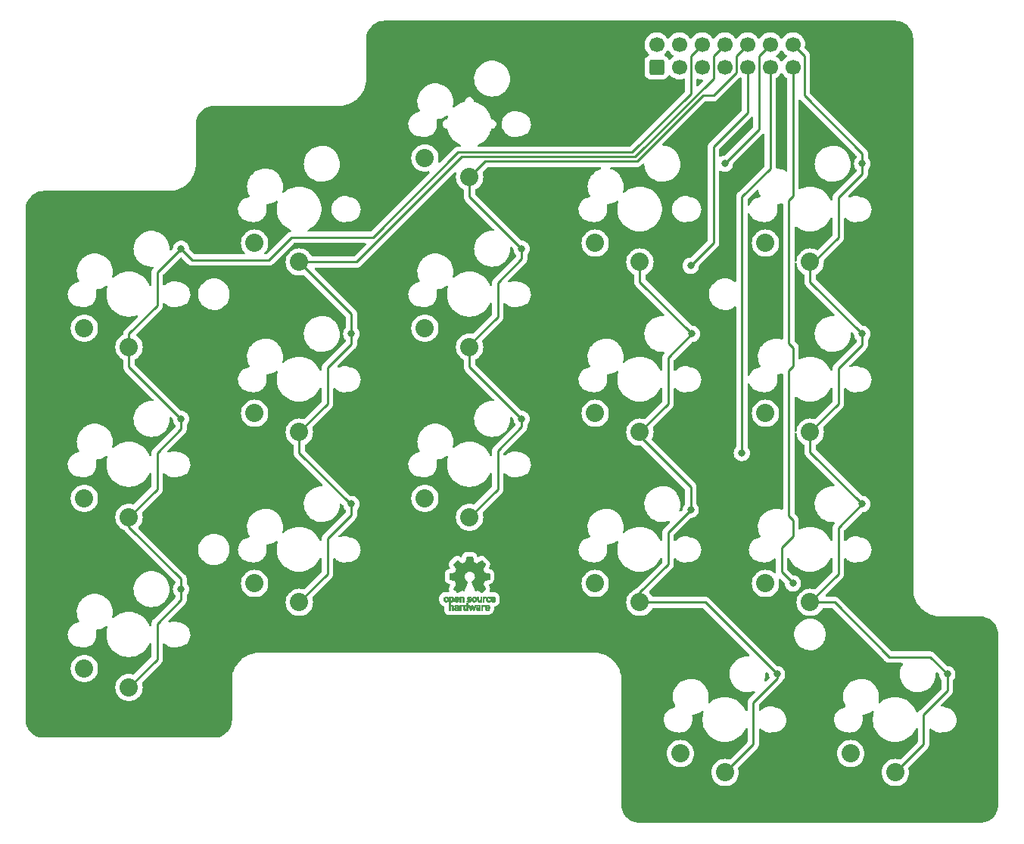
<source format=gtl>
%TF.GenerationSoftware,KiCad,Pcbnew,(6.0.4-0)*%
%TF.CreationDate,2022-03-28T14:08:22+08:00*%
%TF.ProjectId,Pragmatic,50726167-6d61-4746-9963-2e6b69636164,3*%
%TF.SameCoordinates,PX5ad6650PY48ab840*%
%TF.FileFunction,Copper,L1,Top*%
%TF.FilePolarity,Positive*%
%FSLAX46Y46*%
G04 Gerber Fmt 4.6, Leading zero omitted, Abs format (unit mm)*
G04 Created by KiCad (PCBNEW (6.0.4-0)) date 2022-03-28 14:08:22*
%MOMM*%
%LPD*%
G01*
G04 APERTURE LIST*
G04 Aperture macros list*
%AMRoundRect*
0 Rectangle with rounded corners*
0 $1 Rounding radius*
0 $2 $3 $4 $5 $6 $7 $8 $9 X,Y pos of 4 corners*
0 Add a 4 corners polygon primitive as box body*
4,1,4,$2,$3,$4,$5,$6,$7,$8,$9,$2,$3,0*
0 Add four circle primitives for the rounded corners*
1,1,$1+$1,$2,$3*
1,1,$1+$1,$4,$5*
1,1,$1+$1,$6,$7*
1,1,$1+$1,$8,$9*
0 Add four rect primitives between the rounded corners*
20,1,$1+$1,$2,$3,$4,$5,0*
20,1,$1+$1,$4,$5,$6,$7,0*
20,1,$1+$1,$6,$7,$8,$9,0*
20,1,$1+$1,$8,$9,$2,$3,0*%
G04 Aperture macros list end*
%TA.AperFunction,EtchedComponent*%
%ADD10C,0.010000*%
%TD*%
%TA.AperFunction,ComponentPad*%
%ADD11C,2.032000*%
%TD*%
%TA.AperFunction,ComponentPad*%
%ADD12RoundRect,0.250000X0.600000X-0.600000X0.600000X0.600000X-0.600000X0.600000X-0.600000X-0.600000X0*%
%TD*%
%TA.AperFunction,ComponentPad*%
%ADD13C,1.700000*%
%TD*%
%TA.AperFunction,ViaPad*%
%ADD14C,0.800000*%
%TD*%
%TA.AperFunction,Conductor*%
%ADD15C,0.250000*%
%TD*%
G04 APERTURE END LIST*
G36*
X736663Y-35120244D02*
G01*
X767624Y-35081580D01*
X786376Y-35064864D01*
X804733Y-35053878D01*
X828619Y-35047180D01*
X863957Y-35043326D01*
X916669Y-35040873D01*
X937577Y-35040168D01*
X1068812Y-35035879D01*
X1068620Y-34996158D01*
X1063537Y-34954405D01*
X1045162Y-34929158D01*
X1008039Y-34913030D01*
X1007043Y-34912742D01*
X954410Y-34906400D01*
X902906Y-34914684D01*
X864630Y-34934827D01*
X849272Y-34944773D01*
X832730Y-34943397D01*
X807275Y-34928987D01*
X792328Y-34918817D01*
X763091Y-34897088D01*
X744980Y-34880800D01*
X742074Y-34876137D01*
X754040Y-34852005D01*
X789396Y-34823185D01*
X804753Y-34813461D01*
X848901Y-34796714D01*
X908398Y-34787227D01*
X974487Y-34785095D01*
X1038411Y-34790417D01*
X1091411Y-34803290D01*
X1106731Y-34810110D01*
X1136428Y-34827974D01*
X1159220Y-34848093D01*
X1176083Y-34873962D01*
X1187998Y-34909073D01*
X1195942Y-34956920D01*
X1200894Y-35020996D01*
X1203831Y-35104794D01*
X1204947Y-35160768D01*
X1209052Y-35402822D01*
X1138932Y-35402822D01*
X1096393Y-35401038D01*
X1074476Y-35394942D01*
X1068812Y-35384706D01*
X1065821Y-35373637D01*
X1052451Y-35375754D01*
X1034233Y-35384629D01*
X988624Y-35398233D01*
X930007Y-35401899D01*
X868354Y-35395903D01*
X813638Y-35380521D01*
X808730Y-35378386D01*
X758723Y-35343255D01*
X725756Y-35294419D01*
X710587Y-35237333D01*
X711746Y-35216824D01*
X835508Y-35216824D01*
X846413Y-35244425D01*
X878745Y-35264204D01*
X930910Y-35274819D01*
X958787Y-35276228D01*
X1005247Y-35272620D01*
X1036129Y-35258597D01*
X1043664Y-35251931D01*
X1064076Y-35215666D01*
X1068812Y-35182773D01*
X1068812Y-35138763D01*
X1007513Y-35138763D01*
X936256Y-35142395D01*
X886276Y-35153818D01*
X854696Y-35173824D01*
X847626Y-35182743D01*
X835508Y-35216824D01*
X711746Y-35216824D01*
X713971Y-35177456D01*
X736663Y-35120244D01*
G37*
D10*
X736663Y-35120244D02*
X767624Y-35081580D01*
X786376Y-35064864D01*
X804733Y-35053878D01*
X828619Y-35047180D01*
X863957Y-35043326D01*
X916669Y-35040873D01*
X937577Y-35040168D01*
X1068812Y-35035879D01*
X1068620Y-34996158D01*
X1063537Y-34954405D01*
X1045162Y-34929158D01*
X1008039Y-34913030D01*
X1007043Y-34912742D01*
X954410Y-34906400D01*
X902906Y-34914684D01*
X864630Y-34934827D01*
X849272Y-34944773D01*
X832730Y-34943397D01*
X807275Y-34928987D01*
X792328Y-34918817D01*
X763091Y-34897088D01*
X744980Y-34880800D01*
X742074Y-34876137D01*
X754040Y-34852005D01*
X789396Y-34823185D01*
X804753Y-34813461D01*
X848901Y-34796714D01*
X908398Y-34787227D01*
X974487Y-34785095D01*
X1038411Y-34790417D01*
X1091411Y-34803290D01*
X1106731Y-34810110D01*
X1136428Y-34827974D01*
X1159220Y-34848093D01*
X1176083Y-34873962D01*
X1187998Y-34909073D01*
X1195942Y-34956920D01*
X1200894Y-35020996D01*
X1203831Y-35104794D01*
X1204947Y-35160768D01*
X1209052Y-35402822D01*
X1138932Y-35402822D01*
X1096393Y-35401038D01*
X1074476Y-35394942D01*
X1068812Y-35384706D01*
X1065821Y-35373637D01*
X1052451Y-35375754D01*
X1034233Y-35384629D01*
X988624Y-35398233D01*
X930007Y-35401899D01*
X868354Y-35395903D01*
X813638Y-35380521D01*
X808730Y-35378386D01*
X758723Y-35343255D01*
X725756Y-35294419D01*
X710587Y-35237333D01*
X711746Y-35216824D01*
X835508Y-35216824D01*
X846413Y-35244425D01*
X878745Y-35264204D01*
X930910Y-35274819D01*
X958787Y-35276228D01*
X1005247Y-35272620D01*
X1036129Y-35258597D01*
X1043664Y-35251931D01*
X1064076Y-35215666D01*
X1068812Y-35182773D01*
X1068812Y-35138763D01*
X1007513Y-35138763D01*
X936256Y-35142395D01*
X886276Y-35153818D01*
X854696Y-35173824D01*
X847626Y-35182743D01*
X835508Y-35216824D01*
X711746Y-35216824D01*
X713971Y-35177456D01*
X736663Y-35120244D01*
G36*
X1635255Y-34786486D02*
G01*
X1683595Y-34796015D01*
X1711114Y-34810125D01*
X1740064Y-34833568D01*
X1698876Y-34885571D01*
X1673482Y-34917064D01*
X1656238Y-34932428D01*
X1639102Y-34934776D01*
X1614027Y-34927217D01*
X1602257Y-34922941D01*
X1554270Y-34916631D01*
X1510324Y-34930156D01*
X1478060Y-34960710D01*
X1472819Y-34970452D01*
X1467112Y-34996258D01*
X1462706Y-35043817D01*
X1459811Y-35109758D01*
X1458631Y-35190710D01*
X1458614Y-35202226D01*
X1458614Y-35402822D01*
X1320297Y-35402822D01*
X1320297Y-34786683D01*
X1389456Y-34786683D01*
X1429333Y-34787725D01*
X1450107Y-34792358D01*
X1457789Y-34802849D01*
X1458614Y-34812745D01*
X1458614Y-34838806D01*
X1491745Y-34812745D01*
X1529735Y-34794965D01*
X1580770Y-34786174D01*
X1635255Y-34786486D01*
G37*
X1635255Y-34786486D02*
X1683595Y-34796015D01*
X1711114Y-34810125D01*
X1740064Y-34833568D01*
X1698876Y-34885571D01*
X1673482Y-34917064D01*
X1656238Y-34932428D01*
X1639102Y-34934776D01*
X1614027Y-34927217D01*
X1602257Y-34922941D01*
X1554270Y-34916631D01*
X1510324Y-34930156D01*
X1478060Y-34960710D01*
X1472819Y-34970452D01*
X1467112Y-34996258D01*
X1462706Y-35043817D01*
X1459811Y-35109758D01*
X1458631Y-35190710D01*
X1458614Y-35202226D01*
X1458614Y-35402822D01*
X1320297Y-35402822D01*
X1320297Y-34786683D01*
X1389456Y-34786683D01*
X1429333Y-34787725D01*
X1450107Y-34792358D01*
X1457789Y-34802849D01*
X1458614Y-34812745D01*
X1458614Y-34838806D01*
X1491745Y-34812745D01*
X1529735Y-34794965D01*
X1580770Y-34786174D01*
X1635255Y-34786486D01*
G36*
X-754012Y-33854002D02*
G01*
X-722717Y-33868950D01*
X-692409Y-33890541D01*
X-669318Y-33915391D01*
X-652500Y-33947087D01*
X-641006Y-33989214D01*
X-633891Y-34045358D01*
X-630207Y-34119106D01*
X-629008Y-34214044D01*
X-628989Y-34223985D01*
X-628713Y-34447179D01*
X-767030Y-34447179D01*
X-767030Y-34241418D01*
X-767128Y-34165189D01*
X-767809Y-34109939D01*
X-769651Y-34071501D01*
X-773233Y-34045706D01*
X-779132Y-34028384D01*
X-787927Y-34015368D01*
X-800180Y-34002507D01*
X-843047Y-33974873D01*
X-889843Y-33969745D01*
X-934424Y-33987217D01*
X-949928Y-34000221D01*
X-961310Y-34012447D01*
X-969481Y-34025540D01*
X-974974Y-34043615D01*
X-978320Y-34070787D01*
X-980051Y-34111170D01*
X-980697Y-34168879D01*
X-980792Y-34239132D01*
X-980792Y-34447179D01*
X-1119109Y-34447179D01*
X-1119109Y-33843614D01*
X-1049950Y-33843614D01*
X-1008428Y-33845256D01*
X-987006Y-33851087D01*
X-980795Y-33862461D01*
X-980792Y-33862798D01*
X-977910Y-33873938D01*
X-965199Y-33872674D01*
X-939926Y-33860434D01*
X-882605Y-33842424D01*
X-817037Y-33840421D01*
X-754012Y-33854002D01*
G37*
X-754012Y-33854002D02*
X-722717Y-33868950D01*
X-692409Y-33890541D01*
X-669318Y-33915391D01*
X-652500Y-33947087D01*
X-641006Y-33989214D01*
X-633891Y-34045358D01*
X-630207Y-34119106D01*
X-629008Y-34214044D01*
X-628989Y-34223985D01*
X-628713Y-34447179D01*
X-767030Y-34447179D01*
X-767030Y-34241418D01*
X-767128Y-34165189D01*
X-767809Y-34109939D01*
X-769651Y-34071501D01*
X-773233Y-34045706D01*
X-779132Y-34028384D01*
X-787927Y-34015368D01*
X-800180Y-34002507D01*
X-843047Y-33974873D01*
X-889843Y-33969745D01*
X-934424Y-33987217D01*
X-949928Y-34000221D01*
X-961310Y-34012447D01*
X-969481Y-34025540D01*
X-974974Y-34043615D01*
X-978320Y-34070787D01*
X-980051Y-34111170D01*
X-980697Y-34168879D01*
X-980792Y-34239132D01*
X-980792Y-34447179D01*
X-1119109Y-34447179D01*
X-1119109Y-33843614D01*
X-1049950Y-33843614D01*
X-1008428Y-33845256D01*
X-987006Y-33851087D01*
X-980795Y-33862461D01*
X-980792Y-33862798D01*
X-977910Y-33873938D01*
X-965199Y-33872674D01*
X-939926Y-33860434D01*
X-882605Y-33842424D01*
X-817037Y-33840421D01*
X-754012Y-33854002D01*
G36*
X-1666038Y-33945025D02*
G01*
X-1633807Y-33905639D01*
X-1574217Y-33862931D01*
X-1504168Y-33840109D01*
X-1429661Y-33838046D01*
X-1356699Y-33857614D01*
X-1344168Y-33863514D01*
X-1300799Y-33895283D01*
X-1259790Y-33941646D01*
X-1229168Y-33992696D01*
X-1220459Y-34016166D01*
X-1212512Y-34058091D01*
X-1207774Y-34108757D01*
X-1207199Y-34129679D01*
X-1207129Y-34195693D01*
X-1587083Y-34195693D01*
X-1578983Y-34230273D01*
X-1559104Y-34271170D01*
X-1524347Y-34306514D01*
X-1482998Y-34329282D01*
X-1456649Y-34334010D01*
X-1420916Y-34328273D01*
X-1378282Y-34313882D01*
X-1363799Y-34307262D01*
X-1310240Y-34280513D01*
X-1264533Y-34315376D01*
X-1238158Y-34338955D01*
X-1224124Y-34358417D01*
X-1223414Y-34364129D01*
X-1235951Y-34377973D01*
X-1263428Y-34399012D01*
X-1288366Y-34415425D01*
X-1355664Y-34444930D01*
X-1431110Y-34458284D01*
X-1505888Y-34454812D01*
X-1565495Y-34436663D01*
X-1626941Y-34397784D01*
X-1670608Y-34346595D01*
X-1697926Y-34280367D01*
X-1710322Y-34196371D01*
X-1711421Y-34157936D01*
X-1707022Y-34069861D01*
X-1706482Y-34067299D01*
X-1580582Y-34067299D01*
X-1577115Y-34075558D01*
X-1562863Y-34080113D01*
X-1533470Y-34082065D01*
X-1484575Y-34082517D01*
X-1465748Y-34082525D01*
X-1408467Y-34081843D01*
X-1372141Y-34079364D01*
X-1352604Y-34074443D01*
X-1345690Y-34066434D01*
X-1345445Y-34063862D01*
X-1353336Y-34043423D01*
X-1373085Y-34014789D01*
X-1381575Y-34004763D01*
X-1413094Y-33976408D01*
X-1445949Y-33965259D01*
X-1463651Y-33964327D01*
X-1511539Y-33975981D01*
X-1551699Y-34007285D01*
X-1577173Y-34052752D01*
X-1577625Y-34054233D01*
X-1580582Y-34067299D01*
X-1706482Y-34067299D01*
X-1692392Y-34000510D01*
X-1666038Y-33945025D01*
G37*
X-1666038Y-33945025D02*
X-1633807Y-33905639D01*
X-1574217Y-33862931D01*
X-1504168Y-33840109D01*
X-1429661Y-33838046D01*
X-1356699Y-33857614D01*
X-1344168Y-33863514D01*
X-1300799Y-33895283D01*
X-1259790Y-33941646D01*
X-1229168Y-33992696D01*
X-1220459Y-34016166D01*
X-1212512Y-34058091D01*
X-1207774Y-34108757D01*
X-1207199Y-34129679D01*
X-1207129Y-34195693D01*
X-1587083Y-34195693D01*
X-1578983Y-34230273D01*
X-1559104Y-34271170D01*
X-1524347Y-34306514D01*
X-1482998Y-34329282D01*
X-1456649Y-34334010D01*
X-1420916Y-34328273D01*
X-1378282Y-34313882D01*
X-1363799Y-34307262D01*
X-1310240Y-34280513D01*
X-1264533Y-34315376D01*
X-1238158Y-34338955D01*
X-1224124Y-34358417D01*
X-1223414Y-34364129D01*
X-1235951Y-34377973D01*
X-1263428Y-34399012D01*
X-1288366Y-34415425D01*
X-1355664Y-34444930D01*
X-1431110Y-34458284D01*
X-1505888Y-34454812D01*
X-1565495Y-34436663D01*
X-1626941Y-34397784D01*
X-1670608Y-34346595D01*
X-1697926Y-34280367D01*
X-1710322Y-34196371D01*
X-1711421Y-34157936D01*
X-1707022Y-34069861D01*
X-1706482Y-34067299D01*
X-1580582Y-34067299D01*
X-1577115Y-34075558D01*
X-1562863Y-34080113D01*
X-1533470Y-34082065D01*
X-1484575Y-34082517D01*
X-1465748Y-34082525D01*
X-1408467Y-34081843D01*
X-1372141Y-34079364D01*
X-1352604Y-34074443D01*
X-1345690Y-34066434D01*
X-1345445Y-34063862D01*
X-1353336Y-34043423D01*
X-1373085Y-34014789D01*
X-1381575Y-34004763D01*
X-1413094Y-33976408D01*
X-1445949Y-33965259D01*
X-1463651Y-33964327D01*
X-1511539Y-33975981D01*
X-1551699Y-34007285D01*
X-1577173Y-34052752D01*
X-1577625Y-34054233D01*
X-1580582Y-34067299D01*
X-1706482Y-34067299D01*
X-1692392Y-34000510D01*
X-1666038Y-33945025D01*
G36*
X2428698Y-33949191D02*
G01*
X2474701Y-33893779D01*
X2532821Y-33856009D01*
X2601180Y-33837896D01*
X2677898Y-33841457D01*
X2710096Y-33849279D01*
X2771825Y-33877921D01*
X2824610Y-33921667D01*
X2861141Y-33974117D01*
X2866160Y-33985893D01*
X2873045Y-34016740D01*
X2877864Y-34062371D01*
X2879505Y-34108492D01*
X2879505Y-34195693D01*
X2697178Y-34195693D01*
X2621979Y-34195978D01*
X2569003Y-34197704D01*
X2535325Y-34202181D01*
X2518020Y-34210720D01*
X2514163Y-34224630D01*
X2520829Y-34245222D01*
X2532770Y-34269315D01*
X2566080Y-34309525D01*
X2612368Y-34329558D01*
X2668944Y-34328905D01*
X2733031Y-34307101D01*
X2788417Y-34280193D01*
X2834375Y-34316532D01*
X2880333Y-34352872D01*
X2837096Y-34392819D01*
X2779374Y-34430563D01*
X2708386Y-34453320D01*
X2632029Y-34459688D01*
X2558199Y-34448268D01*
X2546287Y-34444393D01*
X2481399Y-34410506D01*
X2433130Y-34359986D01*
X2400465Y-34291325D01*
X2382385Y-34203014D01*
X2382175Y-34201121D01*
X2380556Y-34104878D01*
X2387100Y-34070542D01*
X2514852Y-34070542D01*
X2526584Y-34075822D01*
X2558438Y-34079867D01*
X2605397Y-34082176D01*
X2635154Y-34082525D01*
X2690648Y-34082306D01*
X2725346Y-34080916D01*
X2743601Y-34077251D01*
X2749766Y-34070210D01*
X2748195Y-34058690D01*
X2746878Y-34054233D01*
X2724382Y-34012355D01*
X2689003Y-33978604D01*
X2657780Y-33963773D01*
X2616301Y-33964668D01*
X2574269Y-33983164D01*
X2539012Y-34013786D01*
X2517854Y-34051062D01*
X2514852Y-34070542D01*
X2387100Y-34070542D01*
X2396690Y-34020229D01*
X2428698Y-33949191D01*
G37*
X2428698Y-33949191D02*
X2474701Y-33893779D01*
X2532821Y-33856009D01*
X2601180Y-33837896D01*
X2677898Y-33841457D01*
X2710096Y-33849279D01*
X2771825Y-33877921D01*
X2824610Y-33921667D01*
X2861141Y-33974117D01*
X2866160Y-33985893D01*
X2873045Y-34016740D01*
X2877864Y-34062371D01*
X2879505Y-34108492D01*
X2879505Y-34195693D01*
X2697178Y-34195693D01*
X2621979Y-34195978D01*
X2569003Y-34197704D01*
X2535325Y-34202181D01*
X2518020Y-34210720D01*
X2514163Y-34224630D01*
X2520829Y-34245222D01*
X2532770Y-34269315D01*
X2566080Y-34309525D01*
X2612368Y-34329558D01*
X2668944Y-34328905D01*
X2733031Y-34307101D01*
X2788417Y-34280193D01*
X2834375Y-34316532D01*
X2880333Y-34352872D01*
X2837096Y-34392819D01*
X2779374Y-34430563D01*
X2708386Y-34453320D01*
X2632029Y-34459688D01*
X2558199Y-34448268D01*
X2546287Y-34444393D01*
X2481399Y-34410506D01*
X2433130Y-34359986D01*
X2400465Y-34291325D01*
X2382385Y-34203014D01*
X2382175Y-34201121D01*
X2380556Y-34104878D01*
X2387100Y-34070542D01*
X2514852Y-34070542D01*
X2526584Y-34075822D01*
X2558438Y-34079867D01*
X2605397Y-34082176D01*
X2635154Y-34082525D01*
X2690648Y-34082306D01*
X2725346Y-34080916D01*
X2743601Y-34077251D01*
X2749766Y-34070210D01*
X2748195Y-34058690D01*
X2746878Y-34054233D01*
X2724382Y-34012355D01*
X2689003Y-33978604D01*
X2657780Y-33963773D01*
X2616301Y-33964668D01*
X2574269Y-33983164D01*
X2539012Y-34013786D01*
X2517854Y-34051062D01*
X2514852Y-34070542D01*
X2387100Y-34070542D01*
X2396690Y-34020229D01*
X2428698Y-33949191D01*
G36*
X14017Y-33841452D02*
G01*
X61634Y-33850482D01*
X111034Y-33869370D01*
X116312Y-33871777D01*
X153774Y-33891476D01*
X179717Y-33909781D01*
X188103Y-33921508D01*
X180117Y-33940632D01*
X160720Y-33968850D01*
X152110Y-33979384D01*
X116628Y-34020847D01*
X70885Y-33993858D01*
X27350Y-33975878D01*
X-22950Y-33966267D01*
X-71188Y-33965660D01*
X-108533Y-33974691D01*
X-117495Y-33980327D01*
X-134563Y-34006171D01*
X-136637Y-34035941D01*
X-123866Y-34059197D01*
X-116312Y-34063708D01*
X-93675Y-34069309D01*
X-53885Y-34075892D01*
X-4834Y-34082183D01*
X4215Y-34083170D01*
X82996Y-34096798D01*
X140136Y-34119946D01*
X178030Y-34154752D01*
X199079Y-34203354D01*
X205635Y-34262718D01*
X196577Y-34330198D01*
X167164Y-34383188D01*
X117278Y-34421783D01*
X46800Y-34446081D01*
X-31435Y-34455667D01*
X-95234Y-34455552D01*
X-146984Y-34446845D01*
X-182327Y-34434825D01*
X-226983Y-34413880D01*
X-268253Y-34389574D01*
X-282921Y-34378876D01*
X-320643Y-34348084D01*
X-275148Y-34302049D01*
X-229653Y-34256013D01*
X-177928Y-34290243D01*
X-126048Y-34315952D01*
X-70649Y-34329399D01*
X-17395Y-34330818D01*
X28049Y-34320443D01*
X60016Y-34298507D01*
X70338Y-34279998D01*
X68789Y-34250314D01*
X43140Y-34227615D01*
X-6540Y-34211940D01*
X-60969Y-34204695D01*
X-144736Y-34190873D01*
X-206967Y-34164796D01*
X-248493Y-34125699D01*
X-270147Y-34072820D01*
X-273147Y-34010126D01*
X-258329Y-33944642D01*
X-224546Y-33895144D01*
X-171495Y-33861408D01*
X-98874Y-33843207D01*
X-45072Y-33839639D01*
X14017Y-33841452D01*
G37*
X14017Y-33841452D02*
X61634Y-33850482D01*
X111034Y-33869370D01*
X116312Y-33871777D01*
X153774Y-33891476D01*
X179717Y-33909781D01*
X188103Y-33921508D01*
X180117Y-33940632D01*
X160720Y-33968850D01*
X152110Y-33979384D01*
X116628Y-34020847D01*
X70885Y-33993858D01*
X27350Y-33975878D01*
X-22950Y-33966267D01*
X-71188Y-33965660D01*
X-108533Y-33974691D01*
X-117495Y-33980327D01*
X-134563Y-34006171D01*
X-136637Y-34035941D01*
X-123866Y-34059197D01*
X-116312Y-34063708D01*
X-93675Y-34069309D01*
X-53885Y-34075892D01*
X-4834Y-34082183D01*
X4215Y-34083170D01*
X82996Y-34096798D01*
X140136Y-34119946D01*
X178030Y-34154752D01*
X199079Y-34203354D01*
X205635Y-34262718D01*
X196577Y-34330198D01*
X167164Y-34383188D01*
X117278Y-34421783D01*
X46800Y-34446081D01*
X-31435Y-34455667D01*
X-95234Y-34455552D01*
X-146984Y-34446845D01*
X-182327Y-34434825D01*
X-226983Y-34413880D01*
X-268253Y-34389574D01*
X-282921Y-34378876D01*
X-320643Y-34348084D01*
X-275148Y-34302049D01*
X-229653Y-34256013D01*
X-177928Y-34290243D01*
X-126048Y-34315952D01*
X-70649Y-34329399D01*
X-17395Y-34330818D01*
X28049Y-34320443D01*
X60016Y-34298507D01*
X70338Y-34279998D01*
X68789Y-34250314D01*
X43140Y-34227615D01*
X-6540Y-34211940D01*
X-60969Y-34204695D01*
X-144736Y-34190873D01*
X-206967Y-34164796D01*
X-248493Y-34125699D01*
X-270147Y-34072820D01*
X-273147Y-34010126D01*
X-258329Y-33944642D01*
X-224546Y-33895144D01*
X-171495Y-33861408D01*
X-98874Y-33843207D01*
X-45072Y-33839639D01*
X14017Y-33841452D01*
G36*
X1764055Y-34915949D02*
G01*
X1800470Y-34856263D01*
X1852297Y-34815549D01*
X1919990Y-34793179D01*
X1956662Y-34788871D01*
X2032581Y-34789970D01*
X2092685Y-34805597D01*
X2143021Y-34837848D01*
X2167393Y-34861940D01*
X2207345Y-34918895D01*
X2230242Y-34984965D01*
X2238108Y-35066182D01*
X2238148Y-35072748D01*
X2238218Y-35138763D01*
X1858264Y-35138763D01*
X1866363Y-35173342D01*
X1880987Y-35204659D01*
X1906581Y-35237291D01*
X1911935Y-35242500D01*
X1957943Y-35270694D01*
X2010410Y-35275475D01*
X2070803Y-35256926D01*
X2081040Y-35251931D01*
X2112439Y-35236745D01*
X2133470Y-35228094D01*
X2137139Y-35227293D01*
X2149948Y-35235063D01*
X2174378Y-35254072D01*
X2186779Y-35264460D01*
X2212476Y-35288321D01*
X2220915Y-35304077D01*
X2215058Y-35318571D01*
X2211928Y-35322534D01*
X2190725Y-35339879D01*
X2155738Y-35360959D01*
X2131337Y-35373265D01*
X2062072Y-35394946D01*
X1985388Y-35401971D01*
X1912765Y-35393647D01*
X1892426Y-35387686D01*
X1829476Y-35353952D01*
X1782815Y-35302045D01*
X1752173Y-35231459D01*
X1737282Y-35141692D01*
X1735647Y-35094753D01*
X1740421Y-35026413D01*
X1860990Y-35026413D01*
X1872652Y-35031465D01*
X1903998Y-35035429D01*
X1949571Y-35037768D01*
X1980446Y-35038169D01*
X2035981Y-35037783D01*
X2071033Y-35035975D01*
X2090262Y-35031773D01*
X2098330Y-35024203D01*
X2099901Y-35013218D01*
X2089121Y-34979381D01*
X2061980Y-34945940D01*
X2026277Y-34920272D01*
X1990560Y-34909772D01*
X1942048Y-34919086D01*
X1900053Y-34946013D01*
X1870936Y-34984827D01*
X1860990Y-35026413D01*
X1740421Y-35026413D01*
X1742599Y-34995236D01*
X1764055Y-34915949D01*
G37*
X1764055Y-34915949D02*
X1800470Y-34856263D01*
X1852297Y-34815549D01*
X1919990Y-34793179D01*
X1956662Y-34788871D01*
X2032581Y-34789970D01*
X2092685Y-34805597D01*
X2143021Y-34837848D01*
X2167393Y-34861940D01*
X2207345Y-34918895D01*
X2230242Y-34984965D01*
X2238108Y-35066182D01*
X2238148Y-35072748D01*
X2238218Y-35138763D01*
X1858264Y-35138763D01*
X1866363Y-35173342D01*
X1880987Y-35204659D01*
X1906581Y-35237291D01*
X1911935Y-35242500D01*
X1957943Y-35270694D01*
X2010410Y-35275475D01*
X2070803Y-35256926D01*
X2081040Y-35251931D01*
X2112439Y-35236745D01*
X2133470Y-35228094D01*
X2137139Y-35227293D01*
X2149948Y-35235063D01*
X2174378Y-35254072D01*
X2186779Y-35264460D01*
X2212476Y-35288321D01*
X2220915Y-35304077D01*
X2215058Y-35318571D01*
X2211928Y-35322534D01*
X2190725Y-35339879D01*
X2155738Y-35360959D01*
X2131337Y-35373265D01*
X2062072Y-35394946D01*
X1985388Y-35401971D01*
X1912765Y-35393647D01*
X1892426Y-35387686D01*
X1829476Y-35353952D01*
X1782815Y-35302045D01*
X1752173Y-35231459D01*
X1737282Y-35141692D01*
X1735647Y-35094753D01*
X1740421Y-35026413D01*
X1860990Y-35026413D01*
X1872652Y-35031465D01*
X1903998Y-35035429D01*
X1949571Y-35037768D01*
X1980446Y-35038169D01*
X2035981Y-35037783D01*
X2071033Y-35035975D01*
X2090262Y-35031773D01*
X2098330Y-35024203D01*
X2099901Y-35013218D01*
X2089121Y-34979381D01*
X2061980Y-34945940D01*
X2026277Y-34920272D01*
X1990560Y-34909772D01*
X1942048Y-34919086D01*
X1900053Y-34946013D01*
X1870936Y-34984827D01*
X1860990Y-35026413D01*
X1740421Y-35026413D01*
X1742599Y-34995236D01*
X1764055Y-34915949D01*
G36*
X-2863948Y-34043056D02*
G01*
X-2856362Y-33999007D01*
X-2842681Y-33964248D01*
X-2821865Y-33933551D01*
X-2814147Y-33924436D01*
X-2765889Y-33879021D01*
X-2714128Y-33852493D01*
X-2650828Y-33841379D01*
X-2619961Y-33840471D01*
X-2538261Y-33850148D01*
X-2472479Y-33879231D01*
X-2422540Y-33927793D01*
X-2388374Y-33995908D01*
X-2369907Y-34083651D01*
X-2368583Y-34097351D01*
X-2367546Y-34193939D01*
X-2380993Y-34278602D01*
X-2408108Y-34347221D01*
X-2422627Y-34369294D01*
X-2473201Y-34416011D01*
X-2537609Y-34446268D01*
X-2609666Y-34458824D01*
X-2683185Y-34452439D01*
X-2739072Y-34432772D01*
X-2787132Y-34399629D01*
X-2826412Y-34356175D01*
X-2827092Y-34355158D01*
X-2843044Y-34328338D01*
X-2853410Y-34301368D01*
X-2859688Y-34267332D01*
X-2863373Y-34219310D01*
X-2864997Y-34179931D01*
X-2865672Y-34144219D01*
X-2739955Y-34144219D01*
X-2738726Y-34179770D01*
X-2734266Y-34227094D01*
X-2726397Y-34257465D01*
X-2712207Y-34279072D01*
X-2698917Y-34291694D01*
X-2651802Y-34318122D01*
X-2602505Y-34321653D01*
X-2556593Y-34302639D01*
X-2533638Y-34281331D01*
X-2517096Y-34259859D01*
X-2507421Y-34239313D01*
X-2503174Y-34212574D01*
X-2502920Y-34172523D01*
X-2504228Y-34135638D01*
X-2507043Y-34082947D01*
X-2511505Y-34048772D01*
X-2519548Y-34026480D01*
X-2533103Y-34009442D01*
X-2543845Y-33999703D01*
X-2588777Y-33974123D01*
X-2637249Y-33972847D01*
X-2677894Y-33987999D01*
X-2712567Y-34019642D01*
X-2733224Y-34071620D01*
X-2739955Y-34144219D01*
X-2865672Y-34144219D01*
X-2866479Y-34101621D01*
X-2863948Y-34043056D01*
G37*
X-2863948Y-34043056D02*
X-2856362Y-33999007D01*
X-2842681Y-33964248D01*
X-2821865Y-33933551D01*
X-2814147Y-33924436D01*
X-2765889Y-33879021D01*
X-2714128Y-33852493D01*
X-2650828Y-33841379D01*
X-2619961Y-33840471D01*
X-2538261Y-33850148D01*
X-2472479Y-33879231D01*
X-2422540Y-33927793D01*
X-2388374Y-33995908D01*
X-2369907Y-34083651D01*
X-2368583Y-34097351D01*
X-2367546Y-34193939D01*
X-2380993Y-34278602D01*
X-2408108Y-34347221D01*
X-2422627Y-34369294D01*
X-2473201Y-34416011D01*
X-2537609Y-34446268D01*
X-2609666Y-34458824D01*
X-2683185Y-34452439D01*
X-2739072Y-34432772D01*
X-2787132Y-34399629D01*
X-2826412Y-34356175D01*
X-2827092Y-34355158D01*
X-2843044Y-34328338D01*
X-2853410Y-34301368D01*
X-2859688Y-34267332D01*
X-2863373Y-34219310D01*
X-2864997Y-34179931D01*
X-2865672Y-34144219D01*
X-2739955Y-34144219D01*
X-2738726Y-34179770D01*
X-2734266Y-34227094D01*
X-2726397Y-34257465D01*
X-2712207Y-34279072D01*
X-2698917Y-34291694D01*
X-2651802Y-34318122D01*
X-2602505Y-34321653D01*
X-2556593Y-34302639D01*
X-2533638Y-34281331D01*
X-2517096Y-34259859D01*
X-2507421Y-34239313D01*
X-2503174Y-34212574D01*
X-2502920Y-34172523D01*
X-2504228Y-34135638D01*
X-2507043Y-34082947D01*
X-2511505Y-34048772D01*
X-2519548Y-34026480D01*
X-2533103Y-34009442D01*
X-2543845Y-33999703D01*
X-2588777Y-33974123D01*
X-2637249Y-33972847D01*
X-2677894Y-33987999D01*
X-2712567Y-34019642D01*
X-2733224Y-34071620D01*
X-2739955Y-34144219D01*
X-2865672Y-34144219D01*
X-2866479Y-34101621D01*
X-2863948Y-34043056D01*
G36*
X993367Y-34039342D02*
G01*
X994555Y-34131563D01*
X998897Y-34201610D01*
X1007558Y-34252381D01*
X1021704Y-34286772D01*
X1042500Y-34307679D01*
X1071110Y-34318000D01*
X1106535Y-34320636D01*
X1143636Y-34317682D01*
X1171818Y-34306889D01*
X1192243Y-34285360D01*
X1206079Y-34250199D01*
X1214491Y-34198510D01*
X1218643Y-34127394D01*
X1219703Y-34039342D01*
X1219703Y-33843614D01*
X1358020Y-33843614D01*
X1358020Y-34447179D01*
X1288862Y-34447179D01*
X1247170Y-34445489D01*
X1225701Y-34439556D01*
X1219703Y-34428293D01*
X1216091Y-34418261D01*
X1201714Y-34420383D01*
X1172736Y-34434580D01*
X1106319Y-34456480D01*
X1035875Y-34454928D01*
X968377Y-34431147D01*
X936233Y-34412362D01*
X911715Y-34392022D01*
X893804Y-34366573D01*
X881479Y-34332458D01*
X873723Y-34286121D01*
X869516Y-34224007D01*
X867840Y-34142561D01*
X867624Y-34079578D01*
X867624Y-33843614D01*
X993367Y-33843614D01*
X993367Y-34039342D01*
G37*
X993367Y-34039342D02*
X994555Y-34131563D01*
X998897Y-34201610D01*
X1007558Y-34252381D01*
X1021704Y-34286772D01*
X1042500Y-34307679D01*
X1071110Y-34318000D01*
X1106535Y-34320636D01*
X1143636Y-34317682D01*
X1171818Y-34306889D01*
X1192243Y-34285360D01*
X1206079Y-34250199D01*
X1214491Y-34198510D01*
X1218643Y-34127394D01*
X1219703Y-34039342D01*
X1219703Y-33843614D01*
X1358020Y-33843614D01*
X1358020Y-34447179D01*
X1288862Y-34447179D01*
X1247170Y-34445489D01*
X1225701Y-34439556D01*
X1219703Y-34428293D01*
X1216091Y-34418261D01*
X1201714Y-34420383D01*
X1172736Y-34434580D01*
X1106319Y-34456480D01*
X1035875Y-34454928D01*
X968377Y-34431147D01*
X936233Y-34412362D01*
X911715Y-34392022D01*
X893804Y-34366573D01*
X881479Y-34332458D01*
X873723Y-34286121D01*
X869516Y-34224007D01*
X867840Y-34142561D01*
X867624Y-34079578D01*
X867624Y-33843614D01*
X993367Y-33843614D01*
X993367Y-34039342D01*
G36*
X281524Y-34789237D02*
G01*
X331255Y-34792971D01*
X461291Y-35182773D01*
X481678Y-35113614D01*
X493946Y-35070874D01*
X510085Y-35013115D01*
X527512Y-34949625D01*
X536726Y-34915570D01*
X571388Y-34786683D01*
X714391Y-34786683D01*
X671646Y-34921857D01*
X650596Y-34988342D01*
X625167Y-35068539D01*
X598610Y-35152193D01*
X574902Y-35226782D01*
X520902Y-35396535D01*
X462598Y-35400328D01*
X404295Y-35404122D01*
X372679Y-35299734D01*
X353182Y-35234889D01*
X331904Y-35163400D01*
X313308Y-35100263D01*
X312574Y-35097750D01*
X298684Y-35054969D01*
X286429Y-35025779D01*
X277846Y-35014741D01*
X276082Y-35016018D01*
X269891Y-35033130D01*
X258128Y-35069787D01*
X242225Y-35121378D01*
X223614Y-35183294D01*
X213543Y-35217352D01*
X159007Y-35402822D01*
X43264Y-35402822D01*
X-49263Y-35110471D01*
X-75256Y-35028462D01*
X-98934Y-34953987D01*
X-119180Y-34890544D01*
X-134874Y-34841632D01*
X-144898Y-34810749D01*
X-147945Y-34801726D01*
X-145533Y-34792487D01*
X-126592Y-34788441D01*
X-87177Y-34788846D01*
X-81007Y-34789152D01*
X-7914Y-34792971D01*
X39957Y-34969010D01*
X57553Y-35033211D01*
X73277Y-35089649D01*
X85746Y-35133422D01*
X93574Y-35159630D01*
X95020Y-35163903D01*
X101014Y-35158990D01*
X113101Y-35133532D01*
X129893Y-35090997D01*
X150003Y-35034850D01*
X167003Y-34984130D01*
X231794Y-34785504D01*
X281524Y-34789237D01*
G37*
X281524Y-34789237D02*
X331255Y-34792971D01*
X461291Y-35182773D01*
X481678Y-35113614D01*
X493946Y-35070874D01*
X510085Y-35013115D01*
X527512Y-34949625D01*
X536726Y-34915570D01*
X571388Y-34786683D01*
X714391Y-34786683D01*
X671646Y-34921857D01*
X650596Y-34988342D01*
X625167Y-35068539D01*
X598610Y-35152193D01*
X574902Y-35226782D01*
X520902Y-35396535D01*
X462598Y-35400328D01*
X404295Y-35404122D01*
X372679Y-35299734D01*
X353182Y-35234889D01*
X331904Y-35163400D01*
X313308Y-35100263D01*
X312574Y-35097750D01*
X298684Y-35054969D01*
X286429Y-35025779D01*
X277846Y-35014741D01*
X276082Y-35016018D01*
X269891Y-35033130D01*
X258128Y-35069787D01*
X242225Y-35121378D01*
X223614Y-35183294D01*
X213543Y-35217352D01*
X159007Y-35402822D01*
X43264Y-35402822D01*
X-49263Y-35110471D01*
X-75256Y-35028462D01*
X-98934Y-34953987D01*
X-119180Y-34890544D01*
X-134874Y-34841632D01*
X-144898Y-34810749D01*
X-147945Y-34801726D01*
X-145533Y-34792487D01*
X-126592Y-34788441D01*
X-87177Y-34788846D01*
X-81007Y-34789152D01*
X-7914Y-34792971D01*
X39957Y-34969010D01*
X57553Y-35033211D01*
X73277Y-35089649D01*
X85746Y-35133422D01*
X93574Y-35159630D01*
X95020Y-35163903D01*
X101014Y-35158990D01*
X113101Y-35133532D01*
X129893Y-35090997D01*
X150003Y-35034850D01*
X167003Y-34984130D01*
X231794Y-34785504D01*
X281524Y-34789237D01*
G36*
X285388Y-33995501D02*
G01*
X319029Y-33927530D01*
X369018Y-33878664D01*
X435356Y-33848899D01*
X449601Y-33845448D01*
X535210Y-33837345D01*
X610762Y-33851055D01*
X674363Y-33885692D01*
X724123Y-33940372D01*
X747568Y-33984842D01*
X757634Y-34024121D01*
X764156Y-34080116D01*
X766951Y-34144621D01*
X765836Y-34209429D01*
X760626Y-34266334D01*
X754541Y-34296727D01*
X734014Y-34338306D01*
X698463Y-34382468D01*
X655619Y-34421087D01*
X613211Y-34446034D01*
X612177Y-34446430D01*
X559553Y-34457331D01*
X497188Y-34457601D01*
X437924Y-34447676D01*
X415040Y-34439722D01*
X356102Y-34406300D01*
X313890Y-34362511D01*
X286156Y-34304538D01*
X270651Y-34228565D01*
X267143Y-34188771D01*
X267590Y-34138766D01*
X402376Y-34138766D01*
X406917Y-34211732D01*
X419986Y-34267334D01*
X440756Y-34302861D01*
X455552Y-34313020D01*
X493464Y-34320104D01*
X538527Y-34318007D01*
X577487Y-34307812D01*
X587704Y-34302204D01*
X614659Y-34269538D01*
X632451Y-34219545D01*
X640024Y-34158705D01*
X636325Y-34093497D01*
X628057Y-34054253D01*
X604320Y-34008805D01*
X566849Y-33980396D01*
X521720Y-33970573D01*
X475011Y-33980887D01*
X439132Y-34006112D01*
X420277Y-34026925D01*
X409272Y-34047439D01*
X404026Y-34075203D01*
X402449Y-34117762D01*
X402376Y-34138766D01*
X267590Y-34138766D01*
X268094Y-34082580D01*
X285388Y-33995501D01*
G37*
X285388Y-33995501D02*
X319029Y-33927530D01*
X369018Y-33878664D01*
X435356Y-33848899D01*
X449601Y-33845448D01*
X535210Y-33837345D01*
X610762Y-33851055D01*
X674363Y-33885692D01*
X724123Y-33940372D01*
X747568Y-33984842D01*
X757634Y-34024121D01*
X764156Y-34080116D01*
X766951Y-34144621D01*
X765836Y-34209429D01*
X760626Y-34266334D01*
X754541Y-34296727D01*
X734014Y-34338306D01*
X698463Y-34382468D01*
X655619Y-34421087D01*
X613211Y-34446034D01*
X612177Y-34446430D01*
X559553Y-34457331D01*
X497188Y-34457601D01*
X437924Y-34447676D01*
X415040Y-34439722D01*
X356102Y-34406300D01*
X313890Y-34362511D01*
X286156Y-34304538D01*
X270651Y-34228565D01*
X267143Y-34188771D01*
X267590Y-34138766D01*
X402376Y-34138766D01*
X406917Y-34211732D01*
X419986Y-34267334D01*
X440756Y-34302861D01*
X455552Y-34313020D01*
X493464Y-34320104D01*
X538527Y-34318007D01*
X577487Y-34307812D01*
X587704Y-34302204D01*
X614659Y-34269538D01*
X632451Y-34219545D01*
X640024Y-34158705D01*
X636325Y-34093497D01*
X628057Y-34054253D01*
X604320Y-34008805D01*
X566849Y-33980396D01*
X521720Y-33970573D01*
X475011Y-33980887D01*
X439132Y-34006112D01*
X420277Y-34026925D01*
X409272Y-34047439D01*
X404026Y-34075203D01*
X402449Y-34117762D01*
X402376Y-34138766D01*
X267590Y-34138766D01*
X268094Y-34082580D01*
X285388Y-33995501D01*
G36*
X-1680710Y-35108845D02*
G01*
X-1636948Y-35066647D01*
X-1630899Y-35062808D01*
X-1604907Y-35050309D01*
X-1572735Y-35042740D01*
X-1527760Y-35039061D01*
X-1474331Y-35038216D01*
X-1358020Y-35038169D01*
X-1358020Y-34989411D01*
X-1362953Y-34951581D01*
X-1375543Y-34926236D01*
X-1377017Y-34924887D01*
X-1405034Y-34913800D01*
X-1447326Y-34909503D01*
X-1494064Y-34911615D01*
X-1535418Y-34919756D01*
X-1559957Y-34931965D01*
X-1573253Y-34941746D01*
X-1587294Y-34943613D01*
X-1606671Y-34935600D01*
X-1635976Y-34915739D01*
X-1679803Y-34882063D01*
X-1683825Y-34878909D01*
X-1681764Y-34867236D01*
X-1664568Y-34847822D01*
X-1638433Y-34826248D01*
X-1609552Y-34808096D01*
X-1600478Y-34803809D01*
X-1567380Y-34795256D01*
X-1518880Y-34789155D01*
X-1464695Y-34786708D01*
X-1462161Y-34786703D01*
X-1384210Y-34791555D01*
X-1325055Y-34807339D01*
X-1280023Y-34835948D01*
X-1248246Y-34873419D01*
X-1238366Y-34889411D01*
X-1231073Y-34906163D01*
X-1225974Y-34927592D01*
X-1222679Y-34957616D01*
X-1220797Y-35000154D01*
X-1219937Y-35059122D01*
X-1219707Y-35138440D01*
X-1219703Y-35159484D01*
X-1219703Y-35402822D01*
X-1280059Y-35402822D01*
X-1318557Y-35400126D01*
X-1347023Y-35393295D01*
X-1354155Y-35389083D01*
X-1373652Y-35381813D01*
X-1393566Y-35389083D01*
X-1426353Y-35398160D01*
X-1473978Y-35401813D01*
X-1526764Y-35400228D01*
X-1575036Y-35393589D01*
X-1603218Y-35385072D01*
X-1657753Y-35350063D01*
X-1691835Y-35301479D01*
X-1707157Y-35236882D01*
X-1707299Y-35235223D01*
X-1705955Y-35206566D01*
X-1584356Y-35206566D01*
X-1573726Y-35239161D01*
X-1556410Y-35257505D01*
X-1521652Y-35271379D01*
X-1475773Y-35276917D01*
X-1428988Y-35274191D01*
X-1391514Y-35263274D01*
X-1381015Y-35256269D01*
X-1362668Y-35223904D01*
X-1358020Y-35187111D01*
X-1358020Y-35138763D01*
X-1427582Y-35138763D01*
X-1493667Y-35143850D01*
X-1543764Y-35158263D01*
X-1574929Y-35180729D01*
X-1584356Y-35206566D01*
X-1705955Y-35206566D01*
X-1703987Y-35164647D01*
X-1680710Y-35108845D01*
G37*
X-1680710Y-35108845D02*
X-1636948Y-35066647D01*
X-1630899Y-35062808D01*
X-1604907Y-35050309D01*
X-1572735Y-35042740D01*
X-1527760Y-35039061D01*
X-1474331Y-35038216D01*
X-1358020Y-35038169D01*
X-1358020Y-34989411D01*
X-1362953Y-34951581D01*
X-1375543Y-34926236D01*
X-1377017Y-34924887D01*
X-1405034Y-34913800D01*
X-1447326Y-34909503D01*
X-1494064Y-34911615D01*
X-1535418Y-34919756D01*
X-1559957Y-34931965D01*
X-1573253Y-34941746D01*
X-1587294Y-34943613D01*
X-1606671Y-34935600D01*
X-1635976Y-34915739D01*
X-1679803Y-34882063D01*
X-1683825Y-34878909D01*
X-1681764Y-34867236D01*
X-1664568Y-34847822D01*
X-1638433Y-34826248D01*
X-1609552Y-34808096D01*
X-1600478Y-34803809D01*
X-1567380Y-34795256D01*
X-1518880Y-34789155D01*
X-1464695Y-34786708D01*
X-1462161Y-34786703D01*
X-1384210Y-34791555D01*
X-1325055Y-34807339D01*
X-1280023Y-34835948D01*
X-1248246Y-34873419D01*
X-1238366Y-34889411D01*
X-1231073Y-34906163D01*
X-1225974Y-34927592D01*
X-1222679Y-34957616D01*
X-1220797Y-35000154D01*
X-1219937Y-35059122D01*
X-1219707Y-35138440D01*
X-1219703Y-35159484D01*
X-1219703Y-35402822D01*
X-1280059Y-35402822D01*
X-1318557Y-35400126D01*
X-1347023Y-35393295D01*
X-1354155Y-35389083D01*
X-1373652Y-35381813D01*
X-1393566Y-35389083D01*
X-1426353Y-35398160D01*
X-1473978Y-35401813D01*
X-1526764Y-35400228D01*
X-1575036Y-35393589D01*
X-1603218Y-35385072D01*
X-1657753Y-35350063D01*
X-1691835Y-35301479D01*
X-1707157Y-35236882D01*
X-1707299Y-35235223D01*
X-1705955Y-35206566D01*
X-1584356Y-35206566D01*
X-1573726Y-35239161D01*
X-1556410Y-35257505D01*
X-1521652Y-35271379D01*
X-1475773Y-35276917D01*
X-1428988Y-35274191D01*
X-1391514Y-35263274D01*
X-1381015Y-35256269D01*
X-1362668Y-35223904D01*
X-1358020Y-35187111D01*
X-1358020Y-35138763D01*
X-1427582Y-35138763D01*
X-1493667Y-35143850D01*
X-1543764Y-35158263D01*
X-1574929Y-35180729D01*
X-1584356Y-35206566D01*
X-1705955Y-35206566D01*
X-1703987Y-35164647D01*
X-1680710Y-35108845D01*
G36*
X-993356Y-34788020D02*
G01*
X-974539Y-34793660D01*
X-968473Y-34806053D01*
X-968218Y-34811647D01*
X-967129Y-34827230D01*
X-959632Y-34829676D01*
X-939381Y-34818993D01*
X-927351Y-34811694D01*
X-889400Y-34796063D01*
X-844072Y-34788334D01*
X-796544Y-34787740D01*
X-751995Y-34793513D01*
X-715602Y-34804884D01*
X-692543Y-34821088D01*
X-687996Y-34841355D01*
X-690291Y-34846843D01*
X-707020Y-34869626D01*
X-732963Y-34897647D01*
X-737655Y-34902177D01*
X-762383Y-34923005D01*
X-783718Y-34929735D01*
X-813555Y-34925038D01*
X-825508Y-34921917D01*
X-862705Y-34914421D01*
X-888859Y-34917792D01*
X-910946Y-34929681D01*
X-931178Y-34945635D01*
X-946079Y-34965700D01*
X-956434Y-34993702D01*
X-963029Y-35033467D01*
X-966649Y-35088823D01*
X-968078Y-35163594D01*
X-968218Y-35208740D01*
X-968218Y-35402822D01*
X-1093960Y-35402822D01*
X-1093960Y-34786683D01*
X-1031089Y-34786683D01*
X-993356Y-34788020D01*
G37*
X-993356Y-34788020D02*
X-974539Y-34793660D01*
X-968473Y-34806053D01*
X-968218Y-34811647D01*
X-967129Y-34827230D01*
X-959632Y-34829676D01*
X-939381Y-34818993D01*
X-927351Y-34811694D01*
X-889400Y-34796063D01*
X-844072Y-34788334D01*
X-796544Y-34787740D01*
X-751995Y-34793513D01*
X-715602Y-34804884D01*
X-692543Y-34821088D01*
X-687996Y-34841355D01*
X-690291Y-34846843D01*
X-707020Y-34869626D01*
X-732963Y-34897647D01*
X-737655Y-34902177D01*
X-762383Y-34923005D01*
X-783718Y-34929735D01*
X-813555Y-34925038D01*
X-825508Y-34921917D01*
X-862705Y-34914421D01*
X-888859Y-34917792D01*
X-910946Y-34929681D01*
X-931178Y-34945635D01*
X-946079Y-34965700D01*
X-956434Y-34993702D01*
X-963029Y-35033467D01*
X-966649Y-35088823D01*
X-968078Y-35163594D01*
X-968218Y-35208740D01*
X-968218Y-35402822D01*
X-1093960Y-35402822D01*
X-1093960Y-34786683D01*
X-1031089Y-34786683D01*
X-993356Y-34788020D01*
G36*
X1799460Y-33843030D02*
G01*
X1842711Y-33856245D01*
X1870558Y-33872941D01*
X1879629Y-33886145D01*
X1877132Y-33901797D01*
X1860931Y-33926385D01*
X1847232Y-33943800D01*
X1818992Y-33975283D01*
X1797775Y-33988529D01*
X1779688Y-33987664D01*
X1726035Y-33974010D01*
X1686630Y-33974630D01*
X1654632Y-33990104D01*
X1643890Y-33999161D01*
X1609505Y-34031027D01*
X1609505Y-34447179D01*
X1471188Y-34447179D01*
X1471188Y-33843614D01*
X1540347Y-33843614D01*
X1581869Y-33845256D01*
X1603291Y-33851087D01*
X1609502Y-33862461D01*
X1609505Y-33862798D01*
X1612439Y-33874713D01*
X1625704Y-33873159D01*
X1644084Y-33864563D01*
X1682046Y-33848568D01*
X1712872Y-33838945D01*
X1752536Y-33836478D01*
X1799460Y-33843030D01*
G37*
X1799460Y-33843030D02*
X1842711Y-33856245D01*
X1870558Y-33872941D01*
X1879629Y-33886145D01*
X1877132Y-33901797D01*
X1860931Y-33926385D01*
X1847232Y-33943800D01*
X1818992Y-33975283D01*
X1797775Y-33988529D01*
X1779688Y-33987664D01*
X1726035Y-33974010D01*
X1686630Y-33974630D01*
X1654632Y-33990104D01*
X1643890Y-33999161D01*
X1609505Y-34031027D01*
X1609505Y-34447179D01*
X1471188Y-34447179D01*
X1471188Y-33843614D01*
X1540347Y-33843614D01*
X1581869Y-33845256D01*
X1603291Y-33851087D01*
X1609502Y-33862461D01*
X1609505Y-33862798D01*
X1612439Y-33874713D01*
X1625704Y-33873159D01*
X1644084Y-33864563D01*
X1682046Y-33848568D01*
X1712872Y-33838945D01*
X1752536Y-33836478D01*
X1799460Y-33843030D01*
G36*
X-2206782Y-33843614D02*
G01*
X-2165260Y-33845256D01*
X-2143838Y-33851087D01*
X-2137626Y-33862461D01*
X-2137624Y-33862798D01*
X-2134742Y-33873938D01*
X-2122030Y-33872673D01*
X-2096757Y-33860433D01*
X-2037869Y-33841707D01*
X-1971615Y-33839739D01*
X-1908759Y-33854184D01*
X-1882247Y-33867282D01*
X-1849553Y-33890106D01*
X-1825725Y-33914996D01*
X-1809406Y-33946249D01*
X-1799240Y-33988166D01*
X-1793872Y-34045044D01*
X-1791944Y-34121184D01*
X-1791831Y-34153917D01*
X-1792161Y-34225656D01*
X-1793527Y-34276927D01*
X-1796500Y-34312404D01*
X-1801649Y-34336763D01*
X-1809543Y-34354680D01*
X-1817757Y-34366902D01*
X-1870187Y-34418905D01*
X-1931930Y-34450184D01*
X-1998536Y-34459592D01*
X-2065558Y-34445980D01*
X-2086792Y-34436354D01*
X-2137624Y-34409859D01*
X-2137624Y-34825052D01*
X-2100525Y-34805868D01*
X-2051643Y-34791025D01*
X-1991561Y-34787222D01*
X-1931564Y-34794243D01*
X-1886256Y-34810013D01*
X-1848675Y-34840047D01*
X-1816564Y-34883024D01*
X-1814150Y-34887436D01*
X-1803967Y-34908221D01*
X-1796530Y-34929170D01*
X-1791411Y-34954548D01*
X-1788181Y-34988618D01*
X-1786413Y-35035641D01*
X-1785677Y-35099882D01*
X-1785544Y-35172176D01*
X-1785544Y-35402822D01*
X-1923861Y-35402822D01*
X-1923861Y-34977533D01*
X-1962549Y-34944979D01*
X-2002738Y-34918940D01*
X-2040797Y-34914205D01*
X-2079066Y-34926389D01*
X-2099462Y-34938320D01*
X-2114642Y-34955313D01*
X-2125438Y-34980995D01*
X-2132683Y-35018991D01*
X-2137208Y-35072926D01*
X-2139844Y-35146425D01*
X-2140772Y-35195347D01*
X-2143911Y-35396535D01*
X-2209926Y-35400336D01*
X-2275940Y-35404136D01*
X-2275940Y-34155650D01*
X-2137624Y-34155650D01*
X-2134097Y-34225254D01*
X-2122215Y-34273569D01*
X-2100020Y-34303631D01*
X-2065559Y-34318471D01*
X-2030742Y-34321436D01*
X-1991329Y-34318028D01*
X-1965171Y-34304617D01*
X-1948814Y-34286896D01*
X-1935937Y-34267835D01*
X-1928272Y-34246601D01*
X-1924861Y-34216849D01*
X-1924749Y-34172236D01*
X-1925897Y-34134880D01*
X-1928532Y-34078604D01*
X-1932456Y-34041658D01*
X-1939063Y-34018223D01*
X-1949749Y-34002480D01*
X-1959833Y-33993380D01*
X-2001970Y-33973537D01*
X-2051840Y-33970332D01*
X-2080476Y-33977168D01*
X-2108828Y-34001464D01*
X-2127609Y-34048728D01*
X-2136712Y-34118624D01*
X-2137624Y-34155650D01*
X-2275940Y-34155650D01*
X-2275940Y-33843614D01*
X-2206782Y-33843614D01*
G37*
X-2206782Y-33843614D02*
X-2165260Y-33845256D01*
X-2143838Y-33851087D01*
X-2137626Y-33862461D01*
X-2137624Y-33862798D01*
X-2134742Y-33873938D01*
X-2122030Y-33872673D01*
X-2096757Y-33860433D01*
X-2037869Y-33841707D01*
X-1971615Y-33839739D01*
X-1908759Y-33854184D01*
X-1882247Y-33867282D01*
X-1849553Y-33890106D01*
X-1825725Y-33914996D01*
X-1809406Y-33946249D01*
X-1799240Y-33988166D01*
X-1793872Y-34045044D01*
X-1791944Y-34121184D01*
X-1791831Y-34153917D01*
X-1792161Y-34225656D01*
X-1793527Y-34276927D01*
X-1796500Y-34312404D01*
X-1801649Y-34336763D01*
X-1809543Y-34354680D01*
X-1817757Y-34366902D01*
X-1870187Y-34418905D01*
X-1931930Y-34450184D01*
X-1998536Y-34459592D01*
X-2065558Y-34445980D01*
X-2086792Y-34436354D01*
X-2137624Y-34409859D01*
X-2137624Y-34825052D01*
X-2100525Y-34805868D01*
X-2051643Y-34791025D01*
X-1991561Y-34787222D01*
X-1931564Y-34794243D01*
X-1886256Y-34810013D01*
X-1848675Y-34840047D01*
X-1816564Y-34883024D01*
X-1814150Y-34887436D01*
X-1803967Y-34908221D01*
X-1796530Y-34929170D01*
X-1791411Y-34954548D01*
X-1788181Y-34988618D01*
X-1786413Y-35035641D01*
X-1785677Y-35099882D01*
X-1785544Y-35172176D01*
X-1785544Y-35402822D01*
X-1923861Y-35402822D01*
X-1923861Y-34977533D01*
X-1962549Y-34944979D01*
X-2002738Y-34918940D01*
X-2040797Y-34914205D01*
X-2079066Y-34926389D01*
X-2099462Y-34938320D01*
X-2114642Y-34955313D01*
X-2125438Y-34980995D01*
X-2132683Y-35018991D01*
X-2137208Y-35072926D01*
X-2139844Y-35146425D01*
X-2140772Y-35195347D01*
X-2143911Y-35396535D01*
X-2209926Y-35400336D01*
X-2275940Y-35404136D01*
X-2275940Y-34155650D01*
X-2137624Y-34155650D01*
X-2134097Y-34225254D01*
X-2122215Y-34273569D01*
X-2100020Y-34303631D01*
X-2065559Y-34318471D01*
X-2030742Y-34321436D01*
X-1991329Y-34318028D01*
X-1965171Y-34304617D01*
X-1948814Y-34286896D01*
X-1935937Y-34267835D01*
X-1928272Y-34246601D01*
X-1924861Y-34216849D01*
X-1924749Y-34172236D01*
X-1925897Y-34134880D01*
X-1928532Y-34078604D01*
X-1932456Y-34041658D01*
X-1939063Y-34018223D01*
X-1949749Y-34002480D01*
X-1959833Y-33993380D01*
X-2001970Y-33973537D01*
X-2051840Y-33970332D01*
X-2080476Y-33977168D01*
X-2108828Y-34001464D01*
X-2127609Y-34048728D01*
X-2136712Y-34118624D01*
X-2137624Y-34155650D01*
X-2275940Y-34155650D01*
X-2275940Y-33843614D01*
X-2206782Y-33843614D01*
G36*
X2217226Y-33848880D02*
G01*
X2290080Y-33879830D01*
X2313027Y-33894895D01*
X2342354Y-33918048D01*
X2360764Y-33936253D01*
X2363961Y-33942183D01*
X2354935Y-33955340D01*
X2331837Y-33977667D01*
X2313344Y-33993250D01*
X2262728Y-34033926D01*
X2222760Y-34000295D01*
X2191874Y-33978584D01*
X2161759Y-33971090D01*
X2127292Y-33972920D01*
X2072561Y-33986528D01*
X2034886Y-34014772D01*
X2011991Y-34060433D01*
X2001597Y-34126289D01*
X2001595Y-34126331D01*
X2002494Y-34199939D01*
X2016463Y-34253946D01*
X2044328Y-34290716D01*
X2063325Y-34303168D01*
X2113776Y-34318673D01*
X2167663Y-34318683D01*
X2214546Y-34303638D01*
X2225644Y-34296287D01*
X2253476Y-34277511D01*
X2275236Y-34274434D01*
X2298704Y-34288409D01*
X2324649Y-34313510D01*
X2365716Y-34355880D01*
X2320121Y-34393464D01*
X2249674Y-34435882D01*
X2170233Y-34456785D01*
X2087215Y-34455272D01*
X2032694Y-34441411D01*
X1968970Y-34407135D01*
X1918005Y-34353212D01*
X1894851Y-34315149D01*
X1876099Y-34260536D01*
X1866715Y-34191369D01*
X1866643Y-34116407D01*
X1875824Y-34044409D01*
X1894199Y-33984137D01*
X1897093Y-33977958D01*
X1939952Y-33917351D01*
X1997979Y-33873224D01*
X2066591Y-33846493D01*
X2141201Y-33838073D01*
X2217226Y-33848880D01*
G37*
X2217226Y-33848880D02*
X2290080Y-33879830D01*
X2313027Y-33894895D01*
X2342354Y-33918048D01*
X2360764Y-33936253D01*
X2363961Y-33942183D01*
X2354935Y-33955340D01*
X2331837Y-33977667D01*
X2313344Y-33993250D01*
X2262728Y-34033926D01*
X2222760Y-34000295D01*
X2191874Y-33978584D01*
X2161759Y-33971090D01*
X2127292Y-33972920D01*
X2072561Y-33986528D01*
X2034886Y-34014772D01*
X2011991Y-34060433D01*
X2001597Y-34126289D01*
X2001595Y-34126331D01*
X2002494Y-34199939D01*
X2016463Y-34253946D01*
X2044328Y-34290716D01*
X2063325Y-34303168D01*
X2113776Y-34318673D01*
X2167663Y-34318683D01*
X2214546Y-34303638D01*
X2225644Y-34296287D01*
X2253476Y-34277511D01*
X2275236Y-34274434D01*
X2298704Y-34288409D01*
X2324649Y-34313510D01*
X2365716Y-34355880D01*
X2320121Y-34393464D01*
X2249674Y-34435882D01*
X2170233Y-34456785D01*
X2087215Y-34455272D01*
X2032694Y-34441411D01*
X1968970Y-34407135D01*
X1918005Y-34353212D01*
X1894851Y-34315149D01*
X1876099Y-34260536D01*
X1866715Y-34191369D01*
X1866643Y-34116407D01*
X1875824Y-34044409D01*
X1894199Y-33984137D01*
X1897093Y-33977958D01*
X1939952Y-33917351D01*
X1997979Y-33873224D01*
X2066591Y-33846493D01*
X2141201Y-33838073D01*
X2217226Y-33848880D01*
G36*
X-692794Y-35051526D02*
G01*
X-686644Y-34969944D01*
X-673863Y-34908693D01*
X-652601Y-34863412D01*
X-621008Y-34829742D01*
X-590337Y-34809977D01*
X-547484Y-34796083D01*
X-494186Y-34791317D01*
X-439610Y-34795199D01*
X-392922Y-34807245D01*
X-368254Y-34821656D01*
X-342635Y-34844841D01*
X-342635Y-34551736D01*
X-204318Y-34551736D01*
X-204318Y-35406785D01*
X-273476Y-35406785D01*
X-313618Y-35405608D01*
X-334524Y-35400735D01*
X-342052Y-35390149D01*
X-342635Y-35382992D01*
X-343904Y-35368639D01*
X-351909Y-35365886D01*
X-372945Y-35374734D01*
X-389303Y-35382992D01*
X-452107Y-35402560D01*
X-520378Y-35403692D01*
X-575882Y-35389098D01*
X-627568Y-35353840D01*
X-666968Y-35301798D01*
X-688543Y-35240413D01*
X-689092Y-35236981D01*
X-692297Y-35199534D01*
X-693891Y-35145776D01*
X-693763Y-35105118D01*
X-556409Y-35105118D01*
X-553227Y-35159157D01*
X-545989Y-35203698D01*
X-536190Y-35228851D01*
X-499119Y-35263223D01*
X-455104Y-35275545D01*
X-409714Y-35265581D01*
X-370927Y-35235858D01*
X-356238Y-35215868D01*
X-347649Y-35192013D01*
X-343626Y-35157193D01*
X-342635Y-35104893D01*
X-344408Y-35053102D01*
X-349093Y-35007597D01*
X-355733Y-34977144D01*
X-356840Y-34974415D01*
X-383621Y-34941963D01*
X-422709Y-34924146D01*
X-466445Y-34921269D01*
X-507168Y-34933637D01*
X-537217Y-34961556D01*
X-540334Y-34967111D01*
X-550091Y-35000985D01*
X-555407Y-35049691D01*
X-556409Y-35105118D01*
X-693763Y-35105118D01*
X-693698Y-35084503D01*
X-692794Y-35051526D01*
G37*
X-692794Y-35051526D02*
X-686644Y-34969944D01*
X-673863Y-34908693D01*
X-652601Y-34863412D01*
X-621008Y-34829742D01*
X-590337Y-34809977D01*
X-547484Y-34796083D01*
X-494186Y-34791317D01*
X-439610Y-34795199D01*
X-392922Y-34807245D01*
X-368254Y-34821656D01*
X-342635Y-34844841D01*
X-342635Y-34551736D01*
X-204318Y-34551736D01*
X-204318Y-35406785D01*
X-273476Y-35406785D01*
X-313618Y-35405608D01*
X-334524Y-35400735D01*
X-342052Y-35390149D01*
X-342635Y-35382992D01*
X-343904Y-35368639D01*
X-351909Y-35365886D01*
X-372945Y-35374734D01*
X-389303Y-35382992D01*
X-452107Y-35402560D01*
X-520378Y-35403692D01*
X-575882Y-35389098D01*
X-627568Y-35353840D01*
X-666968Y-35301798D01*
X-688543Y-35240413D01*
X-689092Y-35236981D01*
X-692297Y-35199534D01*
X-693891Y-35145776D01*
X-693763Y-35105118D01*
X-556409Y-35105118D01*
X-553227Y-35159157D01*
X-545989Y-35203698D01*
X-536190Y-35228851D01*
X-499119Y-35263223D01*
X-455104Y-35275545D01*
X-409714Y-35265581D01*
X-370927Y-35235858D01*
X-356238Y-35215868D01*
X-347649Y-35192013D01*
X-343626Y-35157193D01*
X-342635Y-35104893D01*
X-344408Y-35053102D01*
X-349093Y-35007597D01*
X-355733Y-34977144D01*
X-356840Y-34974415D01*
X-383621Y-34941963D01*
X-422709Y-34924146D01*
X-466445Y-34921269D01*
X-507168Y-34933637D01*
X-537217Y-34961556D01*
X-540334Y-34967111D01*
X-550091Y-35000985D01*
X-555407Y-35049691D01*
X-556409Y-35105118D01*
X-693763Y-35105118D01*
X-693698Y-35084503D01*
X-692794Y-35051526D01*
G36*
X376964Y-29675018D02*
G01*
X433812Y-29976570D01*
X853338Y-30149512D01*
X1104984Y-29978395D01*
X1175458Y-29930750D01*
X1239163Y-29888210D01*
X1293126Y-29852715D01*
X1334373Y-29826210D01*
X1359934Y-29810636D01*
X1366895Y-29807278D01*
X1379435Y-29815914D01*
X1406231Y-29839792D01*
X1444280Y-29875859D01*
X1490579Y-29921067D01*
X1542123Y-29972364D01*
X1595909Y-30026701D01*
X1648935Y-30081028D01*
X1698195Y-30132295D01*
X1740687Y-30177451D01*
X1773407Y-30213446D01*
X1793351Y-30237230D01*
X1798119Y-30245190D01*
X1791257Y-30259865D01*
X1772020Y-30292014D01*
X1742430Y-30338492D01*
X1704510Y-30396156D01*
X1660282Y-30461860D01*
X1634654Y-30499336D01*
X1587941Y-30567768D01*
X1546432Y-30629520D01*
X1512140Y-30681519D01*
X1487080Y-30720692D01*
X1473264Y-30743965D01*
X1471188Y-30748855D01*
X1475895Y-30762755D01*
X1488723Y-30795150D01*
X1507738Y-30841485D01*
X1531003Y-30897206D01*
X1556584Y-30957758D01*
X1582545Y-31018586D01*
X1606950Y-31075136D01*
X1627863Y-31122852D01*
X1643349Y-31157181D01*
X1651472Y-31173568D01*
X1651952Y-31174212D01*
X1664707Y-31177341D01*
X1698677Y-31184321D01*
X1750340Y-31194467D01*
X1816176Y-31207092D01*
X1892664Y-31221509D01*
X1937290Y-31229823D01*
X2019021Y-31245384D01*
X2092843Y-31260192D01*
X2155021Y-31273436D01*
X2201822Y-31284305D01*
X2229509Y-31291989D01*
X2235074Y-31294427D01*
X2240526Y-31310930D01*
X2244924Y-31348200D01*
X2248272Y-31401880D01*
X2250574Y-31467612D01*
X2251832Y-31541037D01*
X2252048Y-31617796D01*
X2251227Y-31693532D01*
X2249371Y-31763886D01*
X2246482Y-31824500D01*
X2242565Y-31871016D01*
X2237622Y-31899075D01*
X2234657Y-31904916D01*
X2216934Y-31911917D01*
X2179381Y-31921927D01*
X2126964Y-31933769D01*
X2064652Y-31946267D01*
X2042900Y-31950310D01*
X1938024Y-31969520D01*
X1855180Y-31984991D01*
X1791630Y-31997337D01*
X1744637Y-32007173D01*
X1711463Y-32015114D01*
X1689371Y-32021776D01*
X1675624Y-32027773D01*
X1667484Y-32033719D01*
X1666345Y-32034894D01*
X1654977Y-32053826D01*
X1637635Y-32090669D01*
X1616050Y-32140913D01*
X1591954Y-32200046D01*
X1567079Y-32263556D01*
X1543157Y-32326932D01*
X1521919Y-32385662D01*
X1505097Y-32435235D01*
X1494422Y-32471139D01*
X1491627Y-32488862D01*
X1491860Y-32489483D01*
X1501331Y-32503970D01*
X1522818Y-32535844D01*
X1554063Y-32581789D01*
X1592807Y-32638485D01*
X1636793Y-32702617D01*
X1649319Y-32720842D01*
X1693984Y-32786914D01*
X1733288Y-32847200D01*
X1765088Y-32898235D01*
X1787245Y-32936560D01*
X1797617Y-32958711D01*
X1798119Y-32961432D01*
X1789405Y-32975736D01*
X1765325Y-33004072D01*
X1728976Y-33043396D01*
X1683453Y-33090661D01*
X1631852Y-33142823D01*
X1577267Y-33196835D01*
X1522794Y-33249653D01*
X1471529Y-33298231D01*
X1426567Y-33339523D01*
X1391004Y-33370485D01*
X1367935Y-33388070D01*
X1361554Y-33390941D01*
X1346699Y-33384178D01*
X1316286Y-33365939D01*
X1275268Y-33339297D01*
X1243709Y-33317852D01*
X1186525Y-33278503D01*
X1118806Y-33232171D01*
X1050880Y-33185913D01*
X1014361Y-33161155D01*
X890752Y-33077547D01*
X786991Y-33133650D01*
X739720Y-33158228D01*
X699523Y-33177331D01*
X672326Y-33188227D01*
X665402Y-33189743D01*
X657077Y-33178549D01*
X640654Y-33146917D01*
X617357Y-33097765D01*
X588414Y-33034010D01*
X555050Y-32958571D01*
X518491Y-32874364D01*
X479964Y-32784308D01*
X440694Y-32691321D01*
X401908Y-32598320D01*
X364830Y-32508223D01*
X330689Y-32423948D01*
X300708Y-32348413D01*
X276116Y-32284534D01*
X258136Y-32235231D01*
X247997Y-32203421D01*
X246366Y-32192496D01*
X259291Y-32178561D01*
X287589Y-32155940D01*
X325346Y-32129333D01*
X328515Y-32127228D01*
X426100Y-32049114D01*
X504786Y-31957982D01*
X563891Y-31856745D01*
X602732Y-31748318D01*
X620628Y-31635614D01*
X616897Y-31521548D01*
X590857Y-31409034D01*
X541825Y-31300985D01*
X527400Y-31277345D01*
X452369Y-31181887D01*
X363730Y-31105232D01*
X264549Y-31047780D01*
X157895Y-31009929D01*
X46836Y-30992078D01*
X-65561Y-30994625D01*
X-176227Y-31017970D01*
X-282094Y-31062510D01*
X-380095Y-31128645D01*
X-410410Y-31155487D01*
X-487562Y-31239512D01*
X-543782Y-31327966D01*
X-582347Y-31427115D01*
X-603826Y-31525303D01*
X-609128Y-31635697D01*
X-591448Y-31746640D01*
X-552581Y-31854381D01*
X-494323Y-31955169D01*
X-418469Y-32045256D01*
X-326817Y-32120892D01*
X-314772Y-32128864D01*
X-276611Y-32154974D01*
X-247601Y-32177595D01*
X-233732Y-32192039D01*
X-233531Y-32192496D01*
X-236508Y-32208121D01*
X-248311Y-32243582D01*
X-267714Y-32295962D01*
X-293488Y-32362345D01*
X-324409Y-32439814D01*
X-359249Y-32525450D01*
X-396783Y-32616337D01*
X-435783Y-32709559D01*
X-475023Y-32802197D01*
X-513276Y-32891335D01*
X-549317Y-32974055D01*
X-581917Y-33047441D01*
X-609852Y-33108575D01*
X-631895Y-33154541D01*
X-646818Y-33182421D01*
X-652828Y-33189743D01*
X-671191Y-33184041D01*
X-705552Y-33168749D01*
X-749984Y-33146599D01*
X-774417Y-33133650D01*
X-878178Y-33077547D01*
X-1001787Y-33161155D01*
X-1064886Y-33203987D01*
X-1133970Y-33251122D01*
X-1198707Y-33295503D01*
X-1231134Y-33317852D01*
X-1276741Y-33348477D01*
X-1315360Y-33372747D01*
X-1341952Y-33387587D01*
X-1350590Y-33390724D01*
X-1363161Y-33382261D01*
X-1390984Y-33358636D01*
X-1431361Y-33322302D01*
X-1481595Y-33275711D01*
X-1538988Y-33221317D01*
X-1575286Y-33186392D01*
X-1638790Y-33123996D01*
X-1693673Y-33068188D01*
X-1737714Y-33021354D01*
X-1768695Y-32985882D01*
X-1784398Y-32964161D01*
X-1785905Y-32959752D01*
X-1778914Y-32942985D01*
X-1759594Y-32909082D01*
X-1730091Y-32861476D01*
X-1692545Y-32803599D01*
X-1649100Y-32738884D01*
X-1636745Y-32720842D01*
X-1591727Y-32655267D01*
X-1551340Y-32596228D01*
X-1517840Y-32547042D01*
X-1493486Y-32511028D01*
X-1480536Y-32491502D01*
X-1479285Y-32489483D01*
X-1481156Y-32473922D01*
X-1491087Y-32439709D01*
X-1507347Y-32391355D01*
X-1528205Y-32333371D01*
X-1551927Y-32270270D01*
X-1576784Y-32206563D01*
X-1601042Y-32146761D01*
X-1622971Y-32095376D01*
X-1640838Y-32056919D01*
X-1652913Y-32035902D01*
X-1653771Y-32034894D01*
X-1661154Y-32028888D01*
X-1673625Y-32022948D01*
X-1693920Y-32016460D01*
X-1724778Y-32008809D01*
X-1768934Y-31999380D01*
X-1829126Y-31987559D01*
X-1908093Y-31972729D01*
X-2008570Y-31954277D01*
X-2030325Y-31950310D01*
X-2094802Y-31937853D01*
X-2151011Y-31925666D01*
X-2193987Y-31914926D01*
X-2218760Y-31906809D01*
X-2222082Y-31904916D01*
X-2227556Y-31888138D01*
X-2232006Y-31850645D01*
X-2235428Y-31796794D01*
X-2237819Y-31730944D01*
X-2239177Y-31657453D01*
X-2239499Y-31580680D01*
X-2238781Y-31504983D01*
X-2237021Y-31434720D01*
X-2234216Y-31374250D01*
X-2230362Y-31327930D01*
X-2225457Y-31300119D01*
X-2222500Y-31294427D01*
X-2206037Y-31288686D01*
X-2168551Y-31279345D01*
X-2113775Y-31267215D01*
X-2045445Y-31253107D01*
X-1967294Y-31237830D01*
X-1924716Y-31229823D01*
X-1843929Y-31214721D01*
X-1771887Y-31201040D01*
X-1712111Y-31189467D01*
X-1668121Y-31180687D01*
X-1643439Y-31175387D01*
X-1639377Y-31174212D01*
X-1632511Y-31160965D01*
X-1617998Y-31129057D01*
X-1597771Y-31083047D01*
X-1573766Y-31027492D01*
X-1547918Y-30966953D01*
X-1522160Y-30905986D01*
X-1498427Y-30849151D01*
X-1478654Y-30801006D01*
X-1464776Y-30766110D01*
X-1458726Y-30749021D01*
X-1458614Y-30748274D01*
X-1465472Y-30734793D01*
X-1484698Y-30703770D01*
X-1514272Y-30658289D01*
X-1552173Y-30601432D01*
X-1596380Y-30536283D01*
X-1622079Y-30498862D01*
X-1668907Y-30430247D01*
X-1710499Y-30367952D01*
X-1744825Y-30315129D01*
X-1769857Y-30274927D01*
X-1783565Y-30250500D01*
X-1785544Y-30245024D01*
X-1777034Y-30232278D01*
X-1753507Y-30205063D01*
X-1717968Y-30166428D01*
X-1673423Y-30119423D01*
X-1622877Y-30067095D01*
X-1569336Y-30012495D01*
X-1515805Y-29958670D01*
X-1465289Y-29908670D01*
X-1420794Y-29865543D01*
X-1385325Y-29832339D01*
X-1361887Y-29812106D01*
X-1354046Y-29807278D01*
X-1341280Y-29814067D01*
X-1310744Y-29833142D01*
X-1265410Y-29862561D01*
X-1208244Y-29900381D01*
X-1142216Y-29944661D01*
X-1092410Y-29978395D01*
X-840764Y-30149512D01*
X-631001Y-30063041D01*
X-421237Y-29976570D01*
X-364389Y-29675018D01*
X-307540Y-29373466D01*
X320115Y-29373466D01*
X376964Y-29675018D01*
G37*
X376964Y-29675018D02*
X433812Y-29976570D01*
X853338Y-30149512D01*
X1104984Y-29978395D01*
X1175458Y-29930750D01*
X1239163Y-29888210D01*
X1293126Y-29852715D01*
X1334373Y-29826210D01*
X1359934Y-29810636D01*
X1366895Y-29807278D01*
X1379435Y-29815914D01*
X1406231Y-29839792D01*
X1444280Y-29875859D01*
X1490579Y-29921067D01*
X1542123Y-29972364D01*
X1595909Y-30026701D01*
X1648935Y-30081028D01*
X1698195Y-30132295D01*
X1740687Y-30177451D01*
X1773407Y-30213446D01*
X1793351Y-30237230D01*
X1798119Y-30245190D01*
X1791257Y-30259865D01*
X1772020Y-30292014D01*
X1742430Y-30338492D01*
X1704510Y-30396156D01*
X1660282Y-30461860D01*
X1634654Y-30499336D01*
X1587941Y-30567768D01*
X1546432Y-30629520D01*
X1512140Y-30681519D01*
X1487080Y-30720692D01*
X1473264Y-30743965D01*
X1471188Y-30748855D01*
X1475895Y-30762755D01*
X1488723Y-30795150D01*
X1507738Y-30841485D01*
X1531003Y-30897206D01*
X1556584Y-30957758D01*
X1582545Y-31018586D01*
X1606950Y-31075136D01*
X1627863Y-31122852D01*
X1643349Y-31157181D01*
X1651472Y-31173568D01*
X1651952Y-31174212D01*
X1664707Y-31177341D01*
X1698677Y-31184321D01*
X1750340Y-31194467D01*
X1816176Y-31207092D01*
X1892664Y-31221509D01*
X1937290Y-31229823D01*
X2019021Y-31245384D01*
X2092843Y-31260192D01*
X2155021Y-31273436D01*
X2201822Y-31284305D01*
X2229509Y-31291989D01*
X2235074Y-31294427D01*
X2240526Y-31310930D01*
X2244924Y-31348200D01*
X2248272Y-31401880D01*
X2250574Y-31467612D01*
X2251832Y-31541037D01*
X2252048Y-31617796D01*
X2251227Y-31693532D01*
X2249371Y-31763886D01*
X2246482Y-31824500D01*
X2242565Y-31871016D01*
X2237622Y-31899075D01*
X2234657Y-31904916D01*
X2216934Y-31911917D01*
X2179381Y-31921927D01*
X2126964Y-31933769D01*
X2064652Y-31946267D01*
X2042900Y-31950310D01*
X1938024Y-31969520D01*
X1855180Y-31984991D01*
X1791630Y-31997337D01*
X1744637Y-32007173D01*
X1711463Y-32015114D01*
X1689371Y-32021776D01*
X1675624Y-32027773D01*
X1667484Y-32033719D01*
X1666345Y-32034894D01*
X1654977Y-32053826D01*
X1637635Y-32090669D01*
X1616050Y-32140913D01*
X1591954Y-32200046D01*
X1567079Y-32263556D01*
X1543157Y-32326932D01*
X1521919Y-32385662D01*
X1505097Y-32435235D01*
X1494422Y-32471139D01*
X1491627Y-32488862D01*
X1491860Y-32489483D01*
X1501331Y-32503970D01*
X1522818Y-32535844D01*
X1554063Y-32581789D01*
X1592807Y-32638485D01*
X1636793Y-32702617D01*
X1649319Y-32720842D01*
X1693984Y-32786914D01*
X1733288Y-32847200D01*
X1765088Y-32898235D01*
X1787245Y-32936560D01*
X1797617Y-32958711D01*
X1798119Y-32961432D01*
X1789405Y-32975736D01*
X1765325Y-33004072D01*
X1728976Y-33043396D01*
X1683453Y-33090661D01*
X1631852Y-33142823D01*
X1577267Y-33196835D01*
X1522794Y-33249653D01*
X1471529Y-33298231D01*
X1426567Y-33339523D01*
X1391004Y-33370485D01*
X1367935Y-33388070D01*
X1361554Y-33390941D01*
X1346699Y-33384178D01*
X1316286Y-33365939D01*
X1275268Y-33339297D01*
X1243709Y-33317852D01*
X1186525Y-33278503D01*
X1118806Y-33232171D01*
X1050880Y-33185913D01*
X1014361Y-33161155D01*
X890752Y-33077547D01*
X786991Y-33133650D01*
X739720Y-33158228D01*
X699523Y-33177331D01*
X672326Y-33188227D01*
X665402Y-33189743D01*
X657077Y-33178549D01*
X640654Y-33146917D01*
X617357Y-33097765D01*
X588414Y-33034010D01*
X555050Y-32958571D01*
X518491Y-32874364D01*
X479964Y-32784308D01*
X440694Y-32691321D01*
X401908Y-32598320D01*
X364830Y-32508223D01*
X330689Y-32423948D01*
X300708Y-32348413D01*
X276116Y-32284534D01*
X258136Y-32235231D01*
X247997Y-32203421D01*
X246366Y-32192496D01*
X259291Y-32178561D01*
X287589Y-32155940D01*
X325346Y-32129333D01*
X328515Y-32127228D01*
X426100Y-32049114D01*
X504786Y-31957982D01*
X563891Y-31856745D01*
X602732Y-31748318D01*
X620628Y-31635614D01*
X616897Y-31521548D01*
X590857Y-31409034D01*
X541825Y-31300985D01*
X527400Y-31277345D01*
X452369Y-31181887D01*
X363730Y-31105232D01*
X264549Y-31047780D01*
X157895Y-31009929D01*
X46836Y-30992078D01*
X-65561Y-30994625D01*
X-176227Y-31017970D01*
X-282094Y-31062510D01*
X-380095Y-31128645D01*
X-410410Y-31155487D01*
X-487562Y-31239512D01*
X-543782Y-31327966D01*
X-582347Y-31427115D01*
X-603826Y-31525303D01*
X-609128Y-31635697D01*
X-591448Y-31746640D01*
X-552581Y-31854381D01*
X-494323Y-31955169D01*
X-418469Y-32045256D01*
X-326817Y-32120892D01*
X-314772Y-32128864D01*
X-276611Y-32154974D01*
X-247601Y-32177595D01*
X-233732Y-32192039D01*
X-233531Y-32192496D01*
X-236508Y-32208121D01*
X-248311Y-32243582D01*
X-267714Y-32295962D01*
X-293488Y-32362345D01*
X-324409Y-32439814D01*
X-359249Y-32525450D01*
X-396783Y-32616337D01*
X-435783Y-32709559D01*
X-475023Y-32802197D01*
X-513276Y-32891335D01*
X-549317Y-32974055D01*
X-581917Y-33047441D01*
X-609852Y-33108575D01*
X-631895Y-33154541D01*
X-646818Y-33182421D01*
X-652828Y-33189743D01*
X-671191Y-33184041D01*
X-705552Y-33168749D01*
X-749984Y-33146599D01*
X-774417Y-33133650D01*
X-878178Y-33077547D01*
X-1001787Y-33161155D01*
X-1064886Y-33203987D01*
X-1133970Y-33251122D01*
X-1198707Y-33295503D01*
X-1231134Y-33317852D01*
X-1276741Y-33348477D01*
X-1315360Y-33372747D01*
X-1341952Y-33387587D01*
X-1350590Y-33390724D01*
X-1363161Y-33382261D01*
X-1390984Y-33358636D01*
X-1431361Y-33322302D01*
X-1481595Y-33275711D01*
X-1538988Y-33221317D01*
X-1575286Y-33186392D01*
X-1638790Y-33123996D01*
X-1693673Y-33068188D01*
X-1737714Y-33021354D01*
X-1768695Y-32985882D01*
X-1784398Y-32964161D01*
X-1785905Y-32959752D01*
X-1778914Y-32942985D01*
X-1759594Y-32909082D01*
X-1730091Y-32861476D01*
X-1692545Y-32803599D01*
X-1649100Y-32738884D01*
X-1636745Y-32720842D01*
X-1591727Y-32655267D01*
X-1551340Y-32596228D01*
X-1517840Y-32547042D01*
X-1493486Y-32511028D01*
X-1480536Y-32491502D01*
X-1479285Y-32489483D01*
X-1481156Y-32473922D01*
X-1491087Y-32439709D01*
X-1507347Y-32391355D01*
X-1528205Y-32333371D01*
X-1551927Y-32270270D01*
X-1576784Y-32206563D01*
X-1601042Y-32146761D01*
X-1622971Y-32095376D01*
X-1640838Y-32056919D01*
X-1652913Y-32035902D01*
X-1653771Y-32034894D01*
X-1661154Y-32028888D01*
X-1673625Y-32022948D01*
X-1693920Y-32016460D01*
X-1724778Y-32008809D01*
X-1768934Y-31999380D01*
X-1829126Y-31987559D01*
X-1908093Y-31972729D01*
X-2008570Y-31954277D01*
X-2030325Y-31950310D01*
X-2094802Y-31937853D01*
X-2151011Y-31925666D01*
X-2193987Y-31914926D01*
X-2218760Y-31906809D01*
X-2222082Y-31904916D01*
X-2227556Y-31888138D01*
X-2232006Y-31850645D01*
X-2235428Y-31796794D01*
X-2237819Y-31730944D01*
X-2239177Y-31657453D01*
X-2239499Y-31580680D01*
X-2238781Y-31504983D01*
X-2237021Y-31434720D01*
X-2234216Y-31374250D01*
X-2230362Y-31327930D01*
X-2225457Y-31300119D01*
X-2222500Y-31294427D01*
X-2206037Y-31288686D01*
X-2168551Y-31279345D01*
X-2113775Y-31267215D01*
X-2045445Y-31253107D01*
X-1967294Y-31237830D01*
X-1924716Y-31229823D01*
X-1843929Y-31214721D01*
X-1771887Y-31201040D01*
X-1712111Y-31189467D01*
X-1668121Y-31180687D01*
X-1643439Y-31175387D01*
X-1639377Y-31174212D01*
X-1632511Y-31160965D01*
X-1617998Y-31129057D01*
X-1597771Y-31083047D01*
X-1573766Y-31027492D01*
X-1547918Y-30966953D01*
X-1522160Y-30905986D01*
X-1498427Y-30849151D01*
X-1478654Y-30801006D01*
X-1464776Y-30766110D01*
X-1458726Y-30749021D01*
X-1458614Y-30748274D01*
X-1465472Y-30734793D01*
X-1484698Y-30703770D01*
X-1514272Y-30658289D01*
X-1552173Y-30601432D01*
X-1596380Y-30536283D01*
X-1622079Y-30498862D01*
X-1668907Y-30430247D01*
X-1710499Y-30367952D01*
X-1744825Y-30315129D01*
X-1769857Y-30274927D01*
X-1783565Y-30250500D01*
X-1785544Y-30245024D01*
X-1777034Y-30232278D01*
X-1753507Y-30205063D01*
X-1717968Y-30166428D01*
X-1673423Y-30119423D01*
X-1622877Y-30067095D01*
X-1569336Y-30012495D01*
X-1515805Y-29958670D01*
X-1465289Y-29908670D01*
X-1420794Y-29865543D01*
X-1385325Y-29832339D01*
X-1361887Y-29812106D01*
X-1354046Y-29807278D01*
X-1341280Y-29814067D01*
X-1310744Y-29833142D01*
X-1265410Y-29862561D01*
X-1208244Y-29900381D01*
X-1142216Y-29944661D01*
X-1092410Y-29978395D01*
X-840764Y-30149512D01*
X-631001Y-30063041D01*
X-421237Y-29976570D01*
X-364389Y-29675018D01*
X-307540Y-29373466D01*
X320115Y-29373466D01*
X376964Y-29675018D01*
D11*
X-43075000Y-3810000D03*
X-38075000Y-5925000D03*
X-43075000Y-22860000D03*
X-38075000Y-24975000D03*
X-24025000Y-13335000D03*
X-19025000Y-15450000D03*
X-24025000Y5715000D03*
X-19025000Y3600000D03*
X-4975000Y15240000D03*
X25000Y13125000D03*
X14075000Y5715000D03*
X19075000Y3600000D03*
X33125000Y5715000D03*
X38125000Y3600000D03*
X-4975000Y-3810000D03*
X25000Y-5925000D03*
X14075000Y-13335000D03*
X19075000Y-15450000D03*
X33125000Y-13335000D03*
X38125000Y-15450000D03*
X-43075000Y-41910000D03*
X-38075000Y-44025000D03*
X-24025000Y-32385000D03*
X-19025000Y-34500000D03*
X-4975000Y-22860000D03*
X25000Y-24975000D03*
X14075000Y-32385000D03*
X19075000Y-34500000D03*
X33125000Y-32385000D03*
X38125000Y-34500000D03*
X23600000Y-51435000D03*
X28600000Y-53550000D03*
X42650000Y-51435000D03*
X47650000Y-53550000D03*
D12*
X20955000Y25400000D03*
D13*
X20955000Y27940000D03*
X23495000Y25400000D03*
X23495000Y27940000D03*
X26035000Y25400000D03*
X26035000Y27940000D03*
X28575000Y25400000D03*
X28575000Y27940000D03*
X31115000Y25400000D03*
X31115000Y27940000D03*
X33655000Y25400000D03*
X33655000Y27940000D03*
X36195000Y25400000D03*
X36195000Y27940000D03*
D14*
X-13208000Y-23495000D03*
X-13208000Y-4445000D03*
X-32258000Y-33020000D03*
X-32258000Y-13970000D03*
X-32258000Y5080000D03*
X24765001Y3175001D03*
X30480000Y-17780000D03*
X36195000Y-32385000D03*
X43942000Y-4445000D03*
X43942000Y14605000D03*
X53467000Y-42545000D03*
X43942000Y-23495000D03*
X24892000Y-4445000D03*
X34417000Y-42545000D03*
X24765000Y-24130000D03*
X28575000Y14605000D03*
X5842000Y-13970000D03*
X5842000Y5080000D03*
D15*
X-15875000Y-12300000D02*
X-15875000Y-8255000D01*
X-13208000Y-4445000D02*
X-13208000Y-2217000D01*
X-15875000Y-31350000D02*
X-15875000Y-27368500D01*
X-15875000Y-27368500D02*
X-13208000Y-24701500D01*
X-821002Y15371498D02*
X-12592500Y3600000D01*
X28575000Y27940000D02*
X27305000Y26670000D01*
X-19025000Y-15450000D02*
X-15875000Y-12300000D01*
X-19025000Y-34500000D02*
X-15875000Y-31350000D01*
X-15875000Y-8255000D02*
X-13208000Y-5588000D01*
X-19025000Y-17805000D02*
X-19025000Y-15450000D01*
X18546498Y15371498D02*
X-821002Y15371498D01*
X27305000Y26670000D02*
X27305000Y24130000D01*
X-12592500Y3600000D02*
X-19025000Y3600000D01*
X-13208000Y-2217000D02*
X-19025000Y3600000D01*
X-13208000Y-23495000D02*
X-13335000Y-23495000D01*
X-13335000Y-23495000D02*
X-19025000Y-17805000D01*
X-13208000Y-5588000D02*
X-13208000Y-4445000D01*
X-13208000Y-24701500D02*
X-13208000Y-23495000D01*
X27305000Y24130000D02*
X18546498Y15371498D01*
X-38075000Y-8153000D02*
X-32258000Y-13970000D01*
X24765000Y26670000D02*
X24765000Y22425656D01*
X18214353Y15875009D02*
X-1269991Y15875009D01*
X-19916432Y6350000D02*
X-22456432Y3810000D01*
X-38075000Y-24975000D02*
X-38075000Y-26060000D01*
X-10795000Y6350000D02*
X-19916432Y6350000D01*
X-34925000Y-21825000D02*
X-38075000Y-24975000D01*
X-34925000Y2413000D02*
X-34925000Y-1270000D01*
X-32258000Y-33020000D02*
X-32258000Y-34226500D01*
X-22456432Y3810000D02*
X-30988000Y3810000D01*
X-38075000Y-26060000D02*
X-32258000Y-31877000D01*
X-32258000Y-34226500D02*
X-34925000Y-36893500D01*
X-1269991Y15875009D02*
X-10795000Y6350000D01*
X-30988000Y3810000D02*
X-32258000Y5080000D01*
X-32258000Y-31877000D02*
X-32258000Y-33020000D01*
X24765000Y22425656D02*
X18214353Y15875009D01*
X-34925000Y-36893500D02*
X-34925000Y-40875000D01*
X-34925000Y-17780000D02*
X-34925000Y-21825000D01*
X-32258000Y-15113000D02*
X-34925000Y-17780000D01*
X-32258000Y5080000D02*
X-34925000Y2413000D01*
X-32258000Y-13970000D02*
X-32258000Y-15113000D01*
X-38075000Y-5925000D02*
X-38075000Y-8153000D01*
X-38075000Y-4420000D02*
X-38075000Y-5925000D01*
X-34925000Y-1270000D02*
X-38075000Y-4420000D01*
X26035000Y27940000D02*
X24765000Y26670000D01*
X-34925000Y-40875000D02*
X-38075000Y-44025000D01*
X27305000Y5715000D02*
X24765001Y3175001D01*
X31115000Y20320000D02*
X27305000Y16510000D01*
X31115000Y25400000D02*
X31115000Y20320000D01*
X27305000Y16510000D02*
X27305000Y5715000D01*
X33655000Y14080974D02*
X30480000Y10905974D01*
X30480000Y10905974D02*
X30480000Y-17780000D01*
X33655000Y25400000D02*
X33655000Y14080974D01*
X35725479Y-5507492D02*
X36195000Y-5977013D01*
X36195000Y-27121919D02*
X34925000Y-28391919D01*
X34925000Y-31115000D02*
X36195000Y-32385000D01*
X34925000Y-28391919D02*
X34925000Y-31115000D01*
X35725479Y-8541440D02*
X35725479Y-24819505D01*
X36195000Y-25289026D02*
X36195000Y-27121919D01*
X35725479Y10508560D02*
X35725479Y-5507492D01*
X36195000Y-8071919D02*
X35725479Y-8541440D01*
X36195000Y-5977013D02*
X36195000Y-8071919D01*
X35725479Y-24819505D02*
X36195000Y-25289026D01*
X36195000Y25400000D02*
X36195000Y10978081D01*
X36195000Y10978081D02*
X35725479Y10508560D01*
X38125000Y-17678000D02*
X43942000Y-23495000D01*
X50800000Y-50400000D02*
X47650000Y-53550000D01*
X46990000Y-40640000D02*
X51562000Y-40640000D01*
X41275000Y10795000D02*
X41275000Y6350000D01*
X37465000Y26670000D02*
X37465000Y22225000D01*
X41275000Y-31350000D02*
X38125000Y-34500000D01*
X43942000Y-23495000D02*
X41275000Y-26162000D01*
X43942000Y-5651500D02*
X41275000Y-8318500D01*
X51562000Y-40640000D02*
X53467000Y-42545000D01*
X37465000Y22225000D02*
X43942000Y15748000D01*
X53467000Y-42545000D02*
X53467000Y-44386500D01*
X53467000Y-44386500D02*
X50800000Y-47053500D01*
X50800000Y-47053500D02*
X50800000Y-50400000D01*
X38125000Y-15450000D02*
X38125000Y-17678000D01*
X38125000Y-34500000D02*
X40850000Y-34500000D01*
X43942000Y13462000D02*
X41275000Y10795000D01*
X43942000Y15748000D02*
X43942000Y14605000D01*
X38125000Y1372000D02*
X43942000Y-4445000D01*
X41275000Y-8318500D02*
X41275000Y-12300000D01*
X43942000Y14605000D02*
X43942000Y13462000D01*
X40850000Y-34500000D02*
X46990000Y-40640000D01*
X41275000Y-12300000D02*
X38125000Y-15450000D01*
X43942000Y-4445000D02*
X43942000Y-5651500D01*
X41275000Y-26162000D02*
X41275000Y-31350000D01*
X38125000Y3600000D02*
X38125000Y1372000D01*
X41275000Y6350000D02*
X38525000Y3600000D01*
X36195000Y27940000D02*
X37465000Y26670000D01*
X19075000Y3600000D02*
X19075000Y1372000D01*
X34417000Y-42545000D02*
X34417000Y-43053000D01*
X32385000Y26670000D02*
X32385000Y18415000D01*
X19050000Y-15875000D02*
X24765000Y-21590000D01*
X19075000Y1372000D02*
X24892000Y-4445000D01*
X19075000Y-33404040D02*
X19075000Y-34500000D01*
X33655000Y27940000D02*
X32385000Y26670000D01*
X22225000Y-7112000D02*
X22225000Y-12300000D01*
X24765000Y-21590000D02*
X24765000Y-24130000D01*
X26372000Y-34500000D02*
X34417000Y-42545000D01*
X22225000Y-26670000D02*
X22225000Y-30254040D01*
X22225000Y-30254040D02*
X19075000Y-33404040D01*
X31750000Y-45720000D02*
X31750000Y-50400000D01*
X32385000Y18415000D02*
X28575000Y14605000D01*
X24765000Y-24130000D02*
X22225000Y-26670000D01*
X24892000Y-4445000D02*
X22225000Y-7112000D01*
X22225000Y-12300000D02*
X19075000Y-15450000D01*
X19075000Y-34500000D02*
X26372000Y-34500000D01*
X31750000Y-50400000D02*
X28600000Y-53550000D01*
X34417000Y-43053000D02*
X31750000Y-45720000D01*
X29845000Y24765000D02*
X27305000Y22225000D01*
X3175000Y-2540000D02*
X25000Y-5690000D01*
X31115000Y27940000D02*
X29845000Y26670000D01*
X18755050Y14867978D02*
X1767978Y14867978D01*
X1767978Y14867978D02*
X25000Y13125000D01*
X5842000Y-14859000D02*
X3175000Y-17526000D01*
X3175000Y-21825000D02*
X25000Y-24975000D01*
X25000Y-5925000D02*
X25000Y-8153000D01*
X29845000Y26670000D02*
X29845000Y24765000D01*
X5842000Y3937000D02*
X3175000Y1270000D01*
X26112072Y22225000D02*
X18755050Y14867978D01*
X27305000Y22225000D02*
X26112072Y22225000D01*
X5842000Y5080000D02*
X5842000Y3937000D01*
X5842000Y-13970000D02*
X5842000Y-14859000D01*
X3175000Y-17526000D02*
X3175000Y-21825000D01*
X25000Y10897000D02*
X5842000Y5080000D01*
X25000Y-8153000D02*
X5842000Y-13970000D01*
X25000Y13125000D02*
X25000Y10897000D01*
X3175000Y1270000D02*
X3175000Y-2540000D01*
%TA.AperFunction,NonConductor*%
G36*
X22307026Y27264856D02*
G01*
X22334875Y27233006D01*
X22394987Y27134912D01*
X22541250Y26966062D01*
X22713126Y26823368D01*
X22771355Y26789342D01*
X22786445Y26780524D01*
X22835169Y26728886D01*
X22848240Y26659103D01*
X22821509Y26593331D01*
X22781055Y26559973D01*
X22768607Y26553493D01*
X22764474Y26550390D01*
X22764471Y26550388D01*
X22594100Y26422470D01*
X22589965Y26419365D01*
X22498781Y26323946D01*
X22456027Y26279207D01*
X22394503Y26243777D01*
X22323590Y26247234D01*
X22265804Y26288480D01*
X22250833Y26312806D01*
X22248865Y26317006D01*
X22246550Y26323946D01*
X22153478Y26474348D01*
X22028303Y26599305D01*
X22013166Y26608636D01*
X21900659Y26677986D01*
X21877738Y26692115D01*
X21870785Y26694421D01*
X21869904Y26694832D01*
X21816618Y26741748D01*
X21797156Y26810025D01*
X21817696Y26877985D01*
X21835529Y26898156D01*
X21834860Y26898827D01*
X21989435Y27052863D01*
X21993096Y27056511D01*
X21996583Y27061363D01*
X22123453Y27237923D01*
X22124776Y27236972D01*
X22171645Y27280143D01*
X22241580Y27292375D01*
X22307026Y27264856D01*
G37*
%TD.AperFunction*%
%TA.AperFunction,NonConductor*%
G36*
X35007026Y27264856D02*
G01*
X35034875Y27233006D01*
X35094987Y27134912D01*
X35241250Y26966062D01*
X35413126Y26823368D01*
X35471355Y26789342D01*
X35486445Y26780524D01*
X35535169Y26728886D01*
X35548240Y26659103D01*
X35521509Y26593331D01*
X35481055Y26559973D01*
X35468607Y26553493D01*
X35464474Y26550390D01*
X35464471Y26550388D01*
X35294100Y26422470D01*
X35289965Y26419365D01*
X35286393Y26415627D01*
X35203580Y26328968D01*
X35135629Y26257862D01*
X35028201Y26100379D01*
X34973293Y26055379D01*
X34902768Y26047208D01*
X34839021Y26078462D01*
X34818324Y26102946D01*
X34737822Y26227383D01*
X34737820Y26227386D01*
X34735014Y26231723D01*
X34584670Y26396949D01*
X34580619Y26400148D01*
X34580615Y26400152D01*
X34413414Y26532200D01*
X34413410Y26532202D01*
X34409359Y26535402D01*
X34368053Y26558204D01*
X34318084Y26608636D01*
X34303312Y26678079D01*
X34328428Y26744484D01*
X34355780Y26771091D01*
X34410363Y26810025D01*
X34534860Y26898827D01*
X34693096Y27056511D01*
X34696583Y27061363D01*
X34823453Y27237923D01*
X34824776Y27236972D01*
X34871645Y27280143D01*
X34941580Y27292375D01*
X35007026Y27264856D01*
G37*
%TD.AperFunction*%
%TA.AperFunction,NonConductor*%
G36*
X25569449Y24123521D02*
G01*
X25605007Y24109943D01*
X25654692Y24090970D01*
X25659760Y24089939D01*
X25659763Y24089938D01*
X25738436Y24073932D01*
X25873597Y24046433D01*
X25878771Y24046243D01*
X25878773Y24046243D01*
X25946293Y24043767D01*
X26020649Y24041041D01*
X26087990Y24018557D01*
X26132486Y23963233D01*
X26140008Y23892636D01*
X26105126Y23826031D01*
X25613595Y23334500D01*
X25551283Y23300474D01*
X25480468Y23305539D01*
X25423632Y23348086D01*
X25398821Y23414606D01*
X25398500Y23423595D01*
X25398500Y24005811D01*
X25418502Y24073932D01*
X25472158Y24120425D01*
X25542432Y24130529D01*
X25569449Y24123521D01*
G37*
%TD.AperFunction*%
%TA.AperFunction,NonConductor*%
G36*
X31665802Y19873515D02*
G01*
X31723946Y19832775D01*
X31750835Y19767067D01*
X31751500Y19754134D01*
X31751500Y18729594D01*
X31731498Y18661473D01*
X31714595Y18640499D01*
X28624500Y15550405D01*
X28562188Y15516379D01*
X28535405Y15513500D01*
X28479513Y15513500D01*
X28473061Y15512128D01*
X28473056Y15512128D01*
X28386113Y15493647D01*
X28292712Y15473794D01*
X28286682Y15471109D01*
X28286681Y15471109D01*
X28143006Y15407141D01*
X28118248Y15396118D01*
X28117323Y15398196D01*
X28058512Y15383924D01*
X27991419Y15407141D01*
X27947528Y15462945D01*
X27938500Y15509782D01*
X27938500Y16195406D01*
X27958502Y16263527D01*
X27975405Y16284501D01*
X31507247Y19816343D01*
X31515537Y19823887D01*
X31522018Y19828000D01*
X31533649Y19840386D01*
X31594862Y19876352D01*
X31665802Y19873515D01*
G37*
%TD.AperFunction*%
%TA.AperFunction,NonConductor*%
G36*
X35007026Y24724856D02*
G01*
X35034875Y24693006D01*
X35094987Y24594912D01*
X35241250Y24426062D01*
X35413126Y24283368D01*
X35499070Y24233147D01*
X35547794Y24181509D01*
X35561500Y24124359D01*
X35561500Y13866169D01*
X35541498Y13798048D01*
X35487842Y13751555D01*
X35417568Y13741451D01*
X35368730Y13759315D01*
X35238960Y13840404D01*
X35235236Y13842731D01*
X35055376Y13922810D01*
X34982639Y13955195D01*
X34982637Y13955196D01*
X34978625Y13956982D01*
X34807475Y14006058D01*
X34712837Y14033195D01*
X34712836Y14033195D01*
X34708610Y14034407D01*
X34704260Y14035018D01*
X34704257Y14035019D01*
X34601310Y14049487D01*
X34430448Y14073500D01*
X34414500Y14073500D01*
X34346379Y14093502D01*
X34299886Y14147158D01*
X34288500Y14199500D01*
X34288500Y24119573D01*
X34308502Y24187694D01*
X34349618Y24227450D01*
X34352994Y24229104D01*
X34534860Y24358827D01*
X34693096Y24516511D01*
X34823453Y24697923D01*
X34824776Y24696972D01*
X34871645Y24740143D01*
X34941580Y24752375D01*
X35007026Y24724856D01*
G37*
%TD.AperFunction*%
%TA.AperFunction,NonConductor*%
G36*
X37037012Y21756630D02*
G01*
X37043595Y21750501D01*
X43271595Y15522501D01*
X43305621Y15460189D01*
X43308500Y15433406D01*
X43308500Y15307524D01*
X43288498Y15239403D01*
X43276142Y15223221D01*
X43202960Y15141944D01*
X43199659Y15136226D01*
X43121458Y15000778D01*
X43107473Y14976556D01*
X43048458Y14794928D01*
X43047768Y14788367D01*
X43047768Y14788365D01*
X43033277Y14650486D01*
X43028496Y14605000D01*
X43048458Y14415072D01*
X43107473Y14233444D01*
X43202960Y14068056D01*
X43276137Y13986785D01*
X43306853Y13922779D01*
X43308500Y13902476D01*
X43308500Y13776594D01*
X43288498Y13708473D01*
X43271595Y13687499D01*
X40882747Y11298652D01*
X40874461Y11291112D01*
X40867982Y11287000D01*
X40862557Y11281223D01*
X40821357Y11237349D01*
X40818602Y11234507D01*
X40798865Y11214770D01*
X40796385Y11211573D01*
X40788682Y11202553D01*
X40758414Y11170321D01*
X40754595Y11163375D01*
X40754593Y11163372D01*
X40748652Y11152566D01*
X40737801Y11136047D01*
X40725386Y11120041D01*
X40722241Y11112772D01*
X40722238Y11112768D01*
X40707826Y11079463D01*
X40702609Y11068813D01*
X40681305Y11030060D01*
X40679334Y11022385D01*
X40679334Y11022384D01*
X40676267Y11010438D01*
X40669863Y10991734D01*
X40667384Y10986004D01*
X40661819Y10973145D01*
X40660580Y10965322D01*
X40660577Y10965312D01*
X40654901Y10929476D01*
X40652495Y10917856D01*
X40643472Y10882711D01*
X40641500Y10875030D01*
X40641500Y10854776D01*
X40639949Y10835066D01*
X40636780Y10815057D01*
X40637526Y10807165D01*
X40640941Y10771039D01*
X40641500Y10759181D01*
X40641500Y10580691D01*
X40621498Y10512570D01*
X40567842Y10466077D01*
X40497568Y10455973D01*
X40432988Y10485467D01*
X40398348Y10534307D01*
X40375702Y10591505D01*
X40375700Y10591510D01*
X40374247Y10595179D01*
X40372340Y10598648D01*
X40224093Y10868307D01*
X40224091Y10868310D01*
X40222184Y10871779D01*
X40071293Y11079463D01*
X40038982Y11123936D01*
X40038981Y11123938D01*
X40036654Y11127140D01*
X39820582Y11357233D01*
X39577375Y11558432D01*
X39310869Y11727562D01*
X39307290Y11729246D01*
X39307283Y11729250D01*
X39028856Y11860267D01*
X39028852Y11860269D01*
X39025266Y11861956D01*
X38953572Y11885251D01*
X38728848Y11958268D01*
X38728850Y11958268D01*
X38725072Y11959495D01*
X38415020Y12018641D01*
X38178838Y12033500D01*
X38021162Y12033500D01*
X37784980Y12018641D01*
X37474928Y11959495D01*
X37471150Y11958268D01*
X37471152Y11958268D01*
X37246429Y11885251D01*
X37174734Y11861956D01*
X37171148Y11860269D01*
X37171144Y11860267D01*
X37008148Y11783567D01*
X36937994Y11772661D01*
X36873081Y11801414D01*
X36834017Y11860698D01*
X36828500Y11897575D01*
X36828500Y14675267D01*
X38627822Y14675267D01*
X38627975Y14670879D01*
X38627975Y14670873D01*
X38637347Y14402506D01*
X38637625Y14394542D01*
X38638387Y14390219D01*
X38638388Y14390212D01*
X38665859Y14234416D01*
X38686402Y14117913D01*
X38773203Y13850765D01*
X38775131Y13846812D01*
X38775133Y13846807D01*
X38798915Y13798048D01*
X38896340Y13598298D01*
X38898795Y13594659D01*
X38898798Y13594653D01*
X38950498Y13518005D01*
X39053415Y13365424D01*
X39241371Y13156678D01*
X39456550Y12976121D01*
X39694764Y12827269D01*
X39951375Y12713018D01*
X40221390Y12635593D01*
X40225740Y12634982D01*
X40225743Y12634981D01*
X40328690Y12620513D01*
X40499552Y12596500D01*
X40710146Y12596500D01*
X40712332Y12596653D01*
X40712336Y12596653D01*
X40915827Y12610882D01*
X40915832Y12610883D01*
X40920212Y12611189D01*
X41194970Y12669591D01*
X41199099Y12671094D01*
X41199103Y12671095D01*
X41454781Y12764154D01*
X41454785Y12764156D01*
X41458926Y12765663D01*
X41706942Y12897536D01*
X41775876Y12947619D01*
X41930629Y13060053D01*
X41930632Y13060056D01*
X41934192Y13062642D01*
X41939482Y13067750D01*
X42066988Y13190882D01*
X42136252Y13257769D01*
X42309188Y13479118D01*
X42311384Y13482922D01*
X42311389Y13482929D01*
X42447435Y13718569D01*
X42449636Y13722381D01*
X42554862Y13982824D01*
X42555993Y13987359D01*
X42621753Y14251107D01*
X42621754Y14251112D01*
X42622817Y14255376D01*
X42624141Y14267968D01*
X42651719Y14530364D01*
X42651719Y14530367D01*
X42652178Y14534733D01*
X42651941Y14541528D01*
X42642529Y14811061D01*
X42642528Y14811067D01*
X42642375Y14815458D01*
X42638366Y14838199D01*
X42594360Y15087764D01*
X42593598Y15092087D01*
X42506797Y15359235D01*
X42494756Y15383924D01*
X42432226Y15512128D01*
X42383660Y15611702D01*
X42381205Y15615341D01*
X42381202Y15615347D01*
X42300935Y15734347D01*
X42226585Y15844576D01*
X42038629Y16053322D01*
X41823450Y16233879D01*
X41585236Y16382731D01*
X41381674Y16473363D01*
X41332639Y16495195D01*
X41332637Y16495196D01*
X41328625Y16496982D01*
X41090782Y16565182D01*
X41062837Y16573195D01*
X41062836Y16573195D01*
X41058610Y16574407D01*
X41054260Y16575018D01*
X41054257Y16575019D01*
X40947446Y16590030D01*
X40780448Y16613500D01*
X40569854Y16613500D01*
X40567668Y16613347D01*
X40567664Y16613347D01*
X40364173Y16599118D01*
X40364168Y16599117D01*
X40359788Y16598811D01*
X40085030Y16540409D01*
X40080901Y16538906D01*
X40080897Y16538905D01*
X39825219Y16445846D01*
X39825215Y16445844D01*
X39821074Y16444337D01*
X39573058Y16312464D01*
X39569499Y16309878D01*
X39569497Y16309877D01*
X39388940Y16178695D01*
X39345808Y16147358D01*
X39342644Y16144302D01*
X39342641Y16144300D01*
X39298106Y16101293D01*
X39143748Y15952231D01*
X38970812Y15730882D01*
X38968616Y15727078D01*
X38968611Y15727071D01*
X38854794Y15529933D01*
X38830364Y15487619D01*
X38725138Y15227176D01*
X38724073Y15222903D01*
X38724072Y15222901D01*
X38668691Y15000778D01*
X38657183Y14954624D01*
X38656724Y14950256D01*
X38656723Y14950251D01*
X38636527Y14758093D01*
X38627822Y14675267D01*
X36828500Y14675267D01*
X36828500Y21661406D01*
X36848502Y21729527D01*
X36902158Y21776020D01*
X36972432Y21786124D01*
X37037012Y21756630D01*
G37*
%TD.AperFunction*%
%TA.AperFunction,NonConductor*%
G36*
X32255124Y11681028D02*
G01*
X32311960Y11638481D01*
X32334469Y11586492D01*
X32334572Y11586518D01*
X32334727Y11585898D01*
X32335176Y11584860D01*
X32335637Y11582248D01*
X32335639Y11582240D01*
X32336402Y11577913D01*
X32423203Y11310765D01*
X32425131Y11306812D01*
X32425133Y11306807D01*
X32514326Y11123936D01*
X32544725Y11061609D01*
X32546340Y11058298D01*
X32545615Y11057944D01*
X32561428Y10992790D01*
X32538214Y10925695D01*
X32485813Y10883223D01*
X32409984Y10850251D01*
X32391399Y10843842D01*
X32171828Y10786853D01*
X32166962Y10784661D01*
X32166959Y10784660D01*
X32018466Y10717769D01*
X31961485Y10692101D01*
X31957065Y10689125D01*
X31957061Y10689123D01*
X31900461Y10651017D01*
X31770115Y10563262D01*
X31603188Y10404022D01*
X31570526Y10360123D01*
X31469363Y10224154D01*
X31465479Y10218934D01*
X31463064Y10214184D01*
X31379991Y10050791D01*
X31360923Y10013288D01*
X31359339Y10008186D01*
X31357336Y10003253D01*
X31355888Y10003841D01*
X31320533Y9950651D01*
X31255504Y9922159D01*
X31185395Y9933346D01*
X31132463Y9980662D01*
X31113500Y10047138D01*
X31113500Y10591380D01*
X31133502Y10659501D01*
X31150405Y10680475D01*
X32121997Y11652067D01*
X32184309Y11686093D01*
X32255124Y11681028D01*
G37*
%TD.AperFunction*%
%TA.AperFunction,NonConductor*%
G36*
X40578084Y8578667D02*
G01*
X40627273Y8527471D01*
X40641500Y8469309D01*
X40641500Y6664595D01*
X40621498Y6596474D01*
X40604595Y6575500D01*
X38996373Y4967278D01*
X38934061Y4933252D01*
X38863246Y4938317D01*
X38841445Y4948939D01*
X38823472Y4959952D01*
X38819249Y4962540D01*
X38814679Y4964433D01*
X38814675Y4964435D01*
X38602126Y5052475D01*
X38602124Y5052476D01*
X38597553Y5054369D01*
X38490793Y5080000D01*
X38369035Y5109232D01*
X38369029Y5109233D01*
X38364222Y5110387D01*
X38125000Y5129214D01*
X37885778Y5110387D01*
X37880971Y5109233D01*
X37880965Y5109232D01*
X37759207Y5080000D01*
X37652447Y5054369D01*
X37647876Y5052476D01*
X37647874Y5052475D01*
X37435323Y4964434D01*
X37435321Y4964433D01*
X37430751Y4962540D01*
X37226151Y4837160D01*
X37222384Y4833943D01*
X37222383Y4833942D01*
X37106242Y4734749D01*
X37043682Y4681318D01*
X37040469Y4677556D01*
X36902779Y4516340D01*
X36887840Y4498849D01*
X36762460Y4294249D01*
X36760567Y4289679D01*
X36760566Y4289677D01*
X36672525Y4077126D01*
X36670631Y4072553D01*
X36669476Y4067741D01*
X36615768Y3844035D01*
X36615767Y3844029D01*
X36614613Y3839222D01*
X36611725Y3802524D01*
X36610591Y3788117D01*
X36585306Y3721776D01*
X36528168Y3679636D01*
X36457318Y3675077D01*
X36395250Y3709546D01*
X36361670Y3772099D01*
X36358979Y3798003D01*
X36358979Y7441911D01*
X36378981Y7510032D01*
X36432637Y7556525D01*
X36502911Y7566629D01*
X36565295Y7538995D01*
X36619563Y7494100D01*
X36619573Y7494093D01*
X36622625Y7491568D01*
X36889131Y7322438D01*
X36892710Y7320754D01*
X36892717Y7320750D01*
X37171144Y7189733D01*
X37171148Y7189731D01*
X37174734Y7188044D01*
X37474928Y7090505D01*
X37784980Y7031359D01*
X38021162Y7016500D01*
X38178838Y7016500D01*
X38415020Y7031359D01*
X38725072Y7090505D01*
X39025266Y7188044D01*
X39028852Y7189731D01*
X39028856Y7189733D01*
X39307283Y7320750D01*
X39307290Y7320754D01*
X39310869Y7322438D01*
X39577375Y7491568D01*
X39820582Y7692767D01*
X40036654Y7922860D01*
X40222184Y8178221D01*
X40224697Y8182791D01*
X40372340Y8451352D01*
X40372341Y8451353D01*
X40374247Y8454821D01*
X40379984Y8469309D01*
X40398348Y8515693D01*
X40442023Y8571667D01*
X40509026Y8595143D01*
X40578084Y8578667D01*
G37*
%TD.AperFunction*%
%TA.AperFunction,NonConductor*%
G36*
X36567491Y3497221D02*
G01*
X36605875Y3437495D01*
X36610591Y3411883D01*
X36614613Y3360778D01*
X36615767Y3355971D01*
X36615768Y3355965D01*
X36643812Y3239154D01*
X36670631Y3127447D01*
X36672524Y3122876D01*
X36672525Y3122874D01*
X36737529Y2965941D01*
X36762460Y2905751D01*
X36887840Y2701151D01*
X36891057Y2697384D01*
X36891058Y2697383D01*
X36941727Y2638057D01*
X37043682Y2518682D01*
X37047444Y2515469D01*
X37201513Y2383883D01*
X37226151Y2362840D01*
X37318567Y2306207D01*
X37430751Y2237460D01*
X37429570Y2235532D01*
X37474356Y2193184D01*
X37491500Y2129730D01*
X37491500Y1450767D01*
X37490973Y1439584D01*
X37489298Y1432091D01*
X37489547Y1424165D01*
X37489547Y1424164D01*
X37491438Y1364014D01*
X37491500Y1360055D01*
X37491500Y1332144D01*
X37491997Y1328210D01*
X37491997Y1328209D01*
X37492005Y1328144D01*
X37492938Y1316307D01*
X37494327Y1272111D01*
X37499978Y1252661D01*
X37503987Y1233300D01*
X37506526Y1213203D01*
X37509445Y1205832D01*
X37509445Y1205830D01*
X37522804Y1172088D01*
X37526649Y1160858D01*
X37536771Y1126017D01*
X37538982Y1118407D01*
X37543015Y1111588D01*
X37543017Y1111583D01*
X37549293Y1100972D01*
X37557988Y1083224D01*
X37565448Y1064383D01*
X37570110Y1057967D01*
X37570110Y1057966D01*
X37591436Y1028613D01*
X37597952Y1018693D01*
X37610402Y997642D01*
X37620458Y980638D01*
X37634779Y966317D01*
X37647619Y951284D01*
X37659528Y934893D01*
X37665634Y929842D01*
X37693605Y906702D01*
X37702384Y898712D01*
X40822501Y-2221405D01*
X40856527Y-2283717D01*
X40851462Y-2354532D01*
X40808915Y-2411368D01*
X40742395Y-2436179D01*
X40733406Y-2436500D01*
X40569854Y-2436500D01*
X40567668Y-2436653D01*
X40567664Y-2436653D01*
X40364173Y-2450882D01*
X40364168Y-2450883D01*
X40359788Y-2451189D01*
X40085030Y-2509591D01*
X40080901Y-2511094D01*
X40080897Y-2511095D01*
X39825219Y-2604154D01*
X39825215Y-2604156D01*
X39821074Y-2605663D01*
X39573058Y-2737536D01*
X39569499Y-2740122D01*
X39569497Y-2740123D01*
X39352795Y-2897566D01*
X39345808Y-2902642D01*
X39342644Y-2905698D01*
X39342641Y-2905700D01*
X39266212Y-2979507D01*
X39143748Y-3097769D01*
X38970812Y-3319118D01*
X38968616Y-3322922D01*
X38968611Y-3322929D01*
X38856855Y-3516498D01*
X38830364Y-3562381D01*
X38725138Y-3822824D01*
X38724073Y-3827097D01*
X38724072Y-3827099D01*
X38658848Y-4088699D01*
X38657183Y-4095376D01*
X38656724Y-4099744D01*
X38656723Y-4099749D01*
X38628281Y-4370364D01*
X38627822Y-4374733D01*
X38627975Y-4379121D01*
X38627975Y-4379127D01*
X38636679Y-4628365D01*
X38637625Y-4655458D01*
X38638387Y-4659781D01*
X38638388Y-4659788D01*
X38662164Y-4794624D01*
X38686402Y-4932087D01*
X38773203Y-5199235D01*
X38775131Y-5203188D01*
X38775133Y-5203193D01*
X38827768Y-5311109D01*
X38896340Y-5451702D01*
X38898795Y-5455341D01*
X38898798Y-5455347D01*
X38934271Y-5507937D01*
X39053415Y-5684576D01*
X39056360Y-5687847D01*
X39056361Y-5687848D01*
X39072692Y-5705985D01*
X39241371Y-5893322D01*
X39456550Y-6073879D01*
X39694764Y-6222731D01*
X39951375Y-6336982D01*
X40221390Y-6414407D01*
X40225740Y-6415018D01*
X40225743Y-6415019D01*
X40328690Y-6429487D01*
X40499552Y-6453500D01*
X40710146Y-6453500D01*
X40712332Y-6453347D01*
X40712336Y-6453347D01*
X40915827Y-6439118D01*
X40915832Y-6439117D01*
X40920212Y-6438811D01*
X41194970Y-6380409D01*
X41199099Y-6378906D01*
X41199103Y-6378905D01*
X41454781Y-6285846D01*
X41454785Y-6285844D01*
X41458926Y-6284337D01*
X41706942Y-6152464D01*
X41711835Y-6148909D01*
X41930629Y-5989947D01*
X41930632Y-5989944D01*
X41934192Y-5987358D01*
X41939482Y-5982250D01*
X42058812Y-5867014D01*
X42136252Y-5792231D01*
X42286310Y-5600165D01*
X42306481Y-5574347D01*
X42306482Y-5574346D01*
X42309188Y-5570882D01*
X42311384Y-5567078D01*
X42311389Y-5567071D01*
X42447435Y-5331431D01*
X42449636Y-5327619D01*
X42554862Y-5067176D01*
X42555928Y-5062901D01*
X42621753Y-4798893D01*
X42621754Y-4798888D01*
X42622817Y-4794624D01*
X42632277Y-4704624D01*
X42651719Y-4519636D01*
X42651719Y-4519633D01*
X42652178Y-4515267D01*
X42651794Y-4504249D01*
X42646545Y-4353959D01*
X42664157Y-4285182D01*
X42716158Y-4236845D01*
X42786036Y-4224295D01*
X42851607Y-4251516D01*
X42861563Y-4260467D01*
X42994878Y-4393782D01*
X43028904Y-4456094D01*
X43031092Y-4469703D01*
X43048458Y-4634928D01*
X43107473Y-4816556D01*
X43202960Y-4981944D01*
X43276137Y-5063215D01*
X43306853Y-5127221D01*
X43308500Y-5147524D01*
X43308500Y-5336906D01*
X43288498Y-5405027D01*
X43271595Y-5426001D01*
X42074123Y-6623472D01*
X40882747Y-7814848D01*
X40874461Y-7822388D01*
X40867982Y-7826500D01*
X40862557Y-7832277D01*
X40821357Y-7876151D01*
X40818602Y-7878993D01*
X40798865Y-7898730D01*
X40796385Y-7901927D01*
X40788682Y-7910947D01*
X40758414Y-7943179D01*
X40754595Y-7950125D01*
X40754593Y-7950128D01*
X40748652Y-7960934D01*
X40737801Y-7977453D01*
X40725386Y-7993459D01*
X40722241Y-8000728D01*
X40722238Y-8000732D01*
X40707826Y-8034037D01*
X40702609Y-8044687D01*
X40681305Y-8083440D01*
X40676839Y-8100836D01*
X40676267Y-8103062D01*
X40669863Y-8121766D01*
X40667863Y-8126389D01*
X40661819Y-8140355D01*
X40660580Y-8148178D01*
X40660577Y-8148188D01*
X40654901Y-8184024D01*
X40652495Y-8195644D01*
X40644416Y-8227114D01*
X40641500Y-8238470D01*
X40641500Y-8258724D01*
X40639949Y-8278434D01*
X40636780Y-8298443D01*
X40637526Y-8306335D01*
X40640941Y-8342461D01*
X40641500Y-8354319D01*
X40641500Y-8469309D01*
X40621498Y-8537430D01*
X40567842Y-8583923D01*
X40497568Y-8594027D01*
X40432988Y-8564533D01*
X40398348Y-8515693D01*
X40375702Y-8458495D01*
X40375700Y-8458490D01*
X40374247Y-8454821D01*
X40372340Y-8451352D01*
X40224093Y-8181693D01*
X40224091Y-8181690D01*
X40222184Y-8178221D01*
X40036654Y-7922860D01*
X39820582Y-7692767D01*
X39577375Y-7491568D01*
X39310869Y-7322438D01*
X39307290Y-7320754D01*
X39307283Y-7320750D01*
X39028856Y-7189733D01*
X39028852Y-7189731D01*
X39025266Y-7188044D01*
X38953572Y-7164749D01*
X38895713Y-7145950D01*
X38725072Y-7090505D01*
X38415020Y-7031359D01*
X38178838Y-7016500D01*
X38021162Y-7016500D01*
X37784980Y-7031359D01*
X37474928Y-7090505D01*
X37304287Y-7145950D01*
X37246429Y-7164749D01*
X37174734Y-7188044D01*
X37171148Y-7189731D01*
X37171144Y-7189733D01*
X37008148Y-7266433D01*
X36937994Y-7277339D01*
X36873081Y-7248586D01*
X36834017Y-7189302D01*
X36828500Y-7152425D01*
X36828500Y-6055780D01*
X36829027Y-6044597D01*
X36830702Y-6037104D01*
X36830161Y-6019871D01*
X36828562Y-5969014D01*
X36828500Y-5965056D01*
X36828500Y-5937157D01*
X36827996Y-5933166D01*
X36827063Y-5921324D01*
X36827000Y-5919302D01*
X36825674Y-5877124D01*
X36823462Y-5869510D01*
X36823461Y-5869505D01*
X36820023Y-5857672D01*
X36816012Y-5838308D01*
X36814467Y-5826077D01*
X36813474Y-5818216D01*
X36810557Y-5810849D01*
X36810556Y-5810844D01*
X36797198Y-5777105D01*
X36793354Y-5765878D01*
X36783230Y-5731035D01*
X36781018Y-5723420D01*
X36773836Y-5711276D01*
X36770707Y-5705985D01*
X36762012Y-5688237D01*
X36754552Y-5669396D01*
X36728564Y-5633626D01*
X36722048Y-5623706D01*
X36703580Y-5592478D01*
X36703578Y-5592475D01*
X36699542Y-5585651D01*
X36685221Y-5571330D01*
X36672380Y-5556296D01*
X36665132Y-5546320D01*
X36660472Y-5539906D01*
X36626407Y-5511725D01*
X36617626Y-5503735D01*
X36395883Y-5281991D01*
X36361858Y-5219679D01*
X36358979Y-5192896D01*
X36358979Y3401997D01*
X36378981Y3470118D01*
X36432637Y3516611D01*
X36502911Y3526715D01*
X36567491Y3497221D01*
G37*
%TD.AperFunction*%
%TA.AperFunction,NonConductor*%
G36*
X35055779Y10127933D02*
G01*
X35089308Y10065353D01*
X35091979Y10039548D01*
X35091979Y-4958314D01*
X35071977Y-5026435D01*
X35018321Y-5072928D01*
X34948047Y-5083032D01*
X34931249Y-5079433D01*
X34712837Y-5016805D01*
X34712836Y-5016805D01*
X34708610Y-5015593D01*
X34704260Y-5014982D01*
X34704257Y-5014981D01*
X34601310Y-5000513D01*
X34430448Y-4976500D01*
X34219854Y-4976500D01*
X34217668Y-4976653D01*
X34217664Y-4976653D01*
X34014173Y-4990882D01*
X34014168Y-4990883D01*
X34009788Y-4991189D01*
X33735030Y-5049591D01*
X33730901Y-5051094D01*
X33730897Y-5051095D01*
X33475219Y-5144154D01*
X33475215Y-5144156D01*
X33471074Y-5145663D01*
X33223058Y-5277536D01*
X33219499Y-5280122D01*
X33219497Y-5280123D01*
X33047581Y-5405027D01*
X32995808Y-5442642D01*
X32992644Y-5445698D01*
X32992641Y-5445700D01*
X32932544Y-5503735D01*
X32793748Y-5637769D01*
X32709639Y-5745424D01*
X32649959Y-5821812D01*
X32620812Y-5859118D01*
X32618616Y-5862922D01*
X32618611Y-5862929D01*
X32523602Y-6027491D01*
X32480364Y-6102381D01*
X32375138Y-6362824D01*
X32374073Y-6367097D01*
X32374072Y-6367099D01*
X32311017Y-6620000D01*
X32307183Y-6635376D01*
X32306724Y-6639744D01*
X32306723Y-6639749D01*
X32281794Y-6876940D01*
X32277822Y-6914733D01*
X32277975Y-6919121D01*
X32277975Y-6919127D01*
X32286553Y-7164749D01*
X32287625Y-7195458D01*
X32288387Y-7199781D01*
X32288388Y-7199788D01*
X32312916Y-7338893D01*
X32336402Y-7472087D01*
X32423203Y-7739235D01*
X32425131Y-7743188D01*
X32425133Y-7743193D01*
X32524115Y-7946135D01*
X32544725Y-7988391D01*
X32546340Y-7991702D01*
X32545615Y-7992056D01*
X32561428Y-8057210D01*
X32538214Y-8124305D01*
X32485813Y-8166777D01*
X32409984Y-8199749D01*
X32391399Y-8206158D01*
X32171828Y-8263147D01*
X32166962Y-8265339D01*
X32166959Y-8265340D01*
X31972556Y-8352912D01*
X31961485Y-8357899D01*
X31957065Y-8360875D01*
X31957061Y-8360877D01*
X31900461Y-8398983D01*
X31770115Y-8486738D01*
X31603188Y-8645978D01*
X31570526Y-8689877D01*
X31469363Y-8825846D01*
X31465479Y-8831066D01*
X31463064Y-8835816D01*
X31383611Y-8992089D01*
X31360923Y-9036712D01*
X31359339Y-9041814D01*
X31357336Y-9046747D01*
X31355888Y-9046159D01*
X31320533Y-9099349D01*
X31255504Y-9127841D01*
X31185395Y-9116654D01*
X31132463Y-9069338D01*
X31113500Y-9002862D01*
X31113500Y5715000D01*
X31595786Y5715000D01*
X31614613Y5475778D01*
X31615767Y5470971D01*
X31615768Y5470965D01*
X31626743Y5425251D01*
X31670631Y5242447D01*
X31672524Y5237876D01*
X31672525Y5237874D01*
X31749320Y5052475D01*
X31762460Y5020751D01*
X31887840Y4816151D01*
X32043682Y4633682D01*
X32047444Y4630469D01*
X32197141Y4502617D01*
X32226151Y4477840D01*
X32430751Y4352460D01*
X32435321Y4350567D01*
X32435323Y4350566D01*
X32582323Y4289677D01*
X32652447Y4260631D01*
X32718067Y4244877D01*
X32880965Y4205768D01*
X32880971Y4205767D01*
X32885778Y4204613D01*
X33125000Y4185786D01*
X33364222Y4204613D01*
X33369029Y4205767D01*
X33369035Y4205768D01*
X33531933Y4244877D01*
X33597553Y4260631D01*
X33667677Y4289677D01*
X33814677Y4350566D01*
X33814679Y4350567D01*
X33819249Y4352460D01*
X34023849Y4477840D01*
X34052860Y4502617D01*
X34202556Y4630469D01*
X34206318Y4633682D01*
X34362160Y4816151D01*
X34487540Y5020751D01*
X34500681Y5052475D01*
X34577475Y5237874D01*
X34577476Y5237876D01*
X34579369Y5242447D01*
X34623257Y5425251D01*
X34634232Y5470965D01*
X34634233Y5470971D01*
X34635387Y5475778D01*
X34654214Y5715000D01*
X34635387Y5954222D01*
X34634233Y5959029D01*
X34634232Y5959035D01*
X34589785Y6144167D01*
X34579369Y6187553D01*
X34577475Y6192126D01*
X34489434Y6404677D01*
X34489433Y6404679D01*
X34487540Y6409249D01*
X34362160Y6613849D01*
X34357505Y6619300D01*
X34209531Y6792556D01*
X34206318Y6796318D01*
X34070322Y6912469D01*
X34027617Y6948942D01*
X34027616Y6948943D01*
X34023849Y6952160D01*
X33819249Y7077540D01*
X33814679Y7079433D01*
X33814677Y7079434D01*
X33602126Y7167475D01*
X33602124Y7167476D01*
X33597553Y7169369D01*
X33512731Y7189733D01*
X33369035Y7224232D01*
X33369029Y7224233D01*
X33364222Y7225387D01*
X33125000Y7244214D01*
X32885778Y7225387D01*
X32880971Y7224233D01*
X32880965Y7224232D01*
X32737269Y7189733D01*
X32652447Y7169369D01*
X32647876Y7167476D01*
X32647874Y7167475D01*
X32435323Y7079434D01*
X32435321Y7079433D01*
X32430751Y7077540D01*
X32226151Y6952160D01*
X32222384Y6948943D01*
X32222383Y6948942D01*
X32179678Y6912469D01*
X32043682Y6796318D01*
X32040469Y6792556D01*
X31892496Y6619300D01*
X31887840Y6613849D01*
X31762460Y6409249D01*
X31760567Y6404679D01*
X31760566Y6404677D01*
X31672525Y6192126D01*
X31670631Y6187553D01*
X31660215Y6144167D01*
X31615768Y5959035D01*
X31615767Y5959029D01*
X31614613Y5954222D01*
X31595786Y5715000D01*
X31113500Y5715000D01*
X31113500Y8964271D01*
X31133502Y9032392D01*
X31187158Y9078885D01*
X31257432Y9088989D01*
X31322012Y9059495D01*
X31356692Y9010553D01*
X31402967Y8893378D01*
X31473717Y8776786D01*
X31493231Y8744628D01*
X31522647Y8696151D01*
X31526144Y8692121D01*
X31669519Y8526896D01*
X31673847Y8521908D01*
X31677978Y8518521D01*
X31848115Y8379016D01*
X31848121Y8379012D01*
X31852243Y8375632D01*
X32052735Y8261506D01*
X32057751Y8259685D01*
X32057756Y8259683D01*
X32264575Y8184611D01*
X32264579Y8184610D01*
X32269590Y8182791D01*
X32274839Y8181842D01*
X32274842Y8181841D01*
X32492523Y8142478D01*
X32492530Y8142477D01*
X32496607Y8141740D01*
X32514344Y8140904D01*
X32519292Y8140670D01*
X32519299Y8140670D01*
X32520780Y8140600D01*
X32536869Y8140600D01*
X32570540Y8136018D01*
X32740791Y8088804D01*
X32740794Y8088804D01*
X32745768Y8087424D01*
X32750900Y8086876D01*
X32750903Y8086875D01*
X32938222Y8066856D01*
X32938230Y8066856D01*
X32941557Y8066500D01*
X33080803Y8066500D01*
X33083376Y8066712D01*
X33083387Y8066712D01*
X33253876Y8080729D01*
X33253882Y8080730D01*
X33259027Y8081153D01*
X33375332Y8110367D01*
X33486625Y8138321D01*
X33486629Y8138322D01*
X33491636Y8139580D01*
X33496366Y8141636D01*
X33496373Y8141639D01*
X33706841Y8233153D01*
X33706844Y8233155D01*
X33711578Y8235213D01*
X33715912Y8238017D01*
X33715916Y8238019D01*
X33908604Y8362675D01*
X33908607Y8362677D01*
X33912947Y8365485D01*
X33921198Y8372992D01*
X34086513Y8523418D01*
X34086514Y8523420D01*
X34090335Y8526896D01*
X34093534Y8530947D01*
X34093538Y8530951D01*
X34220822Y8692121D01*
X34238979Y8715112D01*
X34354887Y8925078D01*
X34399191Y9050190D01*
X34433219Y9146280D01*
X34433220Y9146284D01*
X34434945Y9151155D01*
X34435853Y9156251D01*
X34476098Y9382184D01*
X34476099Y9382190D01*
X34477004Y9387273D01*
X34479153Y9563155D01*
X34479871Y9621919D01*
X34479871Y9621921D01*
X34479934Y9627089D01*
X34443657Y9864163D01*
X34430524Y9904343D01*
X34428373Y9975306D01*
X34464929Y10036168D01*
X34528586Y10067605D01*
X34541499Y10069181D01*
X34565828Y10070882D01*
X34565834Y10070883D01*
X34570212Y10071189D01*
X34844970Y10129591D01*
X34849108Y10131097D01*
X34849111Y10131098D01*
X34922885Y10157949D01*
X34993739Y10162452D01*
X35055779Y10127933D01*
G37*
%TD.AperFunction*%
%TA.AperFunction,NonConductor*%
G36*
X40578084Y-10471333D02*
G01*
X40627273Y-10522529D01*
X40641500Y-10580691D01*
X40641500Y-11985406D01*
X40621498Y-12053527D01*
X40604595Y-12074501D01*
X38716686Y-13962410D01*
X38654374Y-13996436D01*
X38598039Y-13993607D01*
X38597553Y-13995631D01*
X38369035Y-13940768D01*
X38369029Y-13940767D01*
X38364222Y-13939613D01*
X38125000Y-13920786D01*
X37885778Y-13939613D01*
X37880971Y-13940767D01*
X37880965Y-13940768D01*
X37759207Y-13970000D01*
X37652447Y-13995631D01*
X37647876Y-13997524D01*
X37647874Y-13997525D01*
X37435323Y-14085566D01*
X37435321Y-14085567D01*
X37430751Y-14087460D01*
X37226151Y-14212840D01*
X37222384Y-14216057D01*
X37222383Y-14216058D01*
X37106242Y-14315251D01*
X37043682Y-14368682D01*
X37040469Y-14372444D01*
X36921409Y-14511847D01*
X36887840Y-14551151D01*
X36762460Y-14755751D01*
X36760567Y-14760321D01*
X36760566Y-14760323D01*
X36672525Y-14972874D01*
X36670631Y-14977447D01*
X36669476Y-14982259D01*
X36615768Y-15205965D01*
X36615767Y-15205971D01*
X36614613Y-15210778D01*
X36611725Y-15247476D01*
X36610591Y-15261883D01*
X36585306Y-15328224D01*
X36528168Y-15370364D01*
X36457318Y-15374923D01*
X36395250Y-15340454D01*
X36361670Y-15277901D01*
X36358979Y-15251997D01*
X36358979Y-11608089D01*
X36378981Y-11539968D01*
X36432637Y-11493475D01*
X36502911Y-11483371D01*
X36565295Y-11511005D01*
X36619563Y-11555900D01*
X36619573Y-11555907D01*
X36622625Y-11558432D01*
X36889131Y-11727562D01*
X36892710Y-11729246D01*
X36892717Y-11729250D01*
X37171144Y-11860267D01*
X37171148Y-11860269D01*
X37174734Y-11861956D01*
X37474928Y-11959495D01*
X37784980Y-12018641D01*
X38021162Y-12033500D01*
X38178838Y-12033500D01*
X38415020Y-12018641D01*
X38725072Y-11959495D01*
X39025266Y-11861956D01*
X39028852Y-11860269D01*
X39028856Y-11860267D01*
X39307283Y-11729250D01*
X39307290Y-11729246D01*
X39310869Y-11727562D01*
X39577375Y-11558432D01*
X39820582Y-11357233D01*
X40036654Y-11127140D01*
X40222184Y-10871779D01*
X40224697Y-10867209D01*
X40372340Y-10598648D01*
X40372341Y-10598647D01*
X40374247Y-10595179D01*
X40379984Y-10580691D01*
X40398348Y-10534307D01*
X40442023Y-10478333D01*
X40509026Y-10454857D01*
X40578084Y-10471333D01*
G37*
%TD.AperFunction*%
%TA.AperFunction,NonConductor*%
G36*
X36567491Y-15552779D02*
G01*
X36605875Y-15612505D01*
X36610591Y-15638117D01*
X36614613Y-15689222D01*
X36615767Y-15694029D01*
X36615768Y-15694035D01*
X36631594Y-15759954D01*
X36670631Y-15922553D01*
X36672524Y-15927124D01*
X36672525Y-15927126D01*
X36710471Y-16018735D01*
X36762460Y-16144249D01*
X36887840Y-16348849D01*
X37043682Y-16531318D01*
X37226151Y-16687160D01*
X37230376Y-16689749D01*
X37430751Y-16812540D01*
X37429570Y-16814468D01*
X37474356Y-16856816D01*
X37491500Y-16920270D01*
X37491500Y-17599233D01*
X37490973Y-17610416D01*
X37489298Y-17617909D01*
X37489547Y-17625835D01*
X37489547Y-17625836D01*
X37491438Y-17685986D01*
X37491500Y-17689945D01*
X37491500Y-17717856D01*
X37491997Y-17721790D01*
X37491997Y-17721791D01*
X37492005Y-17721856D01*
X37492938Y-17733693D01*
X37494327Y-17777889D01*
X37499978Y-17797339D01*
X37503987Y-17816700D01*
X37506526Y-17836797D01*
X37509445Y-17844168D01*
X37509445Y-17844170D01*
X37522804Y-17877912D01*
X37526649Y-17889142D01*
X37528923Y-17896970D01*
X37538982Y-17931593D01*
X37543015Y-17938412D01*
X37543017Y-17938417D01*
X37549293Y-17949028D01*
X37557988Y-17966776D01*
X37565448Y-17985617D01*
X37570110Y-17992033D01*
X37570110Y-17992034D01*
X37591436Y-18021387D01*
X37597952Y-18031307D01*
X37610402Y-18052358D01*
X37620458Y-18069362D01*
X37634779Y-18083683D01*
X37647619Y-18098716D01*
X37659528Y-18115107D01*
X37665634Y-18120158D01*
X37693605Y-18143298D01*
X37702384Y-18151288D01*
X40822501Y-21271405D01*
X40856527Y-21333717D01*
X40851462Y-21404532D01*
X40808915Y-21461368D01*
X40742395Y-21486179D01*
X40733406Y-21486500D01*
X40569854Y-21486500D01*
X40567668Y-21486653D01*
X40567664Y-21486653D01*
X40364173Y-21500882D01*
X40364168Y-21500883D01*
X40359788Y-21501189D01*
X40085030Y-21559591D01*
X40080901Y-21561094D01*
X40080897Y-21561095D01*
X39825219Y-21654154D01*
X39825215Y-21654156D01*
X39821074Y-21655663D01*
X39573058Y-21787536D01*
X39569499Y-21790122D01*
X39569497Y-21790123D01*
X39400769Y-21912711D01*
X39345808Y-21952642D01*
X39342644Y-21955698D01*
X39342641Y-21955700D01*
X39285977Y-22010420D01*
X39143748Y-22147769D01*
X38970812Y-22369118D01*
X38968616Y-22372922D01*
X38968611Y-22372929D01*
X38856855Y-22566498D01*
X38830364Y-22612381D01*
X38725138Y-22872824D01*
X38724073Y-22877097D01*
X38724072Y-22877099D01*
X38668691Y-23099222D01*
X38657183Y-23145376D01*
X38656724Y-23149744D01*
X38656723Y-23149749D01*
X38629801Y-23405904D01*
X38627822Y-23424733D01*
X38627975Y-23429121D01*
X38627975Y-23429127D01*
X38636679Y-23678365D01*
X38637625Y-23705458D01*
X38638387Y-23709781D01*
X38638388Y-23709788D01*
X38662164Y-23844624D01*
X38686402Y-23982087D01*
X38773203Y-24249235D01*
X38775131Y-24253188D01*
X38775133Y-24253193D01*
X38803783Y-24311933D01*
X38896340Y-24501702D01*
X38898795Y-24505341D01*
X38898798Y-24505347D01*
X38916568Y-24531692D01*
X39053415Y-24734576D01*
X39056360Y-24737847D01*
X39056361Y-24737848D01*
X39077456Y-24761276D01*
X39241371Y-24943322D01*
X39456550Y-25123879D01*
X39694764Y-25272731D01*
X39828484Y-25332267D01*
X39940909Y-25382322D01*
X39951375Y-25386982D01*
X40221390Y-25464407D01*
X40225740Y-25465018D01*
X40225743Y-25465019D01*
X40328690Y-25479487D01*
X40499552Y-25503500D01*
X40710146Y-25503500D01*
X40725686Y-25502413D01*
X40795035Y-25517613D01*
X40845158Y-25567894D01*
X40860141Y-25637292D01*
X40835226Y-25703773D01*
X40826331Y-25714354D01*
X40821362Y-25719646D01*
X40818602Y-25722493D01*
X40798865Y-25742230D01*
X40796385Y-25745427D01*
X40788682Y-25754447D01*
X40758414Y-25786679D01*
X40754595Y-25793625D01*
X40754593Y-25793628D01*
X40748652Y-25804434D01*
X40737801Y-25820953D01*
X40725386Y-25836959D01*
X40722241Y-25844228D01*
X40722238Y-25844232D01*
X40707826Y-25877537D01*
X40702609Y-25888187D01*
X40681305Y-25926940D01*
X40679334Y-25934615D01*
X40679334Y-25934616D01*
X40676267Y-25946562D01*
X40669863Y-25965266D01*
X40661819Y-25983855D01*
X40660580Y-25991678D01*
X40660577Y-25991688D01*
X40654901Y-26027524D01*
X40652495Y-26039144D01*
X40643472Y-26074289D01*
X40641500Y-26081970D01*
X40641500Y-26102224D01*
X40639949Y-26121934D01*
X40636780Y-26141943D01*
X40637526Y-26149835D01*
X40640941Y-26185961D01*
X40641500Y-26197819D01*
X40641500Y-27519309D01*
X40621498Y-27587430D01*
X40567842Y-27633923D01*
X40497568Y-27644027D01*
X40432988Y-27614533D01*
X40398348Y-27565693D01*
X40375702Y-27508495D01*
X40375700Y-27508490D01*
X40374247Y-27504821D01*
X40358200Y-27475632D01*
X40224093Y-27231693D01*
X40224091Y-27231690D01*
X40222184Y-27228221D01*
X40036654Y-26972860D01*
X39820582Y-26742767D01*
X39577375Y-26541568D01*
X39310869Y-26372438D01*
X39307290Y-26370754D01*
X39307283Y-26370750D01*
X39028856Y-26239733D01*
X39028852Y-26239731D01*
X39025266Y-26238044D01*
X39002027Y-26230493D01*
X38895713Y-26195950D01*
X38725072Y-26140505D01*
X38415020Y-26081359D01*
X38178838Y-26066500D01*
X38021162Y-26066500D01*
X37784980Y-26081359D01*
X37474928Y-26140505D01*
X37304287Y-26195950D01*
X37197974Y-26230493D01*
X37174734Y-26238044D01*
X37171148Y-26239731D01*
X37171144Y-26239733D01*
X37008148Y-26316433D01*
X36937994Y-26327339D01*
X36873081Y-26298586D01*
X36834017Y-26239302D01*
X36828500Y-26202425D01*
X36828500Y-25367793D01*
X36829027Y-25356610D01*
X36830702Y-25349117D01*
X36830238Y-25334337D01*
X36828562Y-25281027D01*
X36828500Y-25277069D01*
X36828500Y-25249170D01*
X36827996Y-25245179D01*
X36827063Y-25233337D01*
X36826463Y-25214222D01*
X36825674Y-25189137D01*
X36823462Y-25181523D01*
X36823461Y-25181518D01*
X36820023Y-25169685D01*
X36816012Y-25150321D01*
X36815193Y-25143833D01*
X36813474Y-25130229D01*
X36810557Y-25122862D01*
X36810556Y-25122857D01*
X36797198Y-25089118D01*
X36793354Y-25077891D01*
X36783230Y-25043048D01*
X36781018Y-25035433D01*
X36770707Y-25017998D01*
X36762012Y-25000250D01*
X36754552Y-24981409D01*
X36728564Y-24945639D01*
X36722048Y-24935719D01*
X36703580Y-24904491D01*
X36703578Y-24904488D01*
X36699542Y-24897664D01*
X36685221Y-24883343D01*
X36672380Y-24868309D01*
X36665132Y-24858333D01*
X36660472Y-24851919D01*
X36626407Y-24823738D01*
X36617626Y-24815748D01*
X36395883Y-24594004D01*
X36361858Y-24531692D01*
X36358979Y-24504909D01*
X36358979Y-15648003D01*
X36378981Y-15579882D01*
X36432637Y-15533389D01*
X36502911Y-15523285D01*
X36567491Y-15552779D01*
G37*
%TD.AperFunction*%
%TA.AperFunction,NonConductor*%
G36*
X33326607Y-42351517D02*
G01*
X33336563Y-42360468D01*
X33469878Y-42493783D01*
X33503904Y-42556095D01*
X33506093Y-42569706D01*
X33523458Y-42734928D01*
X33525498Y-42741206D01*
X33577022Y-42899780D01*
X33579050Y-42970747D01*
X33546284Y-43027811D01*
X33212162Y-43361933D01*
X33149850Y-43395959D01*
X33079035Y-43390894D01*
X33022199Y-43348347D01*
X32997388Y-43281827D01*
X33006242Y-43225637D01*
X33007420Y-43222723D01*
X33014466Y-43205283D01*
X33028213Y-43171259D01*
X33028216Y-43171251D01*
X33029862Y-43167176D01*
X33032910Y-43154951D01*
X33096753Y-42898893D01*
X33096754Y-42898888D01*
X33097817Y-42894624D01*
X33101703Y-42857657D01*
X33126719Y-42619636D01*
X33126719Y-42619633D01*
X33127178Y-42615267D01*
X33126794Y-42604249D01*
X33122424Y-42479127D01*
X33121545Y-42453960D01*
X33139157Y-42385183D01*
X33191158Y-42336846D01*
X33261036Y-42324296D01*
X33326607Y-42351517D01*
G37*
%TD.AperFunction*%
%TA.AperFunction,NonConductor*%
G36*
X47595018Y30605000D02*
G01*
X47609851Y30602690D01*
X47609855Y30602690D01*
X47618724Y30601309D01*
X47627626Y30602473D01*
X47627629Y30602473D01*
X47635012Y30603439D01*
X47659591Y30604233D01*
X47686442Y30602473D01*
X47881922Y30589660D01*
X47898262Y30587509D01*
X48020478Y30563199D01*
X48142696Y30538888D01*
X48158606Y30534625D01*
X48394600Y30454516D01*
X48409826Y30448209D01*
X48633342Y30337984D01*
X48647616Y30329743D01*
X48854829Y30191287D01*
X48867905Y30181254D01*
X49055278Y30016932D01*
X49066932Y30005278D01*
X49231254Y29817905D01*
X49241287Y29804829D01*
X49379743Y29597616D01*
X49387984Y29583342D01*
X49498209Y29359826D01*
X49504515Y29344602D01*
X49584625Y29108606D01*
X49588889Y29092693D01*
X49637509Y28848262D01*
X49639660Y28831922D01*
X49653763Y28616764D01*
X49652733Y28593650D01*
X49652690Y28590146D01*
X49651309Y28581276D01*
X49652473Y28572374D01*
X49652473Y28572372D01*
X49655436Y28549717D01*
X49656500Y28533379D01*
X49656500Y-32970633D01*
X49655000Y-32990018D01*
X49652690Y-33004851D01*
X49652690Y-33004855D01*
X49651309Y-33013724D01*
X49652441Y-33022378D01*
X49652470Y-33022930D01*
X49652450Y-33024566D01*
X49652697Y-33027270D01*
X49655750Y-33085519D01*
X49668820Y-33334910D01*
X49669039Y-33339092D01*
X49672527Y-33361115D01*
X49718014Y-33648310D01*
X49719024Y-33654689D01*
X49801725Y-33963331D01*
X49802910Y-33966419D01*
X49802911Y-33966421D01*
X49828184Y-34032259D01*
X49916234Y-34261638D01*
X50061298Y-34546342D01*
X50235327Y-34814323D01*
X50257370Y-34841544D01*
X50428314Y-35052641D01*
X50436414Y-35062644D01*
X50662356Y-35288586D01*
X50664914Y-35290658D01*
X50664918Y-35290661D01*
X50830215Y-35424516D01*
X50910677Y-35489673D01*
X51178658Y-35663702D01*
X51463362Y-35808766D01*
X51633931Y-35874241D01*
X51754724Y-35920609D01*
X51761669Y-35923275D01*
X52070311Y-36005976D01*
X52073561Y-36006491D01*
X52073567Y-36006492D01*
X52302584Y-36042764D01*
X52385908Y-36055961D01*
X52389191Y-36056133D01*
X52389200Y-36056134D01*
X52533753Y-36063709D01*
X52671872Y-36070948D01*
X52686183Y-36072522D01*
X52692448Y-36073576D01*
X52698724Y-36073652D01*
X52700140Y-36073670D01*
X52700143Y-36073670D01*
X52705000Y-36073729D01*
X52732624Y-36069773D01*
X52750486Y-36068500D01*
X57100633Y-36068500D01*
X57120018Y-36070000D01*
X57134851Y-36072310D01*
X57134855Y-36072310D01*
X57143724Y-36073691D01*
X57152626Y-36072527D01*
X57152629Y-36072527D01*
X57160012Y-36071561D01*
X57184591Y-36070767D01*
X57211366Y-36072522D01*
X57406922Y-36085340D01*
X57423262Y-36087491D01*
X57486607Y-36100091D01*
X57667696Y-36136112D01*
X57683606Y-36140375D01*
X57919600Y-36220484D01*
X57934826Y-36226791D01*
X58158342Y-36337016D01*
X58172616Y-36345257D01*
X58379829Y-36483713D01*
X58392905Y-36493746D01*
X58580278Y-36658068D01*
X58591932Y-36669722D01*
X58756254Y-36857095D01*
X58766287Y-36870171D01*
X58904743Y-37077384D01*
X58912984Y-37091658D01*
X59023209Y-37315174D01*
X59029515Y-37330398D01*
X59109625Y-37566394D01*
X59113888Y-37582304D01*
X59119738Y-37611712D01*
X59162509Y-37826738D01*
X59164660Y-37843078D01*
X59178763Y-38058236D01*
X59177733Y-38081350D01*
X59177690Y-38084854D01*
X59176309Y-38093724D01*
X59177473Y-38102626D01*
X59177473Y-38102628D01*
X59180436Y-38125283D01*
X59181500Y-38141621D01*
X59181500Y-57100633D01*
X59180000Y-57120018D01*
X59177690Y-57134851D01*
X59177690Y-57134855D01*
X59176309Y-57143724D01*
X59177473Y-57152626D01*
X59177473Y-57152629D01*
X59178439Y-57160012D01*
X59179233Y-57184591D01*
X59164660Y-57406922D01*
X59162509Y-57423262D01*
X59113889Y-57667693D01*
X59109625Y-57683606D01*
X59075312Y-57784689D01*
X59029516Y-57919600D01*
X59023209Y-57934826D01*
X58912984Y-58158342D01*
X58904743Y-58172616D01*
X58766287Y-58379829D01*
X58756254Y-58392905D01*
X58591932Y-58580278D01*
X58580278Y-58591932D01*
X58392905Y-58756254D01*
X58379829Y-58766287D01*
X58172616Y-58904743D01*
X58158342Y-58912984D01*
X57934826Y-59023209D01*
X57919602Y-59029515D01*
X57683606Y-59109625D01*
X57667696Y-59113888D01*
X57545477Y-59138199D01*
X57423262Y-59162509D01*
X57406922Y-59164660D01*
X57258134Y-59174413D01*
X57191763Y-59178763D01*
X57168650Y-59177733D01*
X57165146Y-59177690D01*
X57156276Y-59176309D01*
X57147374Y-59177473D01*
X57147372Y-59177473D01*
X57133915Y-59179233D01*
X57124714Y-59180436D01*
X57108379Y-59181500D01*
X19099367Y-59181500D01*
X19079982Y-59180000D01*
X19065149Y-59177690D01*
X19065145Y-59177690D01*
X19056276Y-59176309D01*
X19047374Y-59177473D01*
X19047371Y-59177473D01*
X19039988Y-59178439D01*
X19015409Y-59179233D01*
X18970799Y-59176309D01*
X18793078Y-59164660D01*
X18776738Y-59162509D01*
X18654523Y-59138199D01*
X18532304Y-59113888D01*
X18516394Y-59109625D01*
X18280398Y-59029515D01*
X18265174Y-59023209D01*
X18041658Y-58912984D01*
X18027384Y-58904743D01*
X17820171Y-58766287D01*
X17807095Y-58756254D01*
X17619722Y-58591932D01*
X17608068Y-58580278D01*
X17443746Y-58392905D01*
X17433713Y-58379829D01*
X17295257Y-58172616D01*
X17287016Y-58158342D01*
X17176791Y-57934826D01*
X17170484Y-57919600D01*
X17124688Y-57784689D01*
X17090375Y-57683606D01*
X17086111Y-57667693D01*
X17037491Y-57423262D01*
X17035340Y-57406922D01*
X17021476Y-57195407D01*
X17022650Y-57172232D01*
X17022334Y-57172204D01*
X17022770Y-57167344D01*
X17023576Y-57162552D01*
X17023729Y-57150000D01*
X17019773Y-57122376D01*
X17018500Y-57104514D01*
X17018500Y-51435000D01*
X22070786Y-51435000D01*
X22089613Y-51674222D01*
X22090767Y-51679029D01*
X22090768Y-51679035D01*
X22126043Y-51825963D01*
X22145631Y-51907553D01*
X22147524Y-51912124D01*
X22147525Y-51912126D01*
X22224320Y-52097525D01*
X22237460Y-52129249D01*
X22362840Y-52333849D01*
X22518682Y-52516318D01*
X22522444Y-52519531D01*
X22672141Y-52647383D01*
X22701151Y-52672160D01*
X22905751Y-52797540D01*
X22910321Y-52799433D01*
X22910323Y-52799434D01*
X23057323Y-52860323D01*
X23127447Y-52889369D01*
X23209037Y-52908957D01*
X23355965Y-52944232D01*
X23355971Y-52944233D01*
X23360778Y-52945387D01*
X23600000Y-52964214D01*
X23839222Y-52945387D01*
X23844029Y-52944233D01*
X23844035Y-52944232D01*
X23990963Y-52908957D01*
X24072553Y-52889369D01*
X24142677Y-52860323D01*
X24289677Y-52799434D01*
X24289679Y-52799433D01*
X24294249Y-52797540D01*
X24498849Y-52672160D01*
X24527860Y-52647383D01*
X24677556Y-52519531D01*
X24681318Y-52516318D01*
X24837160Y-52333849D01*
X24962540Y-52129249D01*
X24975681Y-52097525D01*
X25052475Y-51912126D01*
X25052476Y-51912124D01*
X25054369Y-51907553D01*
X25073957Y-51825963D01*
X25109232Y-51679035D01*
X25109233Y-51679029D01*
X25110387Y-51674222D01*
X25129214Y-51435000D01*
X25110387Y-51195778D01*
X25109233Y-51190971D01*
X25109232Y-51190965D01*
X25055524Y-50967259D01*
X25054369Y-50962447D01*
X25052475Y-50957874D01*
X24964434Y-50745323D01*
X24964433Y-50745321D01*
X24962540Y-50740751D01*
X24837160Y-50536151D01*
X24755096Y-50440065D01*
X24684531Y-50357444D01*
X24681318Y-50353682D01*
X24498849Y-50197840D01*
X24294249Y-50072460D01*
X24289679Y-50070567D01*
X24289677Y-50070566D01*
X24077126Y-49982525D01*
X24077124Y-49982524D01*
X24072553Y-49980631D01*
X23987731Y-49960267D01*
X23844035Y-49925768D01*
X23844029Y-49925767D01*
X23839222Y-49924613D01*
X23600000Y-49905786D01*
X23360778Y-49924613D01*
X23355971Y-49925767D01*
X23355965Y-49925768D01*
X23212269Y-49960267D01*
X23127447Y-49980631D01*
X23122876Y-49982524D01*
X23122874Y-49982525D01*
X22910323Y-50070566D01*
X22910321Y-50070567D01*
X22905751Y-50072460D01*
X22701151Y-50197840D01*
X22518682Y-50353682D01*
X22515469Y-50357444D01*
X22444905Y-50440065D01*
X22362840Y-50536151D01*
X22237460Y-50740751D01*
X22235567Y-50745321D01*
X22235566Y-50745323D01*
X22147525Y-50957874D01*
X22145631Y-50962447D01*
X22144476Y-50967259D01*
X22090768Y-51190965D01*
X22090767Y-51190971D01*
X22089613Y-51195778D01*
X22070786Y-51435000D01*
X17018500Y-51435000D01*
X17018500Y-43233250D01*
X17020246Y-43212345D01*
X17022770Y-43197344D01*
X17022770Y-43197341D01*
X17023576Y-43192552D01*
X17023729Y-43180000D01*
X17023040Y-43175185D01*
X17023039Y-43175177D01*
X17022884Y-43174096D01*
X17021784Y-43162827D01*
X17021678Y-43160792D01*
X17012796Y-42991318D01*
X17006134Y-42864201D01*
X17006133Y-42864193D01*
X17005961Y-42860908D01*
X16974530Y-42662460D01*
X16956492Y-42548567D01*
X16956491Y-42548561D01*
X16955976Y-42545311D01*
X16873275Y-42236669D01*
X16855786Y-42191107D01*
X16828813Y-42120842D01*
X16758766Y-41938362D01*
X16613702Y-41653658D01*
X16439673Y-41385677D01*
X16383186Y-41315921D01*
X16240661Y-41139918D01*
X16240658Y-41139914D01*
X16238586Y-41137356D01*
X16012644Y-40911414D01*
X15938088Y-40851039D01*
X15766889Y-40712405D01*
X15764323Y-40710327D01*
X15496342Y-40536298D01*
X15211638Y-40391234D01*
X14913331Y-40276725D01*
X14604689Y-40194024D01*
X14601439Y-40193509D01*
X14601433Y-40193508D01*
X14349964Y-40153680D01*
X14289092Y-40144039D01*
X14285809Y-40143867D01*
X14285800Y-40143866D01*
X14141247Y-40136291D01*
X14003128Y-40129052D01*
X13988817Y-40127478D01*
X13982552Y-40126424D01*
X13976276Y-40126348D01*
X13974860Y-40126330D01*
X13974857Y-40126330D01*
X13970000Y-40126271D01*
X13950574Y-40129053D01*
X13942376Y-40130227D01*
X13924514Y-40131500D01*
X-23441750Y-40131500D01*
X-23462655Y-40129754D01*
X-23477656Y-40127230D01*
X-23477659Y-40127230D01*
X-23482448Y-40126424D01*
X-23488525Y-40126350D01*
X-23490135Y-40126330D01*
X-23490139Y-40126330D01*
X-23495000Y-40126271D01*
X-23499815Y-40126960D01*
X-23499823Y-40126961D01*
X-23500904Y-40127116D01*
X-23512170Y-40128216D01*
X-23574837Y-40131500D01*
X-23810799Y-40143866D01*
X-23810807Y-40143867D01*
X-23814092Y-40144039D01*
X-23874964Y-40153680D01*
X-24126433Y-40193508D01*
X-24126439Y-40193509D01*
X-24129689Y-40194024D01*
X-24438331Y-40276725D01*
X-24736638Y-40391234D01*
X-25021342Y-40536298D01*
X-25289323Y-40710327D01*
X-25291889Y-40712405D01*
X-25463087Y-40851039D01*
X-25537644Y-40911414D01*
X-25763586Y-41137356D01*
X-25765658Y-41139914D01*
X-25765661Y-41139918D01*
X-25908186Y-41315921D01*
X-25964673Y-41385677D01*
X-26138702Y-41653658D01*
X-26283766Y-41938362D01*
X-26353813Y-42120842D01*
X-26380785Y-42191107D01*
X-26398275Y-42236669D01*
X-26480976Y-42545311D01*
X-26481491Y-42548561D01*
X-26481492Y-42548567D01*
X-26499530Y-42662460D01*
X-26530961Y-42860908D01*
X-26531133Y-42864191D01*
X-26531134Y-42864200D01*
X-26546340Y-43154360D01*
X-26547293Y-43163539D01*
X-26547309Y-43164850D01*
X-26548691Y-43173724D01*
X-26547526Y-43182630D01*
X-26544564Y-43205283D01*
X-26543500Y-43221621D01*
X-26543500Y-47575633D01*
X-26545000Y-47595018D01*
X-26547310Y-47609851D01*
X-26547310Y-47609855D01*
X-26548691Y-47618724D01*
X-26547527Y-47627626D01*
X-26547527Y-47627629D01*
X-26546561Y-47635012D01*
X-26545767Y-47659591D01*
X-26560340Y-47881922D01*
X-26562491Y-47898262D01*
X-26611111Y-48142693D01*
X-26615375Y-48158606D01*
X-26695484Y-48394600D01*
X-26701791Y-48409826D01*
X-26812016Y-48633342D01*
X-26820257Y-48647616D01*
X-26958713Y-48854829D01*
X-26968746Y-48867905D01*
X-27133068Y-49055278D01*
X-27144722Y-49066932D01*
X-27332095Y-49231254D01*
X-27345171Y-49241287D01*
X-27552384Y-49379743D01*
X-27566658Y-49387984D01*
X-27790174Y-49498209D01*
X-27805398Y-49504515D01*
X-28041394Y-49584625D01*
X-28057304Y-49588888D01*
X-28179522Y-49613199D01*
X-28301738Y-49637509D01*
X-28318078Y-49639660D01*
X-28466866Y-49649413D01*
X-28533237Y-49653763D01*
X-28556350Y-49652733D01*
X-28559854Y-49652690D01*
X-28568724Y-49651309D01*
X-28577626Y-49652473D01*
X-28577628Y-49652473D01*
X-28591085Y-49654233D01*
X-28600286Y-49655436D01*
X-28616621Y-49656500D01*
X-47575633Y-49656500D01*
X-47595018Y-49655000D01*
X-47609851Y-49652690D01*
X-47609855Y-49652690D01*
X-47618724Y-49651309D01*
X-47627626Y-49652473D01*
X-47627629Y-49652473D01*
X-47635012Y-49653439D01*
X-47659591Y-49654233D01*
X-47704201Y-49651309D01*
X-47881922Y-49639660D01*
X-47898262Y-49637509D01*
X-48020478Y-49613199D01*
X-48142696Y-49588888D01*
X-48158606Y-49584625D01*
X-48394602Y-49504515D01*
X-48409826Y-49498209D01*
X-48633342Y-49387984D01*
X-48647616Y-49379743D01*
X-48854829Y-49241287D01*
X-48867905Y-49231254D01*
X-49055278Y-49066932D01*
X-49066932Y-49055278D01*
X-49231254Y-48867905D01*
X-49241287Y-48854829D01*
X-49379743Y-48647616D01*
X-49387984Y-48633342D01*
X-49498209Y-48409826D01*
X-49504516Y-48394600D01*
X-49584625Y-48158606D01*
X-49588889Y-48142693D01*
X-49637509Y-47898262D01*
X-49639660Y-47881922D01*
X-49653524Y-47670407D01*
X-49652350Y-47647232D01*
X-49652666Y-47647204D01*
X-49652230Y-47642344D01*
X-49651424Y-47637552D01*
X-49651271Y-47625000D01*
X-49655227Y-47597376D01*
X-49656500Y-47579514D01*
X-49656500Y-41910000D01*
X-44604214Y-41910000D01*
X-44585387Y-42149222D01*
X-44584233Y-42154029D01*
X-44584232Y-42154035D01*
X-44573257Y-42199749D01*
X-44529369Y-42382553D01*
X-44527476Y-42387124D01*
X-44527475Y-42387126D01*
X-44450680Y-42572525D01*
X-44437540Y-42604249D01*
X-44312160Y-42808849D01*
X-44156318Y-42991318D01*
X-44152556Y-42994531D01*
X-44002859Y-43122383D01*
X-43973849Y-43147160D01*
X-43769249Y-43272540D01*
X-43764679Y-43274433D01*
X-43764677Y-43274434D01*
X-43552126Y-43362475D01*
X-43547553Y-43364369D01*
X-43490609Y-43378040D01*
X-43319035Y-43419232D01*
X-43319029Y-43419233D01*
X-43314222Y-43420387D01*
X-43075000Y-43439214D01*
X-42835778Y-43420387D01*
X-42830971Y-43419233D01*
X-42830965Y-43419232D01*
X-42659391Y-43378040D01*
X-42602447Y-43364369D01*
X-42597874Y-43362475D01*
X-42385323Y-43274434D01*
X-42385321Y-43274433D01*
X-42380751Y-43272540D01*
X-42176151Y-43147160D01*
X-42147140Y-43122383D01*
X-41997444Y-42994531D01*
X-41993682Y-42991318D01*
X-41837840Y-42808849D01*
X-41712460Y-42604249D01*
X-41699319Y-42572525D01*
X-41622525Y-42387126D01*
X-41622524Y-42387124D01*
X-41620631Y-42382553D01*
X-41576743Y-42199749D01*
X-41565768Y-42154035D01*
X-41565767Y-42154029D01*
X-41564613Y-42149222D01*
X-41545786Y-41910000D01*
X-41564613Y-41670778D01*
X-41565767Y-41665971D01*
X-41565768Y-41665965D01*
X-41619476Y-41442259D01*
X-41620631Y-41437447D01*
X-41622525Y-41432874D01*
X-41710566Y-41220323D01*
X-41710567Y-41220321D01*
X-41712460Y-41215751D01*
X-41837840Y-41011151D01*
X-41842495Y-41005700D01*
X-41990469Y-40832444D01*
X-41993682Y-40828682D01*
X-42176151Y-40672840D01*
X-42380751Y-40547460D01*
X-42385321Y-40545567D01*
X-42385323Y-40545566D01*
X-42597874Y-40457525D01*
X-42597876Y-40457524D01*
X-42602447Y-40455631D01*
X-42687269Y-40435267D01*
X-42830965Y-40400768D01*
X-42830971Y-40400767D01*
X-42835778Y-40399613D01*
X-43075000Y-40380786D01*
X-43314222Y-40399613D01*
X-43319029Y-40400767D01*
X-43319035Y-40400768D01*
X-43462731Y-40435267D01*
X-43547553Y-40455631D01*
X-43552124Y-40457524D01*
X-43552126Y-40457525D01*
X-43764677Y-40545566D01*
X-43764679Y-40545567D01*
X-43769249Y-40547460D01*
X-43973849Y-40672840D01*
X-44156318Y-40828682D01*
X-44159531Y-40832444D01*
X-44307504Y-41005700D01*
X-44312160Y-41011151D01*
X-44437540Y-41215751D01*
X-44439433Y-41220321D01*
X-44439434Y-41220323D01*
X-44527475Y-41432874D01*
X-44529369Y-41437447D01*
X-44530524Y-41442259D01*
X-44584232Y-41665965D01*
X-44584233Y-41665971D01*
X-44585387Y-41670778D01*
X-44604214Y-41910000D01*
X-49656500Y-41910000D01*
X-49656500Y-38060732D01*
X-44937800Y-38060732D01*
X-44937600Y-38066062D01*
X-44937600Y-38066063D01*
X-44937026Y-38081350D01*
X-44929146Y-38291268D01*
X-44881772Y-38517050D01*
X-44797033Y-38731622D01*
X-44726283Y-38848214D01*
X-44706769Y-38880372D01*
X-44677353Y-38928849D01*
X-44673856Y-38932879D01*
X-44530481Y-39098104D01*
X-44526153Y-39103092D01*
X-44522022Y-39106479D01*
X-44351885Y-39245984D01*
X-44351879Y-39245988D01*
X-44347757Y-39249368D01*
X-44147265Y-39363494D01*
X-44142249Y-39365315D01*
X-44142244Y-39365317D01*
X-43935425Y-39440389D01*
X-43935421Y-39440390D01*
X-43930410Y-39442209D01*
X-43925161Y-39443158D01*
X-43925158Y-39443159D01*
X-43707477Y-39482522D01*
X-43707470Y-39482523D01*
X-43703393Y-39483260D01*
X-43685656Y-39484096D01*
X-43680708Y-39484330D01*
X-43680701Y-39484330D01*
X-43679220Y-39484400D01*
X-43663131Y-39484400D01*
X-43629460Y-39488982D01*
X-43459209Y-39536196D01*
X-43459206Y-39536196D01*
X-43454232Y-39537576D01*
X-43449100Y-39538124D01*
X-43449097Y-39538125D01*
X-43261778Y-39558144D01*
X-43261770Y-39558144D01*
X-43258443Y-39558500D01*
X-43119197Y-39558500D01*
X-43116624Y-39558288D01*
X-43116613Y-39558288D01*
X-42946124Y-39544271D01*
X-42946118Y-39544270D01*
X-42940973Y-39543847D01*
X-42824669Y-39514634D01*
X-42713375Y-39486679D01*
X-42713371Y-39486678D01*
X-42708364Y-39485420D01*
X-42703634Y-39483364D01*
X-42703627Y-39483361D01*
X-42493159Y-39391847D01*
X-42493156Y-39391845D01*
X-42488422Y-39389787D01*
X-42484088Y-39386983D01*
X-42484084Y-39386981D01*
X-42291396Y-39262325D01*
X-42291393Y-39262323D01*
X-42287053Y-39259515D01*
X-42278802Y-39252008D01*
X-42113487Y-39101582D01*
X-42113486Y-39101580D01*
X-42109665Y-39098104D01*
X-42106466Y-39094053D01*
X-42106462Y-39094049D01*
X-41979178Y-38932879D01*
X-41961021Y-38909888D01*
X-41845113Y-38699922D01*
X-41800809Y-38574810D01*
X-41766781Y-38478720D01*
X-41766780Y-38478716D01*
X-41765055Y-38473845D01*
X-41762946Y-38462007D01*
X-41723902Y-38242816D01*
X-41723901Y-38242810D01*
X-41722996Y-38237727D01*
X-41720899Y-38066063D01*
X-41720129Y-38003081D01*
X-41720129Y-38003079D01*
X-41720066Y-37997911D01*
X-41756343Y-37760837D01*
X-41769476Y-37720657D01*
X-41771627Y-37649694D01*
X-41735071Y-37588832D01*
X-41671414Y-37557395D01*
X-41658501Y-37555819D01*
X-41634172Y-37554118D01*
X-41634166Y-37554117D01*
X-41629788Y-37553811D01*
X-41355030Y-37495409D01*
X-41350901Y-37493906D01*
X-41350897Y-37493905D01*
X-41095219Y-37400846D01*
X-41095215Y-37400844D01*
X-41091074Y-37399337D01*
X-40843058Y-37267464D01*
X-40806857Y-37241163D01*
X-40727256Y-37183329D01*
X-40667883Y-37140193D01*
X-40601016Y-37116334D01*
X-40531865Y-37132415D01*
X-40482384Y-37183329D01*
X-40468285Y-37252912D01*
X-40476671Y-37288512D01*
X-40488988Y-37319622D01*
X-40490443Y-37323298D01*
X-40568940Y-37629025D01*
X-40608500Y-37942179D01*
X-40608500Y-38257821D01*
X-40568940Y-38570975D01*
X-40490443Y-38876702D01*
X-40488990Y-38880371D01*
X-40488990Y-38880372D01*
X-40379983Y-39155691D01*
X-40374247Y-39170179D01*
X-40372341Y-39173647D01*
X-40372340Y-39173648D01*
X-40224696Y-39442209D01*
X-40222184Y-39446779D01*
X-40036654Y-39702140D01*
X-39820582Y-39932233D01*
X-39577375Y-40133432D01*
X-39310869Y-40302562D01*
X-39307290Y-40304246D01*
X-39307283Y-40304250D01*
X-39028856Y-40435267D01*
X-39028852Y-40435269D01*
X-39025266Y-40436956D01*
X-38725072Y-40534495D01*
X-38415020Y-40593641D01*
X-38178838Y-40608500D01*
X-38021162Y-40608500D01*
X-37784980Y-40593641D01*
X-37474928Y-40534495D01*
X-37174734Y-40436956D01*
X-37171148Y-40435269D01*
X-37171144Y-40435267D01*
X-36892717Y-40304250D01*
X-36892710Y-40304246D01*
X-36889131Y-40302562D01*
X-36622625Y-40133432D01*
X-36379418Y-39932233D01*
X-36163346Y-39702140D01*
X-35977816Y-39446779D01*
X-35975303Y-39442209D01*
X-35827660Y-39173648D01*
X-35827659Y-39173647D01*
X-35825753Y-39170179D01*
X-35820016Y-39155691D01*
X-35801652Y-39109307D01*
X-35757977Y-39053333D01*
X-35690974Y-39029857D01*
X-35621916Y-39046333D01*
X-35572727Y-39097529D01*
X-35558500Y-39155691D01*
X-35558500Y-40560406D01*
X-35578502Y-40628527D01*
X-35595405Y-40649501D01*
X-37483314Y-42537410D01*
X-37545626Y-42571436D01*
X-37601961Y-42568607D01*
X-37602447Y-42570631D01*
X-37830965Y-42515768D01*
X-37830971Y-42515767D01*
X-37835778Y-42514613D01*
X-38075000Y-42495786D01*
X-38314222Y-42514613D01*
X-38319029Y-42515767D01*
X-38319035Y-42515768D01*
X-38440793Y-42545000D01*
X-38547553Y-42570631D01*
X-38552124Y-42572524D01*
X-38552126Y-42572525D01*
X-38764677Y-42660566D01*
X-38764679Y-42660567D01*
X-38769249Y-42662460D01*
X-38973849Y-42787840D01*
X-38977616Y-42791057D01*
X-38977617Y-42791058D01*
X-39055595Y-42857657D01*
X-39156318Y-42943682D01*
X-39159531Y-42947444D01*
X-39278591Y-43086847D01*
X-39312160Y-43126151D01*
X-39437540Y-43330751D01*
X-39439433Y-43335321D01*
X-39439434Y-43335323D01*
X-39527475Y-43547874D01*
X-39529369Y-43552447D01*
X-39530524Y-43557259D01*
X-39584232Y-43780965D01*
X-39584233Y-43780971D01*
X-39585387Y-43785778D01*
X-39604214Y-44025000D01*
X-39585387Y-44264222D01*
X-39584233Y-44269029D01*
X-39584232Y-44269035D01*
X-39568406Y-44334954D01*
X-39529369Y-44497553D01*
X-39527476Y-44502124D01*
X-39527475Y-44502126D01*
X-39443744Y-44704270D01*
X-39437540Y-44719249D01*
X-39312160Y-44923849D01*
X-39156318Y-45106318D01*
X-39152556Y-45109531D01*
X-39007081Y-45233777D01*
X-38973849Y-45262160D01*
X-38769249Y-45387540D01*
X-38764679Y-45389433D01*
X-38764677Y-45389434D01*
X-38552126Y-45477475D01*
X-38547553Y-45479369D01*
X-38492375Y-45492616D01*
X-38319035Y-45534232D01*
X-38319029Y-45534233D01*
X-38314222Y-45535387D01*
X-38075000Y-45554214D01*
X-37835778Y-45535387D01*
X-37830971Y-45534233D01*
X-37830965Y-45534232D01*
X-37657625Y-45492616D01*
X-37602447Y-45479369D01*
X-37597874Y-45477475D01*
X-37385323Y-45389434D01*
X-37385321Y-45389433D01*
X-37380751Y-45387540D01*
X-37176151Y-45262160D01*
X-37142918Y-45233777D01*
X-36997444Y-45109531D01*
X-36993682Y-45106318D01*
X-36837840Y-44923849D01*
X-36712460Y-44719249D01*
X-36706255Y-44704270D01*
X-36622525Y-44502126D01*
X-36622524Y-44502124D01*
X-36620631Y-44497553D01*
X-36581594Y-44334954D01*
X-36565768Y-44269035D01*
X-36565767Y-44269029D01*
X-36564613Y-44264222D01*
X-36545786Y-44025000D01*
X-36564613Y-43785778D01*
X-36565767Y-43780971D01*
X-36565768Y-43780965D01*
X-36620631Y-43552447D01*
X-36618408Y-43551913D01*
X-36620187Y-43490422D01*
X-36587410Y-43433314D01*
X-34532747Y-41378652D01*
X-34524461Y-41371112D01*
X-34517982Y-41367000D01*
X-34471356Y-41317348D01*
X-34468602Y-41314507D01*
X-34448865Y-41294770D01*
X-34446385Y-41291573D01*
X-34438680Y-41282551D01*
X-34433912Y-41277474D01*
X-34408414Y-41250321D01*
X-34404595Y-41243375D01*
X-34404593Y-41243372D01*
X-34398652Y-41232566D01*
X-34387801Y-41216047D01*
X-34387441Y-41215583D01*
X-34375386Y-41200041D01*
X-34372241Y-41192772D01*
X-34372238Y-41192768D01*
X-34357826Y-41159463D01*
X-34352609Y-41148813D01*
X-34331305Y-41110060D01*
X-34326267Y-41090437D01*
X-34319863Y-41071734D01*
X-34314967Y-41060420D01*
X-34314967Y-41060419D01*
X-34311819Y-41053145D01*
X-34310580Y-41045322D01*
X-34310577Y-41045312D01*
X-34304901Y-41009476D01*
X-34302495Y-40997856D01*
X-34293472Y-40962711D01*
X-34293472Y-40962710D01*
X-34291500Y-40955030D01*
X-34291500Y-40934776D01*
X-34289949Y-40915065D01*
X-34288020Y-40902886D01*
X-34286780Y-40895057D01*
X-34290941Y-40851038D01*
X-34291500Y-40839181D01*
X-34291500Y-39197106D01*
X-34271498Y-39128985D01*
X-34217842Y-39082492D01*
X-34147568Y-39072388D01*
X-34078450Y-39106012D01*
X-33941010Y-39237352D01*
X-33742883Y-39372505D01*
X-33610930Y-39433756D01*
X-33532287Y-39470261D01*
X-33525344Y-39473484D01*
X-33348809Y-39522441D01*
X-33299208Y-39536196D01*
X-33294232Y-39537576D01*
X-33190521Y-39548660D01*
X-33101778Y-39558144D01*
X-33101770Y-39558144D01*
X-33098443Y-39558500D01*
X-32959197Y-39558500D01*
X-32956624Y-39558288D01*
X-32956613Y-39558288D01*
X-32786124Y-39544271D01*
X-32786118Y-39544270D01*
X-32780973Y-39543847D01*
X-32559416Y-39488196D01*
X-32528721Y-39484400D01*
X-32517075Y-39484400D01*
X-32450119Y-39478719D01*
X-32350438Y-39470261D01*
X-32350434Y-39470260D01*
X-32345127Y-39469810D01*
X-32339972Y-39468472D01*
X-32339966Y-39468471D01*
X-32126997Y-39413195D01*
X-32126993Y-39413194D01*
X-32121828Y-39411853D01*
X-32116962Y-39409661D01*
X-32116959Y-39409660D01*
X-31916351Y-39319293D01*
X-31911485Y-39317101D01*
X-31907065Y-39314125D01*
X-31907061Y-39314123D01*
X-31797360Y-39240267D01*
X-31720115Y-39188262D01*
X-31553188Y-39029022D01*
X-31498061Y-38954928D01*
X-31418663Y-38848214D01*
X-31418661Y-38848211D01*
X-31415479Y-38843934D01*
X-31360695Y-38736183D01*
X-31313342Y-38643046D01*
X-31313342Y-38643045D01*
X-31310923Y-38638288D01*
X-31261375Y-38478720D01*
X-31244095Y-38423070D01*
X-31244094Y-38423064D01*
X-31242511Y-38417967D01*
X-31220761Y-38253862D01*
X-31212900Y-38194553D01*
X-31212900Y-38194548D01*
X-31212200Y-38189268D01*
X-31220854Y-37958732D01*
X-31268228Y-37732950D01*
X-31301107Y-37649694D01*
X-31316107Y-37611712D01*
X-31352967Y-37518378D01*
X-31440904Y-37373461D01*
X-31469878Y-37325714D01*
X-31469879Y-37325713D01*
X-31472647Y-37321151D01*
X-31521479Y-37264877D01*
X-31620347Y-37150941D01*
X-31620349Y-37150939D01*
X-31623847Y-37146908D01*
X-31665982Y-37112360D01*
X-31798115Y-37004016D01*
X-31798121Y-37004012D01*
X-31802243Y-37000632D01*
X-32002735Y-36886506D01*
X-32007751Y-36884685D01*
X-32007756Y-36884683D01*
X-32214575Y-36809611D01*
X-32214579Y-36809610D01*
X-32219590Y-36807791D01*
X-32224839Y-36806842D01*
X-32224842Y-36806841D01*
X-32400189Y-36775133D01*
X-32430818Y-36765432D01*
X-32509965Y-36728693D01*
X-32509970Y-36728691D01*
X-32514656Y-36726516D01*
X-32519634Y-36725136D01*
X-32519638Y-36725134D01*
X-32740795Y-36663803D01*
X-32740796Y-36663803D01*
X-32745768Y-36662424D01*
X-32849479Y-36651340D01*
X-32938222Y-36641856D01*
X-32938230Y-36641856D01*
X-32941557Y-36641500D01*
X-33080803Y-36641500D01*
X-33083376Y-36641712D01*
X-33083387Y-36641712D01*
X-33253876Y-36655729D01*
X-33253882Y-36655730D01*
X-33259027Y-36656153D01*
X-33346251Y-36678062D01*
X-33486625Y-36713321D01*
X-33486629Y-36713322D01*
X-33491636Y-36714580D01*
X-33496369Y-36716638D01*
X-33496378Y-36716641D01*
X-33517393Y-36725779D01*
X-33587840Y-36734600D01*
X-33651872Y-36703933D01*
X-33689160Y-36643517D01*
X-33687864Y-36572532D01*
X-33656731Y-36521135D01*
X-31865753Y-34730157D01*
X-31857463Y-34722613D01*
X-31850982Y-34718500D01*
X-31804341Y-34668832D01*
X-31801587Y-34665991D01*
X-31781865Y-34646269D01*
X-31779388Y-34643076D01*
X-31771683Y-34634055D01*
X-31769469Y-34631697D01*
X-31741414Y-34601821D01*
X-31737593Y-34594871D01*
X-31731654Y-34584068D01*
X-31720798Y-34567541D01*
X-31713243Y-34557802D01*
X-31713242Y-34557800D01*
X-31708386Y-34551540D01*
X-31690826Y-34510960D01*
X-31685609Y-34500312D01*
X-31668125Y-34468509D01*
X-31668124Y-34468507D01*
X-31664305Y-34461560D01*
X-31659267Y-34441937D01*
X-31652863Y-34423234D01*
X-31647967Y-34411920D01*
X-31647967Y-34411919D01*
X-31644819Y-34404645D01*
X-31643580Y-34396822D01*
X-31643577Y-34396812D01*
X-31637901Y-34360976D01*
X-31635495Y-34349356D01*
X-31626472Y-34314211D01*
X-31626472Y-34314210D01*
X-31624500Y-34306530D01*
X-31624500Y-34286276D01*
X-31622949Y-34266565D01*
X-31621020Y-34254386D01*
X-31619780Y-34246557D01*
X-31623941Y-34202538D01*
X-31624500Y-34190681D01*
X-31624500Y-33722524D01*
X-31604498Y-33654403D01*
X-31592142Y-33638221D01*
X-31518960Y-33556944D01*
X-31448849Y-33435509D01*
X-31426777Y-33397279D01*
X-31426776Y-33397278D01*
X-31423473Y-33391556D01*
X-31364458Y-33209928D01*
X-31362293Y-33189335D01*
X-31345186Y-33026565D01*
X-31344496Y-33020000D01*
X-31346214Y-33003655D01*
X-31363768Y-32836635D01*
X-31363768Y-32836633D01*
X-31364458Y-32830072D01*
X-31423473Y-32648444D01*
X-31437457Y-32624222D01*
X-31483359Y-32544718D01*
X-31518960Y-32483056D01*
X-31592137Y-32401785D01*
X-31600192Y-32385000D01*
X-25554214Y-32385000D01*
X-25535387Y-32624222D01*
X-25534233Y-32629029D01*
X-25534232Y-32629035D01*
X-25505619Y-32748213D01*
X-25479369Y-32857553D01*
X-25477476Y-32862124D01*
X-25477475Y-32862126D01*
X-25392303Y-33067749D01*
X-25387540Y-33079249D01*
X-25262160Y-33283849D01*
X-25258943Y-33287616D01*
X-25258942Y-33287617D01*
X-25150284Y-33414840D01*
X-25106318Y-33466318D01*
X-25102556Y-33469531D01*
X-24935453Y-33612249D01*
X-24923849Y-33622160D01*
X-24719249Y-33747540D01*
X-24714679Y-33749433D01*
X-24714677Y-33749434D01*
X-24502126Y-33837475D01*
X-24497553Y-33839369D01*
X-24431933Y-33855123D01*
X-24269035Y-33894232D01*
X-24269029Y-33894233D01*
X-24264222Y-33895387D01*
X-24025000Y-33914214D01*
X-23785778Y-33895387D01*
X-23780971Y-33894233D01*
X-23780965Y-33894232D01*
X-23618067Y-33855123D01*
X-23552447Y-33839369D01*
X-23547874Y-33837475D01*
X-23335323Y-33749434D01*
X-23335321Y-33749433D01*
X-23330751Y-33747540D01*
X-23126151Y-33622160D01*
X-23114546Y-33612249D01*
X-22947444Y-33469531D01*
X-22943682Y-33466318D01*
X-22899716Y-33414840D01*
X-22791058Y-33287617D01*
X-22791057Y-33287616D01*
X-22787840Y-33283849D01*
X-22662460Y-33079249D01*
X-22657696Y-33067749D01*
X-22572525Y-32862126D01*
X-22572524Y-32862124D01*
X-22570631Y-32857553D01*
X-22544381Y-32748213D01*
X-22515768Y-32629035D01*
X-22515767Y-32629029D01*
X-22514613Y-32624222D01*
X-22495786Y-32385000D01*
X-22514613Y-32145778D01*
X-22515767Y-32140971D01*
X-22515768Y-32140965D01*
X-22558718Y-31962069D01*
X-22570631Y-31912447D01*
X-22573019Y-31906682D01*
X-22660566Y-31695323D01*
X-22660567Y-31695321D01*
X-22662460Y-31690751D01*
X-22787840Y-31486151D01*
X-22792495Y-31480700D01*
X-22940469Y-31307444D01*
X-22943682Y-31303682D01*
X-23011815Y-31245491D01*
X-23122383Y-31151058D01*
X-23122384Y-31151057D01*
X-23126151Y-31147840D01*
X-23330751Y-31022460D01*
X-23335321Y-31020567D01*
X-23335323Y-31020566D01*
X-23547874Y-30932525D01*
X-23547876Y-30932524D01*
X-23552447Y-30930631D01*
X-23665072Y-30903592D01*
X-23780965Y-30875768D01*
X-23780971Y-30875767D01*
X-23785778Y-30874613D01*
X-24025000Y-30855786D01*
X-24264222Y-30874613D01*
X-24269029Y-30875767D01*
X-24269035Y-30875768D01*
X-24384928Y-30903592D01*
X-24497553Y-30930631D01*
X-24502124Y-30932524D01*
X-24502126Y-30932525D01*
X-24714677Y-31020566D01*
X-24714679Y-31020567D01*
X-24719249Y-31022460D01*
X-24923849Y-31147840D01*
X-24927616Y-31151057D01*
X-24927617Y-31151058D01*
X-25038185Y-31245491D01*
X-25106318Y-31303682D01*
X-25109531Y-31307444D01*
X-25257504Y-31480700D01*
X-25262160Y-31486151D01*
X-25387540Y-31690751D01*
X-25389433Y-31695321D01*
X-25389434Y-31695323D01*
X-25476981Y-31906682D01*
X-25479369Y-31912447D01*
X-25491282Y-31962069D01*
X-25534232Y-32140965D01*
X-25534233Y-32140971D01*
X-25535387Y-32145778D01*
X-25554214Y-32385000D01*
X-31600192Y-32385000D01*
X-31622853Y-32337779D01*
X-31624500Y-32317476D01*
X-31624500Y-31955767D01*
X-31623973Y-31944584D01*
X-31622298Y-31937091D01*
X-31622577Y-31928197D01*
X-31624438Y-31869014D01*
X-31624500Y-31865055D01*
X-31624500Y-31837144D01*
X-31625005Y-31833144D01*
X-31625938Y-31821301D01*
X-31625957Y-31820674D01*
X-31627327Y-31777110D01*
X-31632978Y-31757658D01*
X-31636986Y-31738306D01*
X-31638533Y-31726063D01*
X-31639526Y-31718203D01*
X-31642915Y-31709642D01*
X-31655800Y-31677097D01*
X-31659645Y-31665870D01*
X-31667493Y-31638859D01*
X-31671982Y-31623407D01*
X-31676016Y-31616585D01*
X-31676019Y-31616579D01*
X-31682294Y-31605968D01*
X-31690990Y-31588218D01*
X-31695528Y-31576756D01*
X-31695531Y-31576751D01*
X-31698448Y-31569383D01*
X-31717736Y-31542835D01*
X-31724427Y-31533625D01*
X-31730943Y-31523707D01*
X-31749425Y-31492457D01*
X-31753458Y-31485637D01*
X-31767782Y-31471313D01*
X-31780624Y-31456278D01*
X-31792528Y-31439893D01*
X-31826594Y-31411711D01*
X-31835373Y-31403722D01*
X-34556440Y-28682655D01*
X-30335142Y-28682655D01*
X-30299896Y-28941638D01*
X-30298588Y-28946124D01*
X-30298588Y-28946126D01*
X-30285202Y-28992050D01*
X-30226757Y-29192567D01*
X-30117332Y-29429928D01*
X-30112225Y-29437717D01*
X-29976590Y-29644596D01*
X-29976586Y-29644601D01*
X-29974024Y-29648509D01*
X-29917042Y-29712352D01*
X-29831937Y-29807703D01*
X-29799982Y-29843506D01*
X-29599030Y-30010637D01*
X-29594930Y-30013125D01*
X-29379578Y-30143804D01*
X-29379574Y-30143806D01*
X-29375581Y-30146229D01*
X-29134545Y-30247303D01*
X-28881217Y-30311641D01*
X-28876566Y-30312109D01*
X-28876562Y-30312110D01*
X-28683692Y-30331531D01*
X-28664133Y-30333500D01*
X-28508646Y-30333500D01*
X-28506321Y-30333327D01*
X-28506315Y-30333327D01*
X-28319000Y-30319407D01*
X-28318996Y-30319406D01*
X-28314348Y-30319061D01*
X-28309800Y-30318032D01*
X-28309794Y-30318031D01*
X-28080760Y-30266205D01*
X-28059423Y-30261377D01*
X-28055069Y-30259684D01*
X-27820176Y-30168340D01*
X-27820173Y-30168339D01*
X-27815823Y-30166647D01*
X-27803736Y-30159739D01*
X-27712510Y-30107599D01*
X-27588902Y-30036951D01*
X-27383643Y-29875138D01*
X-27204557Y-29684763D01*
X-27067926Y-29487811D01*
X-27058241Y-29473851D01*
X-27058239Y-29473848D01*
X-27055576Y-29470009D01*
X-27050811Y-29460347D01*
X-26942040Y-29239781D01*
X-26942039Y-29239778D01*
X-26939975Y-29235593D01*
X-26933993Y-29216907D01*
X-26861720Y-28991123D01*
X-26860293Y-28986665D01*
X-26818279Y-28728693D01*
X-26815684Y-28530447D01*
X-26814919Y-28472022D01*
X-26814919Y-28472019D01*
X-26814858Y-28467345D01*
X-26850104Y-28208362D01*
X-26864527Y-28158877D01*
X-26902438Y-28028811D01*
X-26923243Y-27957433D01*
X-27032668Y-27720072D01*
X-27106529Y-27607415D01*
X-27173410Y-27505404D01*
X-27173414Y-27505399D01*
X-27175976Y-27501491D01*
X-27350018Y-27306494D01*
X-27550970Y-27139363D01*
X-27633160Y-27089489D01*
X-27770422Y-27006196D01*
X-27770426Y-27006194D01*
X-27774419Y-27003771D01*
X-28015455Y-26902697D01*
X-28268783Y-26838359D01*
X-28273434Y-26837891D01*
X-28273438Y-26837890D01*
X-28482729Y-26816816D01*
X-28485867Y-26816500D01*
X-28641354Y-26816500D01*
X-28643679Y-26816673D01*
X-28643685Y-26816673D01*
X-28831000Y-26830593D01*
X-28831004Y-26830594D01*
X-28835652Y-26830939D01*
X-28840200Y-26831968D01*
X-28840206Y-26831969D01*
X-29013106Y-26871093D01*
X-29090577Y-26888623D01*
X-29094929Y-26890315D01*
X-29094931Y-26890316D01*
X-29329824Y-26981660D01*
X-29329827Y-26981661D01*
X-29334177Y-26983353D01*
X-29561098Y-27113049D01*
X-29766357Y-27274862D01*
X-29945443Y-27465237D01*
X-30030212Y-27587430D01*
X-30079396Y-27658329D01*
X-30094424Y-27679991D01*
X-30096490Y-27684181D01*
X-30096492Y-27684184D01*
X-30191472Y-27876786D01*
X-30210025Y-27914407D01*
X-30289707Y-28163335D01*
X-30331721Y-28421307D01*
X-30332385Y-28472022D01*
X-30334970Y-28669553D01*
X-30335142Y-28682655D01*
X-34556440Y-28682655D01*
X-36999409Y-26239686D01*
X-37033435Y-26177374D01*
X-37028370Y-26106559D01*
X-36999409Y-26061496D01*
X-36997444Y-26059531D01*
X-36993682Y-26056318D01*
X-36899942Y-25946562D01*
X-36841058Y-25877617D01*
X-36841057Y-25877616D01*
X-36837840Y-25873849D01*
X-36712460Y-25669249D01*
X-36670477Y-25567894D01*
X-36622525Y-25452126D01*
X-36622524Y-25452124D01*
X-36620631Y-25447553D01*
X-36598635Y-25355933D01*
X-36565768Y-25219035D01*
X-36565767Y-25219029D01*
X-36564613Y-25214222D01*
X-36545786Y-24975000D01*
X-36564613Y-24735778D01*
X-36565767Y-24730971D01*
X-36565768Y-24730965D01*
X-36620631Y-24502447D01*
X-36618408Y-24501913D01*
X-36620187Y-24440422D01*
X-36587410Y-24383314D01*
X-34532747Y-22328652D01*
X-34524461Y-22321112D01*
X-34517982Y-22317000D01*
X-34471356Y-22267348D01*
X-34468602Y-22264507D01*
X-34448865Y-22244770D01*
X-34446385Y-22241573D01*
X-34438680Y-22232551D01*
X-34413841Y-22206100D01*
X-34408414Y-22200321D01*
X-34404595Y-22193375D01*
X-34404593Y-22193372D01*
X-34398652Y-22182566D01*
X-34387801Y-22166047D01*
X-34380242Y-22156301D01*
X-34375386Y-22150041D01*
X-34372241Y-22142772D01*
X-34372238Y-22142768D01*
X-34357826Y-22109463D01*
X-34352609Y-22098813D01*
X-34331305Y-22060060D01*
X-34326267Y-22040437D01*
X-34319863Y-22021734D01*
X-34314967Y-22010420D01*
X-34314967Y-22010419D01*
X-34311819Y-22003145D01*
X-34310580Y-21995322D01*
X-34310577Y-21995312D01*
X-34304901Y-21959476D01*
X-34302495Y-21947856D01*
X-34293472Y-21912711D01*
X-34293472Y-21912710D01*
X-34291500Y-21905030D01*
X-34291500Y-21884776D01*
X-34289949Y-21865065D01*
X-34288020Y-21852886D01*
X-34286780Y-21845057D01*
X-34290941Y-21801038D01*
X-34291500Y-21789181D01*
X-34291500Y-20147106D01*
X-34271498Y-20078985D01*
X-34217842Y-20032492D01*
X-34147568Y-20022388D01*
X-34078450Y-20056012D01*
X-33941010Y-20187352D01*
X-33742883Y-20322505D01*
X-33610930Y-20383756D01*
X-33532287Y-20420261D01*
X-33525344Y-20423484D01*
X-33348809Y-20472441D01*
X-33299208Y-20486196D01*
X-33294232Y-20487576D01*
X-33190521Y-20498660D01*
X-33101778Y-20508144D01*
X-33101770Y-20508144D01*
X-33098443Y-20508500D01*
X-32959197Y-20508500D01*
X-32956624Y-20508288D01*
X-32956613Y-20508288D01*
X-32786124Y-20494271D01*
X-32786118Y-20494270D01*
X-32780973Y-20493847D01*
X-32559416Y-20438196D01*
X-32528721Y-20434400D01*
X-32517075Y-20434400D01*
X-32450119Y-20428719D01*
X-32350438Y-20420261D01*
X-32350434Y-20420260D01*
X-32345127Y-20419810D01*
X-32339972Y-20418472D01*
X-32339966Y-20418471D01*
X-32126997Y-20363195D01*
X-32126993Y-20363194D01*
X-32121828Y-20361853D01*
X-32116962Y-20359661D01*
X-32116959Y-20359660D01*
X-31916351Y-20269293D01*
X-31911485Y-20267101D01*
X-31907065Y-20264125D01*
X-31907061Y-20264123D01*
X-31797360Y-20190267D01*
X-31720115Y-20138262D01*
X-31553188Y-19979022D01*
X-31461180Y-19855359D01*
X-31418663Y-19798214D01*
X-31418661Y-19798211D01*
X-31415479Y-19793934D01*
X-31360695Y-19686183D01*
X-31313342Y-19593046D01*
X-31313342Y-19593045D01*
X-31310923Y-19588288D01*
X-31261375Y-19428720D01*
X-31244095Y-19373070D01*
X-31244094Y-19373064D01*
X-31242511Y-19367967D01*
X-31219297Y-19192816D01*
X-31212900Y-19144553D01*
X-31212900Y-19144548D01*
X-31212200Y-19139268D01*
X-31220854Y-18908732D01*
X-31268228Y-18682950D01*
X-31301107Y-18599694D01*
X-31312393Y-18571118D01*
X-31352967Y-18468378D01*
X-31468316Y-18278288D01*
X-31469878Y-18275714D01*
X-31469879Y-18275713D01*
X-31472647Y-18271151D01*
X-31503415Y-18235694D01*
X-31620347Y-18100941D01*
X-31620349Y-18100939D01*
X-31623847Y-18096908D01*
X-31670575Y-18058593D01*
X-31798115Y-17954016D01*
X-31798121Y-17954012D01*
X-31802243Y-17950632D01*
X-32002735Y-17836506D01*
X-32007751Y-17834685D01*
X-32007756Y-17834683D01*
X-32214575Y-17759611D01*
X-32214579Y-17759610D01*
X-32219590Y-17757791D01*
X-32224839Y-17756842D01*
X-32224842Y-17756841D01*
X-32400189Y-17725133D01*
X-32430818Y-17715432D01*
X-32509965Y-17678693D01*
X-32509970Y-17678691D01*
X-32514656Y-17676516D01*
X-32519634Y-17675136D01*
X-32519638Y-17675134D01*
X-32740795Y-17613803D01*
X-32740796Y-17613803D01*
X-32745768Y-17612424D01*
X-32849479Y-17601340D01*
X-32938222Y-17591856D01*
X-32938230Y-17591856D01*
X-32941557Y-17591500D01*
X-33080803Y-17591500D01*
X-33083376Y-17591712D01*
X-33083387Y-17591712D01*
X-33253876Y-17605729D01*
X-33253882Y-17605730D01*
X-33259027Y-17606153D01*
X-33375331Y-17635366D01*
X-33486625Y-17663321D01*
X-33486629Y-17663322D01*
X-33491636Y-17664580D01*
X-33579147Y-17702631D01*
X-33629745Y-17724631D01*
X-33700192Y-17733451D01*
X-33764223Y-17702784D01*
X-33801511Y-17642367D01*
X-33800215Y-17571382D01*
X-33769082Y-17519986D01*
X-31865753Y-15616657D01*
X-31857463Y-15609113D01*
X-31850982Y-15605000D01*
X-31804341Y-15555332D01*
X-31801587Y-15552491D01*
X-31781865Y-15532769D01*
X-31779388Y-15529576D01*
X-31771683Y-15520555D01*
X-31746841Y-15494100D01*
X-31741414Y-15488321D01*
X-31737593Y-15481371D01*
X-31731654Y-15470568D01*
X-31720798Y-15454041D01*
X-31713243Y-15444302D01*
X-31713242Y-15444300D01*
X-31708386Y-15438040D01*
X-31690826Y-15397460D01*
X-31685609Y-15386812D01*
X-31668125Y-15355009D01*
X-31668124Y-15355007D01*
X-31664305Y-15348060D01*
X-31659267Y-15328437D01*
X-31652863Y-15309734D01*
X-31647967Y-15298420D01*
X-31647967Y-15298419D01*
X-31644819Y-15291145D01*
X-31643580Y-15283322D01*
X-31643577Y-15283312D01*
X-31637901Y-15247476D01*
X-31635495Y-15235856D01*
X-31626472Y-15200711D01*
X-31626472Y-15200710D01*
X-31624500Y-15193030D01*
X-31624500Y-15172776D01*
X-31622949Y-15153065D01*
X-31621020Y-15140886D01*
X-31619780Y-15133057D01*
X-31623941Y-15089038D01*
X-31624500Y-15077181D01*
X-31624500Y-14672524D01*
X-31604498Y-14604403D01*
X-31592142Y-14588221D01*
X-31518960Y-14506944D01*
X-31423473Y-14341556D01*
X-31364458Y-14159928D01*
X-31347274Y-13996436D01*
X-31345186Y-13976565D01*
X-31344496Y-13970000D01*
X-31349628Y-13921174D01*
X-31363768Y-13786635D01*
X-31363768Y-13786633D01*
X-31364458Y-13780072D01*
X-31423473Y-13598444D01*
X-31437457Y-13574222D01*
X-31515659Y-13438774D01*
X-31518960Y-13433056D01*
X-31607250Y-13335000D01*
X-25554214Y-13335000D01*
X-25535387Y-13574222D01*
X-25534233Y-13579029D01*
X-25534232Y-13579035D01*
X-25523257Y-13624749D01*
X-25479369Y-13807553D01*
X-25477476Y-13812124D01*
X-25477475Y-13812126D01*
X-25400680Y-13997525D01*
X-25387540Y-14029249D01*
X-25262160Y-14233849D01*
X-25106318Y-14416318D01*
X-25102556Y-14419531D01*
X-24952859Y-14547383D01*
X-24923849Y-14572160D01*
X-24719249Y-14697540D01*
X-24714679Y-14699433D01*
X-24714677Y-14699434D01*
X-24567677Y-14760323D01*
X-24497553Y-14789369D01*
X-24431933Y-14805123D01*
X-24269035Y-14844232D01*
X-24269029Y-14844233D01*
X-24264222Y-14845387D01*
X-24025000Y-14864214D01*
X-23785778Y-14845387D01*
X-23780971Y-14844233D01*
X-23780965Y-14844232D01*
X-23618067Y-14805123D01*
X-23552447Y-14789369D01*
X-23482323Y-14760323D01*
X-23335323Y-14699434D01*
X-23335321Y-14699433D01*
X-23330751Y-14697540D01*
X-23126151Y-14572160D01*
X-23097140Y-14547383D01*
X-22947444Y-14419531D01*
X-22943682Y-14416318D01*
X-22787840Y-14233849D01*
X-22662460Y-14029249D01*
X-22649319Y-13997525D01*
X-22572525Y-13812126D01*
X-22572524Y-13812124D01*
X-22570631Y-13807553D01*
X-22526743Y-13624749D01*
X-22515768Y-13579035D01*
X-22515767Y-13579029D01*
X-22514613Y-13574222D01*
X-22495786Y-13335000D01*
X-22514613Y-13095778D01*
X-22515767Y-13090971D01*
X-22515768Y-13090965D01*
X-22569476Y-12867259D01*
X-22570631Y-12862447D01*
X-22572525Y-12857874D01*
X-22660566Y-12645323D01*
X-22660567Y-12645321D01*
X-22662460Y-12640751D01*
X-22787840Y-12436151D01*
X-22792495Y-12430700D01*
X-22940469Y-12257444D01*
X-22943682Y-12253682D01*
X-23126151Y-12097840D01*
X-23330751Y-11972460D01*
X-23335321Y-11970567D01*
X-23335323Y-11970566D01*
X-23547874Y-11882525D01*
X-23547876Y-11882524D01*
X-23552447Y-11880631D01*
X-23637269Y-11860267D01*
X-23780965Y-11825768D01*
X-23780971Y-11825767D01*
X-23785778Y-11824613D01*
X-24025000Y-11805786D01*
X-24264222Y-11824613D01*
X-24269029Y-11825767D01*
X-24269035Y-11825768D01*
X-24412731Y-11860267D01*
X-24497553Y-11880631D01*
X-24502124Y-11882524D01*
X-24502126Y-11882525D01*
X-24714677Y-11970566D01*
X-24714679Y-11970567D01*
X-24719249Y-11972460D01*
X-24923849Y-12097840D01*
X-25106318Y-12253682D01*
X-25109531Y-12257444D01*
X-25257504Y-12430700D01*
X-25262160Y-12436151D01*
X-25387540Y-12640751D01*
X-25389433Y-12645321D01*
X-25389434Y-12645323D01*
X-25477475Y-12857874D01*
X-25479369Y-12862447D01*
X-25480524Y-12867259D01*
X-25534232Y-13090965D01*
X-25534233Y-13090971D01*
X-25535387Y-13095778D01*
X-25554214Y-13335000D01*
X-31607250Y-13335000D01*
X-31646747Y-13291134D01*
X-31801248Y-13178882D01*
X-31807276Y-13176198D01*
X-31807278Y-13176197D01*
X-31969681Y-13103891D01*
X-31969682Y-13103891D01*
X-31975712Y-13101206D01*
X-32069113Y-13081353D01*
X-32156056Y-13062872D01*
X-32156061Y-13062872D01*
X-32162513Y-13061500D01*
X-32218405Y-13061500D01*
X-32286526Y-13041498D01*
X-32307500Y-13024595D01*
X-37404595Y-7927500D01*
X-37438621Y-7865188D01*
X-37441500Y-7838405D01*
X-37441500Y-7395270D01*
X-37421498Y-7327149D01*
X-37379678Y-7289291D01*
X-37380751Y-7287540D01*
X-37221146Y-7189733D01*
X-37176151Y-7162160D01*
X-36993682Y-7006318D01*
X-36899942Y-6896562D01*
X-36841058Y-6827617D01*
X-36841057Y-6827616D01*
X-36837840Y-6823849D01*
X-36712460Y-6619249D01*
X-36670477Y-6517894D01*
X-36622525Y-6402126D01*
X-36622524Y-6402124D01*
X-36620631Y-6397553D01*
X-36581594Y-6234954D01*
X-36565768Y-6169035D01*
X-36565767Y-6169029D01*
X-36564613Y-6164222D01*
X-36545786Y-5925000D01*
X-36564613Y-5685778D01*
X-36565767Y-5680971D01*
X-36565768Y-5680965D01*
X-36619476Y-5457259D01*
X-36620631Y-5452447D01*
X-36622525Y-5447874D01*
X-36710566Y-5235323D01*
X-36710567Y-5235321D01*
X-36712460Y-5230751D01*
X-36837840Y-5026151D01*
X-36871408Y-4986847D01*
X-36990469Y-4847444D01*
X-36993682Y-4843682D01*
X-37056242Y-4790251D01*
X-37172383Y-4691058D01*
X-37172384Y-4691057D01*
X-37176151Y-4687840D01*
X-37207773Y-4668462D01*
X-37255403Y-4615817D01*
X-37267010Y-4545776D01*
X-37238908Y-4480578D01*
X-37231032Y-4471936D01*
X-37133829Y-4374733D01*
X-18522178Y-4374733D01*
X-18522025Y-4379121D01*
X-18522025Y-4379127D01*
X-18513321Y-4628365D01*
X-18512375Y-4655458D01*
X-18511613Y-4659781D01*
X-18511612Y-4659788D01*
X-18487836Y-4794624D01*
X-18463598Y-4932087D01*
X-18376797Y-5199235D01*
X-18374869Y-5203188D01*
X-18374867Y-5203193D01*
X-18322232Y-5311109D01*
X-18253660Y-5451702D01*
X-18251205Y-5455341D01*
X-18251202Y-5455347D01*
X-18215729Y-5507937D01*
X-18096585Y-5684576D01*
X-18093640Y-5687847D01*
X-18093639Y-5687848D01*
X-18077308Y-5705985D01*
X-17908629Y-5893322D01*
X-17693450Y-6073879D01*
X-17455236Y-6222731D01*
X-17198625Y-6336982D01*
X-16928610Y-6414407D01*
X-16924260Y-6415018D01*
X-16924257Y-6415019D01*
X-16821310Y-6429487D01*
X-16650448Y-6453500D01*
X-16439854Y-6453500D01*
X-16437668Y-6453347D01*
X-16437664Y-6453347D01*
X-16234173Y-6439118D01*
X-16234168Y-6439117D01*
X-16229788Y-6438811D01*
X-15955030Y-6380409D01*
X-15950901Y-6378906D01*
X-15950897Y-6378905D01*
X-15695219Y-6285846D01*
X-15695215Y-6285844D01*
X-15691074Y-6284337D01*
X-15443058Y-6152464D01*
X-15438165Y-6148909D01*
X-15219371Y-5989947D01*
X-15219368Y-5989944D01*
X-15215808Y-5987358D01*
X-15210518Y-5982250D01*
X-15091188Y-5867014D01*
X-15013748Y-5792231D01*
X-14863690Y-5600165D01*
X-14843519Y-5574347D01*
X-14843518Y-5574346D01*
X-14840812Y-5570882D01*
X-14838616Y-5567078D01*
X-14838611Y-5567071D01*
X-14702565Y-5331431D01*
X-14700364Y-5327619D01*
X-14595138Y-5067176D01*
X-14594072Y-5062901D01*
X-14528247Y-4798893D01*
X-14528246Y-4798888D01*
X-14527183Y-4794624D01*
X-14517723Y-4704624D01*
X-14498281Y-4519636D01*
X-14498281Y-4519633D01*
X-14497822Y-4515267D01*
X-14498059Y-4508472D01*
X-14507471Y-4238939D01*
X-14507472Y-4238933D01*
X-14507625Y-4234542D01*
X-14509431Y-4224295D01*
X-14548389Y-4003356D01*
X-14556402Y-3957913D01*
X-14643203Y-3690765D01*
X-14662501Y-3651197D01*
X-14717774Y-3537872D01*
X-14766340Y-3438298D01*
X-14768795Y-3434659D01*
X-14768798Y-3434653D01*
X-14849065Y-3315653D01*
X-14923415Y-3205424D01*
X-15111371Y-2996678D01*
X-15131834Y-2979507D01*
X-15239836Y-2888883D01*
X-15326550Y-2816121D01*
X-15564764Y-2667269D01*
X-15760627Y-2580065D01*
X-15817361Y-2554805D01*
X-15817363Y-2554804D01*
X-15821375Y-2553018D01*
X-16091390Y-2475593D01*
X-16095740Y-2474982D01*
X-16095743Y-2474981D01*
X-16198690Y-2460513D01*
X-16369552Y-2436500D01*
X-16580146Y-2436500D01*
X-16582332Y-2436653D01*
X-16582336Y-2436653D01*
X-16785827Y-2450882D01*
X-16785832Y-2450883D01*
X-16790212Y-2451189D01*
X-17064970Y-2509591D01*
X-17069099Y-2511094D01*
X-17069103Y-2511095D01*
X-17324781Y-2604154D01*
X-17324785Y-2604156D01*
X-17328926Y-2605663D01*
X-17576942Y-2737536D01*
X-17580501Y-2740122D01*
X-17580503Y-2740123D01*
X-17797205Y-2897566D01*
X-17804192Y-2902642D01*
X-17807356Y-2905698D01*
X-17807359Y-2905700D01*
X-17883788Y-2979507D01*
X-18006252Y-3097769D01*
X-18179188Y-3319118D01*
X-18181384Y-3322922D01*
X-18181389Y-3322929D01*
X-18293145Y-3516498D01*
X-18319636Y-3562381D01*
X-18424862Y-3822824D01*
X-18425927Y-3827097D01*
X-18425928Y-3827099D01*
X-18491152Y-4088699D01*
X-18492817Y-4095376D01*
X-18493276Y-4099744D01*
X-18493277Y-4099749D01*
X-18521719Y-4370364D01*
X-18522178Y-4374733D01*
X-37133829Y-4374733D01*
X-34532747Y-1773652D01*
X-34524461Y-1766112D01*
X-34517982Y-1762000D01*
X-34471356Y-1712348D01*
X-34468602Y-1709507D01*
X-34448865Y-1689770D01*
X-34446385Y-1686573D01*
X-34438680Y-1677551D01*
X-34413841Y-1651100D01*
X-34408414Y-1645321D01*
X-34404595Y-1638375D01*
X-34404593Y-1638372D01*
X-34398652Y-1627566D01*
X-34387801Y-1611047D01*
X-34383131Y-1605026D01*
X-34375386Y-1595041D01*
X-34372241Y-1587772D01*
X-34372238Y-1587768D01*
X-34357826Y-1554463D01*
X-34352609Y-1543813D01*
X-34331305Y-1505060D01*
X-34326267Y-1485437D01*
X-34319863Y-1466734D01*
X-34314967Y-1455420D01*
X-34314967Y-1455419D01*
X-34311819Y-1448145D01*
X-34310580Y-1440322D01*
X-34310577Y-1440312D01*
X-34304901Y-1404476D01*
X-34302495Y-1392856D01*
X-34293472Y-1357711D01*
X-34293472Y-1357710D01*
X-34291500Y-1350030D01*
X-34291500Y-1329776D01*
X-34289949Y-1310065D01*
X-34288020Y-1297886D01*
X-34286780Y-1290057D01*
X-34290941Y-1246038D01*
X-34291500Y-1234181D01*
X-34291500Y-1097106D01*
X-34271498Y-1028985D01*
X-34217842Y-982492D01*
X-34147568Y-972388D01*
X-34078450Y-1006012D01*
X-33941010Y-1137352D01*
X-33742883Y-1272505D01*
X-33640870Y-1319858D01*
X-33532287Y-1370261D01*
X-33525344Y-1373484D01*
X-33348809Y-1422441D01*
X-33299208Y-1436196D01*
X-33294232Y-1437576D01*
X-33195336Y-1448145D01*
X-33101778Y-1458144D01*
X-33101770Y-1458144D01*
X-33098443Y-1458500D01*
X-32959197Y-1458500D01*
X-32956624Y-1458288D01*
X-32956613Y-1458288D01*
X-32786124Y-1444271D01*
X-32786118Y-1444270D01*
X-32780973Y-1443847D01*
X-32559416Y-1388196D01*
X-32528721Y-1384400D01*
X-32517075Y-1384400D01*
X-32450119Y-1378719D01*
X-32350438Y-1370261D01*
X-32350434Y-1370260D01*
X-32345127Y-1369810D01*
X-32339972Y-1368472D01*
X-32339966Y-1368471D01*
X-32126997Y-1313195D01*
X-32126993Y-1313194D01*
X-32121828Y-1311853D01*
X-32116962Y-1309661D01*
X-32116959Y-1309660D01*
X-31916351Y-1219293D01*
X-31911485Y-1217101D01*
X-31907065Y-1214125D01*
X-31907061Y-1214123D01*
X-31797360Y-1140267D01*
X-31720115Y-1088262D01*
X-31553188Y-929022D01*
X-31498061Y-854928D01*
X-31418663Y-748214D01*
X-31418661Y-748211D01*
X-31415479Y-743934D01*
X-31360695Y-636183D01*
X-31313342Y-543046D01*
X-31313342Y-543045D01*
X-31310923Y-538288D01*
X-31261375Y-378720D01*
X-31244095Y-323070D01*
X-31244094Y-323064D01*
X-31242511Y-317967D01*
X-31220761Y-153862D01*
X-31214637Y-107655D01*
X-30335142Y-107655D01*
X-30299896Y-366638D01*
X-30298588Y-371124D01*
X-30298588Y-371126D01*
X-30285202Y-417050D01*
X-30226757Y-617567D01*
X-30117332Y-854928D01*
X-30114769Y-858837D01*
X-29976590Y-1069596D01*
X-29976586Y-1069601D01*
X-29974024Y-1073509D01*
X-29799982Y-1268506D01*
X-29599030Y-1435637D01*
X-29594930Y-1438125D01*
X-29379578Y-1568804D01*
X-29379574Y-1568806D01*
X-29375581Y-1571229D01*
X-29134545Y-1672303D01*
X-28881217Y-1736641D01*
X-28876566Y-1737109D01*
X-28876562Y-1737110D01*
X-28686746Y-1756223D01*
X-28664133Y-1758500D01*
X-28508646Y-1758500D01*
X-28506321Y-1758327D01*
X-28506315Y-1758327D01*
X-28319000Y-1744407D01*
X-28318996Y-1744406D01*
X-28314348Y-1744061D01*
X-28309800Y-1743032D01*
X-28309794Y-1743031D01*
X-28074418Y-1689770D01*
X-28059423Y-1686377D01*
X-28055069Y-1684684D01*
X-27820176Y-1593340D01*
X-27820173Y-1593339D01*
X-27815823Y-1591647D01*
X-27588902Y-1461951D01*
X-27383643Y-1300138D01*
X-27204557Y-1109763D01*
X-27055576Y-895009D01*
X-27024937Y-832879D01*
X-26942040Y-664781D01*
X-26942039Y-664778D01*
X-26939975Y-660593D01*
X-26922005Y-604456D01*
X-26861720Y-416123D01*
X-26860293Y-411665D01*
X-26818279Y-153693D01*
X-26815684Y44553D01*
X-26814919Y102978D01*
X-26814919Y102981D01*
X-26814858Y107655D01*
X-26850104Y366638D01*
X-26864527Y416123D01*
X-26902438Y546189D01*
X-26923243Y617567D01*
X-27032668Y854928D01*
X-27111408Y975027D01*
X-27173410Y1069596D01*
X-27173414Y1069601D01*
X-27175976Y1073509D01*
X-27350018Y1268506D01*
X-27550970Y1435637D01*
X-27617213Y1475834D01*
X-27770422Y1568804D01*
X-27770426Y1568806D01*
X-27774419Y1571229D01*
X-28015455Y1672303D01*
X-28268783Y1736641D01*
X-28273434Y1737109D01*
X-28273438Y1737110D01*
X-28482729Y1758184D01*
X-28485867Y1758500D01*
X-28641354Y1758500D01*
X-28643679Y1758327D01*
X-28643685Y1758327D01*
X-28831000Y1744407D01*
X-28831004Y1744406D01*
X-28835652Y1744061D01*
X-28840200Y1743032D01*
X-28840206Y1743031D01*
X-28982109Y1710921D01*
X-29090577Y1686377D01*
X-29094929Y1684685D01*
X-29094931Y1684684D01*
X-29329824Y1593340D01*
X-29329827Y1593339D01*
X-29334177Y1591647D01*
X-29561098Y1461951D01*
X-29766357Y1300138D01*
X-29945443Y1109763D01*
X-30032540Y984214D01*
X-30079396Y916671D01*
X-30094424Y895009D01*
X-30096490Y890819D01*
X-30096492Y890816D01*
X-30191472Y698214D01*
X-30210025Y660593D01*
X-30289707Y411665D01*
X-30331721Y153693D01*
X-30332385Y102978D01*
X-30334970Y-94553D01*
X-30335142Y-107655D01*
X-31214637Y-107655D01*
X-31212900Y-94553D01*
X-31212900Y-94548D01*
X-31212200Y-89268D01*
X-31220854Y141268D01*
X-31268228Y367050D01*
X-31301107Y450306D01*
X-31316107Y488288D01*
X-31352967Y581622D01*
X-31440904Y726539D01*
X-31469878Y774286D01*
X-31469879Y774287D01*
X-31472647Y778849D01*
X-31521479Y835123D01*
X-31620347Y949059D01*
X-31620349Y949061D01*
X-31623847Y953092D01*
X-31665982Y987640D01*
X-31798115Y1095984D01*
X-31798121Y1095988D01*
X-31802243Y1099368D01*
X-32002735Y1213494D01*
X-32007751Y1215315D01*
X-32007756Y1215317D01*
X-32214575Y1290389D01*
X-32214579Y1290390D01*
X-32219590Y1292209D01*
X-32224839Y1293158D01*
X-32224842Y1293159D01*
X-32400189Y1324867D01*
X-32430818Y1334568D01*
X-32509965Y1371307D01*
X-32509970Y1371309D01*
X-32514656Y1373484D01*
X-32519634Y1374864D01*
X-32519638Y1374866D01*
X-32740795Y1436197D01*
X-32740796Y1436197D01*
X-32745768Y1437576D01*
X-32849479Y1448660D01*
X-32938222Y1458144D01*
X-32938230Y1458144D01*
X-32941557Y1458500D01*
X-33080803Y1458500D01*
X-33083376Y1458288D01*
X-33083387Y1458288D01*
X-33253876Y1444271D01*
X-33253882Y1444270D01*
X-33259027Y1443847D01*
X-33375332Y1414633D01*
X-33486625Y1386679D01*
X-33486629Y1386678D01*
X-33491636Y1385420D01*
X-33496366Y1383364D01*
X-33496373Y1383361D01*
X-33706841Y1291847D01*
X-33706844Y1291845D01*
X-33711578Y1289787D01*
X-33715912Y1286983D01*
X-33715916Y1286981D01*
X-33908604Y1162325D01*
X-33908607Y1162323D01*
X-33912947Y1159515D01*
X-33916770Y1156036D01*
X-33916773Y1156034D01*
X-34080700Y1006871D01*
X-34144546Y975819D01*
X-34215045Y984214D01*
X-34269813Y1029390D01*
X-34291500Y1100064D01*
X-34291500Y2098406D01*
X-34271498Y2166527D01*
X-34254595Y2187501D01*
X-32347095Y4095001D01*
X-32284783Y4129027D01*
X-32213968Y4123962D01*
X-32168905Y4095001D01*
X-31491657Y3417753D01*
X-31484113Y3409463D01*
X-31480000Y3402982D01*
X-31474223Y3397557D01*
X-31430333Y3356342D01*
X-31427491Y3353587D01*
X-31407770Y3333866D01*
X-31404575Y3331388D01*
X-31395553Y3323682D01*
X-31363321Y3293414D01*
X-31356372Y3289594D01*
X-31345568Y3283654D01*
X-31329044Y3272801D01*
X-31313041Y3260387D01*
X-31272457Y3242824D01*
X-31261827Y3237617D01*
X-31223060Y3216305D01*
X-31215383Y3214334D01*
X-31215378Y3214332D01*
X-31203442Y3211268D01*
X-31184734Y3204863D01*
X-31166145Y3196819D01*
X-31158317Y3195579D01*
X-31158310Y3195577D01*
X-31122476Y3189901D01*
X-31110856Y3187495D01*
X-31079041Y3179327D01*
X-31068030Y3176500D01*
X-31047776Y3176500D01*
X-31028066Y3174949D01*
X-31008057Y3171780D01*
X-31000165Y3172526D01*
X-30981420Y3174298D01*
X-30964038Y3175941D01*
X-30952181Y3176500D01*
X-22535199Y3176500D01*
X-22524016Y3175973D01*
X-22516523Y3174298D01*
X-22508597Y3174547D01*
X-22508596Y3174547D01*
X-22448446Y3176438D01*
X-22444487Y3176500D01*
X-22416576Y3176500D01*
X-22412641Y3176997D01*
X-22412576Y3177005D01*
X-22400739Y3177938D01*
X-22368481Y3178952D01*
X-22364462Y3179078D01*
X-22356543Y3179327D01*
X-22337089Y3184979D01*
X-22317732Y3188987D01*
X-22305502Y3190532D01*
X-22305501Y3190532D01*
X-22297635Y3191526D01*
X-22290264Y3194445D01*
X-22290262Y3194445D01*
X-22256520Y3207804D01*
X-22245290Y3211649D01*
X-22210449Y3221771D01*
X-22210448Y3221771D01*
X-22202839Y3223982D01*
X-22196020Y3228015D01*
X-22196015Y3228017D01*
X-22185404Y3234293D01*
X-22167656Y3242988D01*
X-22148815Y3250448D01*
X-22128445Y3265247D01*
X-22113045Y3276436D01*
X-22103125Y3282952D01*
X-22071897Y3301420D01*
X-22071894Y3301422D01*
X-22065070Y3305458D01*
X-22050749Y3319779D01*
X-22035715Y3332620D01*
X-22034000Y3333866D01*
X-22019325Y3344528D01*
X-21991134Y3378605D01*
X-21983144Y3387384D01*
X-19690933Y5679595D01*
X-19628621Y5713621D01*
X-19601838Y5716500D01*
X-11676095Y5716500D01*
X-11607974Y5696498D01*
X-11561481Y5642842D01*
X-11551377Y5572568D01*
X-11580871Y5507988D01*
X-11587000Y5501405D01*
X-12818000Y4270405D01*
X-12880312Y4236379D01*
X-12907095Y4233500D01*
X-17554730Y4233500D01*
X-17622851Y4253502D01*
X-17660709Y4295322D01*
X-17662460Y4294249D01*
X-17743101Y4425842D01*
X-17787840Y4498849D01*
X-17802778Y4516340D01*
X-17940469Y4677556D01*
X-17943682Y4681318D01*
X-18006242Y4734749D01*
X-18122383Y4833942D01*
X-18122384Y4833943D01*
X-18126151Y4837160D01*
X-18330751Y4962540D01*
X-18335321Y4964433D01*
X-18335323Y4964434D01*
X-18547874Y5052475D01*
X-18547876Y5052476D01*
X-18552447Y5054369D01*
X-18659207Y5080000D01*
X-18780965Y5109232D01*
X-18780971Y5109233D01*
X-18785778Y5110387D01*
X-19025000Y5129214D01*
X-19264222Y5110387D01*
X-19269029Y5109233D01*
X-19269035Y5109232D01*
X-19390793Y5080000D01*
X-19497553Y5054369D01*
X-19502124Y5052476D01*
X-19502126Y5052475D01*
X-19714677Y4964434D01*
X-19714679Y4964433D01*
X-19719249Y4962540D01*
X-19923849Y4837160D01*
X-19927616Y4833943D01*
X-19927617Y4833942D01*
X-20043758Y4734749D01*
X-20106318Y4681318D01*
X-20109531Y4677556D01*
X-20247221Y4516340D01*
X-20262160Y4498849D01*
X-20387540Y4294249D01*
X-20389433Y4289679D01*
X-20389434Y4289677D01*
X-20477475Y4077126D01*
X-20479369Y4072553D01*
X-20480524Y4067741D01*
X-20534232Y3844035D01*
X-20534233Y3844029D01*
X-20535387Y3839222D01*
X-20554214Y3600000D01*
X-20535387Y3360778D01*
X-20534233Y3355971D01*
X-20534232Y3355965D01*
X-20506188Y3239154D01*
X-20479369Y3127447D01*
X-20477476Y3122876D01*
X-20477475Y3122874D01*
X-20412471Y2965941D01*
X-20387540Y2905751D01*
X-20262160Y2701151D01*
X-20258943Y2697384D01*
X-20258942Y2697383D01*
X-20208273Y2638057D01*
X-20106318Y2518682D01*
X-20102556Y2515469D01*
X-19948487Y2383883D01*
X-19923849Y2362840D01*
X-19719249Y2237460D01*
X-19714679Y2235567D01*
X-19714677Y2235566D01*
X-19548001Y2166527D01*
X-19497553Y2145631D01*
X-19431321Y2129730D01*
X-19269035Y2090768D01*
X-19269029Y2090767D01*
X-19264222Y2089613D01*
X-19025000Y2070786D01*
X-18785778Y2089613D01*
X-18780971Y2090767D01*
X-18780965Y2090768D01*
X-18552447Y2145631D01*
X-18551913Y2143408D01*
X-18490422Y2145187D01*
X-18433314Y2112410D01*
X-13878405Y-2442499D01*
X-13844379Y-2504811D01*
X-13841500Y-2531594D01*
X-13841500Y-3742476D01*
X-13861502Y-3810597D01*
X-13873858Y-3826779D01*
X-13947040Y-3908056D01*
X-13961890Y-3933777D01*
X-14036170Y-4062434D01*
X-14042527Y-4073444D01*
X-14101542Y-4255072D01*
X-14102232Y-4261633D01*
X-14102232Y-4261635D01*
X-14116372Y-4396174D01*
X-14121504Y-4445000D01*
X-14120814Y-4451565D01*
X-14118931Y-4469476D01*
X-14101542Y-4634928D01*
X-14042527Y-4816556D01*
X-13947040Y-4981944D01*
X-13873863Y-5063215D01*
X-13843147Y-5127221D01*
X-13841500Y-5147524D01*
X-13841500Y-5273406D01*
X-13861502Y-5341527D01*
X-13878405Y-5362501D01*
X-16267253Y-7751348D01*
X-16275539Y-7758888D01*
X-16282018Y-7763000D01*
X-16287443Y-7768777D01*
X-16328643Y-7812651D01*
X-16331398Y-7815493D01*
X-16351135Y-7835230D01*
X-16353615Y-7838427D01*
X-16361318Y-7847447D01*
X-16391586Y-7879679D01*
X-16395405Y-7886625D01*
X-16395407Y-7886628D01*
X-16401348Y-7897434D01*
X-16412199Y-7913953D01*
X-16424614Y-7929959D01*
X-16427759Y-7937228D01*
X-16427762Y-7937232D01*
X-16442174Y-7970537D01*
X-16447391Y-7981187D01*
X-16468695Y-8019940D01*
X-16470666Y-8027615D01*
X-16470666Y-8027616D01*
X-16473733Y-8039562D01*
X-16480137Y-8058266D01*
X-16488181Y-8076855D01*
X-16489420Y-8084678D01*
X-16489423Y-8084688D01*
X-16495099Y-8120524D01*
X-16497505Y-8132144D01*
X-16506528Y-8167289D01*
X-16508500Y-8174970D01*
X-16508500Y-8195224D01*
X-16510051Y-8214934D01*
X-16513220Y-8234943D01*
X-16512474Y-8242835D01*
X-16509059Y-8278961D01*
X-16508500Y-8290819D01*
X-16508500Y-8469309D01*
X-16528502Y-8537430D01*
X-16582158Y-8583923D01*
X-16652432Y-8594027D01*
X-16717012Y-8564533D01*
X-16751652Y-8515693D01*
X-16774298Y-8458495D01*
X-16774300Y-8458490D01*
X-16775753Y-8454821D01*
X-16777660Y-8451352D01*
X-16925907Y-8181693D01*
X-16925909Y-8181690D01*
X-16927816Y-8178221D01*
X-17113346Y-7922860D01*
X-17329418Y-7692767D01*
X-17572625Y-7491568D01*
X-17839131Y-7322438D01*
X-17842710Y-7320754D01*
X-17842717Y-7320750D01*
X-18121144Y-7189733D01*
X-18121148Y-7189731D01*
X-18124734Y-7188044D01*
X-18196428Y-7164749D01*
X-18254287Y-7145950D01*
X-18424928Y-7090505D01*
X-18734980Y-7031359D01*
X-18971162Y-7016500D01*
X-19128838Y-7016500D01*
X-19365020Y-7031359D01*
X-19675072Y-7090505D01*
X-19845713Y-7145950D01*
X-19903571Y-7164749D01*
X-19975266Y-7188044D01*
X-19978852Y-7189731D01*
X-19978856Y-7189733D01*
X-20257283Y-7320750D01*
X-20257290Y-7320754D01*
X-20260869Y-7322438D01*
X-20527375Y-7491568D01*
X-20530427Y-7494093D01*
X-20722099Y-7652658D01*
X-20787337Y-7680668D01*
X-20857362Y-7668961D01*
X-20909942Y-7621254D01*
X-20928382Y-7552695D01*
X-20924672Y-7525091D01*
X-20878247Y-7338893D01*
X-20878246Y-7338888D01*
X-20877183Y-7334624D01*
X-20875724Y-7320750D01*
X-20848281Y-7059636D01*
X-20848281Y-7059633D01*
X-20847822Y-7055267D01*
X-20847975Y-7050873D01*
X-20857471Y-6778939D01*
X-20857472Y-6778933D01*
X-20857625Y-6774542D01*
X-20859639Y-6763117D01*
X-20905640Y-6502236D01*
X-20906402Y-6497913D01*
X-20993203Y-6230765D01*
X-20996250Y-6224516D01*
X-21064947Y-6083668D01*
X-21116340Y-5978298D01*
X-21118795Y-5974659D01*
X-21118798Y-5974653D01*
X-21210764Y-5838308D01*
X-21273415Y-5745424D01*
X-21293064Y-5723601D01*
X-21411128Y-5592478D01*
X-21461371Y-5536678D01*
X-21676550Y-5356121D01*
X-21914764Y-5207269D01*
X-22094624Y-5127190D01*
X-22167361Y-5094805D01*
X-22167363Y-5094804D01*
X-22171375Y-5093018D01*
X-22403579Y-5026435D01*
X-22437163Y-5016805D01*
X-22437164Y-5016805D01*
X-22441390Y-5015593D01*
X-22445740Y-5014982D01*
X-22445743Y-5014981D01*
X-22548690Y-5000513D01*
X-22719552Y-4976500D01*
X-22930146Y-4976500D01*
X-22932332Y-4976653D01*
X-22932336Y-4976653D01*
X-23135827Y-4990882D01*
X-23135832Y-4990883D01*
X-23140212Y-4991189D01*
X-23414970Y-5049591D01*
X-23419099Y-5051094D01*
X-23419103Y-5051095D01*
X-23674781Y-5144154D01*
X-23674785Y-5144156D01*
X-23678926Y-5145663D01*
X-23926942Y-5277536D01*
X-23930501Y-5280122D01*
X-23930503Y-5280123D01*
X-24102419Y-5405027D01*
X-24154192Y-5442642D01*
X-24157356Y-5445698D01*
X-24157359Y-5445700D01*
X-24217456Y-5503735D01*
X-24356252Y-5637769D01*
X-24440361Y-5745424D01*
X-24500041Y-5821812D01*
X-24529188Y-5859118D01*
X-24531384Y-5862922D01*
X-24531389Y-5862929D01*
X-24626398Y-6027491D01*
X-24669636Y-6102381D01*
X-24774862Y-6362824D01*
X-24775927Y-6367097D01*
X-24775928Y-6367099D01*
X-24838983Y-6620000D01*
X-24842817Y-6635376D01*
X-24843276Y-6639744D01*
X-24843277Y-6639749D01*
X-24868206Y-6876940D01*
X-24872178Y-6914733D01*
X-24872025Y-6919121D01*
X-24872025Y-6919127D01*
X-24863447Y-7164749D01*
X-24862375Y-7195458D01*
X-24861613Y-7199781D01*
X-24861612Y-7199788D01*
X-24837084Y-7338893D01*
X-24813598Y-7472087D01*
X-24726797Y-7739235D01*
X-24724869Y-7743188D01*
X-24724867Y-7743193D01*
X-24625885Y-7946135D01*
X-24605275Y-7988391D01*
X-24603660Y-7991702D01*
X-24604385Y-7992056D01*
X-24588572Y-8057210D01*
X-24611786Y-8124305D01*
X-24664187Y-8166777D01*
X-24740016Y-8199749D01*
X-24758601Y-8206158D01*
X-24978172Y-8263147D01*
X-24983038Y-8265339D01*
X-24983041Y-8265340D01*
X-25177444Y-8352912D01*
X-25188515Y-8357899D01*
X-25192935Y-8360875D01*
X-25192939Y-8360877D01*
X-25249539Y-8398983D01*
X-25379885Y-8486738D01*
X-25546812Y-8645978D01*
X-25579474Y-8689877D01*
X-25680637Y-8825846D01*
X-25684521Y-8831066D01*
X-25686936Y-8835816D01*
X-25766389Y-8992089D01*
X-25789077Y-9036712D01*
X-25822906Y-9145658D01*
X-25855905Y-9251930D01*
X-25855906Y-9251936D01*
X-25857489Y-9257033D01*
X-25887800Y-9485732D01*
X-25879146Y-9716268D01*
X-25831772Y-9942050D01*
X-25747033Y-10156622D01*
X-25676283Y-10273214D01*
X-25656769Y-10305372D01*
X-25627353Y-10353849D01*
X-25623856Y-10357879D01*
X-25480481Y-10523104D01*
X-25476153Y-10528092D01*
X-25472022Y-10531479D01*
X-25301885Y-10670984D01*
X-25301879Y-10670988D01*
X-25297757Y-10674368D01*
X-25097265Y-10788494D01*
X-25092249Y-10790315D01*
X-25092244Y-10790317D01*
X-24885425Y-10865389D01*
X-24885421Y-10865390D01*
X-24880410Y-10867209D01*
X-24875161Y-10868158D01*
X-24875158Y-10868159D01*
X-24657477Y-10907522D01*
X-24657470Y-10907523D01*
X-24653393Y-10908260D01*
X-24635656Y-10909096D01*
X-24630708Y-10909330D01*
X-24630701Y-10909330D01*
X-24629220Y-10909400D01*
X-24613131Y-10909400D01*
X-24579460Y-10913982D01*
X-24409209Y-10961196D01*
X-24409206Y-10961196D01*
X-24404232Y-10962576D01*
X-24399100Y-10963124D01*
X-24399097Y-10963125D01*
X-24211778Y-10983144D01*
X-24211770Y-10983144D01*
X-24208443Y-10983500D01*
X-24069197Y-10983500D01*
X-24066624Y-10983288D01*
X-24066613Y-10983288D01*
X-23896124Y-10969271D01*
X-23896118Y-10969270D01*
X-23890973Y-10968847D01*
X-23774668Y-10939633D01*
X-23663375Y-10911679D01*
X-23663371Y-10911678D01*
X-23658364Y-10910420D01*
X-23653634Y-10908364D01*
X-23653627Y-10908361D01*
X-23443159Y-10816847D01*
X-23443156Y-10816845D01*
X-23438422Y-10814787D01*
X-23434088Y-10811983D01*
X-23434084Y-10811981D01*
X-23241396Y-10687325D01*
X-23241393Y-10687323D01*
X-23237053Y-10684515D01*
X-23228802Y-10677008D01*
X-23063487Y-10526582D01*
X-23063486Y-10526580D01*
X-23059665Y-10523104D01*
X-23056466Y-10519053D01*
X-23056462Y-10519049D01*
X-22929178Y-10357879D01*
X-22911021Y-10334888D01*
X-22795113Y-10124922D01*
X-22750809Y-9999810D01*
X-22716781Y-9903720D01*
X-22716780Y-9903716D01*
X-22715055Y-9898845D01*
X-22714147Y-9893749D01*
X-22673902Y-9667816D01*
X-22673901Y-9667810D01*
X-22672996Y-9662727D01*
X-22670899Y-9491063D01*
X-22670129Y-9428081D01*
X-22670129Y-9428079D01*
X-22670066Y-9422911D01*
X-22706343Y-9185837D01*
X-22719476Y-9145657D01*
X-22721627Y-9074694D01*
X-22685071Y-9013832D01*
X-22621414Y-8982395D01*
X-22608501Y-8980819D01*
X-22584172Y-8979118D01*
X-22584166Y-8979117D01*
X-22579788Y-8978811D01*
X-22305030Y-8920409D01*
X-22300901Y-8918906D01*
X-22300897Y-8918905D01*
X-22045219Y-8825846D01*
X-22045215Y-8825844D01*
X-22041074Y-8824337D01*
X-21793058Y-8692464D01*
X-21617883Y-8565193D01*
X-21551016Y-8541334D01*
X-21481865Y-8557415D01*
X-21432384Y-8608329D01*
X-21418285Y-8677912D01*
X-21426671Y-8713512D01*
X-21438988Y-8744622D01*
X-21440443Y-8748298D01*
X-21518940Y-9054025D01*
X-21558500Y-9367179D01*
X-21558500Y-9682821D01*
X-21518940Y-9995975D01*
X-21440443Y-10301702D01*
X-21438990Y-10305371D01*
X-21438990Y-10305372D01*
X-21329983Y-10580691D01*
X-21324247Y-10595179D01*
X-21322341Y-10598647D01*
X-21322340Y-10598648D01*
X-21174696Y-10867209D01*
X-21172184Y-10871779D01*
X-20986654Y-11127140D01*
X-20770582Y-11357233D01*
X-20527375Y-11558432D01*
X-20260869Y-11727562D01*
X-20257290Y-11729246D01*
X-20257283Y-11729250D01*
X-19978856Y-11860267D01*
X-19978852Y-11860269D01*
X-19975266Y-11861956D01*
X-19675072Y-11959495D01*
X-19365020Y-12018641D01*
X-19128838Y-12033500D01*
X-18971162Y-12033500D01*
X-18734980Y-12018641D01*
X-18424928Y-11959495D01*
X-18124734Y-11861956D01*
X-18121148Y-11860269D01*
X-18121144Y-11860267D01*
X-17842717Y-11729250D01*
X-17842710Y-11729246D01*
X-17839131Y-11727562D01*
X-17572625Y-11558432D01*
X-17329418Y-11357233D01*
X-17113346Y-11127140D01*
X-16927816Y-10871779D01*
X-16925303Y-10867209D01*
X-16777660Y-10598648D01*
X-16777659Y-10598647D01*
X-16775753Y-10595179D01*
X-16770016Y-10580691D01*
X-16751652Y-10534307D01*
X-16707977Y-10478333D01*
X-16640974Y-10454857D01*
X-16571916Y-10471333D01*
X-16522727Y-10522529D01*
X-16508500Y-10580691D01*
X-16508500Y-11985406D01*
X-16528502Y-12053527D01*
X-16545405Y-12074501D01*
X-18433314Y-13962410D01*
X-18495626Y-13996436D01*
X-18551961Y-13993607D01*
X-18552447Y-13995631D01*
X-18780965Y-13940768D01*
X-18780971Y-13940767D01*
X-18785778Y-13939613D01*
X-19025000Y-13920786D01*
X-19264222Y-13939613D01*
X-19269029Y-13940767D01*
X-19269035Y-13940768D01*
X-19390793Y-13970000D01*
X-19497553Y-13995631D01*
X-19502124Y-13997524D01*
X-19502126Y-13997525D01*
X-19714677Y-14085566D01*
X-19714679Y-14085567D01*
X-19719249Y-14087460D01*
X-19923849Y-14212840D01*
X-19927616Y-14216057D01*
X-19927617Y-14216058D01*
X-20043758Y-14315251D01*
X-20106318Y-14368682D01*
X-20109531Y-14372444D01*
X-20228591Y-14511847D01*
X-20262160Y-14551151D01*
X-20387540Y-14755751D01*
X-20389433Y-14760321D01*
X-20389434Y-14760323D01*
X-20477475Y-14972874D01*
X-20479369Y-14977447D01*
X-20480524Y-14982259D01*
X-20534232Y-15205965D01*
X-20534233Y-15205971D01*
X-20535387Y-15210778D01*
X-20554214Y-15450000D01*
X-20535387Y-15689222D01*
X-20534233Y-15694029D01*
X-20534232Y-15694035D01*
X-20518406Y-15759954D01*
X-20479369Y-15922553D01*
X-20477476Y-15927124D01*
X-20477475Y-15927126D01*
X-20439529Y-16018735D01*
X-20387540Y-16144249D01*
X-20262160Y-16348849D01*
X-20106318Y-16531318D01*
X-19923849Y-16687160D01*
X-19919624Y-16689749D01*
X-19719249Y-16812540D01*
X-19720430Y-16814468D01*
X-19675644Y-16856816D01*
X-19658500Y-16920270D01*
X-19658500Y-17726233D01*
X-19659027Y-17737416D01*
X-19660702Y-17744909D01*
X-19660453Y-17752835D01*
X-19660453Y-17752836D01*
X-19658562Y-17812986D01*
X-19658500Y-17816945D01*
X-19658500Y-17844856D01*
X-19658003Y-17848790D01*
X-19658003Y-17848791D01*
X-19657995Y-17848856D01*
X-19657062Y-17860693D01*
X-19655673Y-17904889D01*
X-19650022Y-17924339D01*
X-19646013Y-17943700D01*
X-19643474Y-17963797D01*
X-19640555Y-17971168D01*
X-19640555Y-17971170D01*
X-19627196Y-18004912D01*
X-19623351Y-18016142D01*
X-19611018Y-18058593D01*
X-19606985Y-18065412D01*
X-19606983Y-18065417D01*
X-19600707Y-18076028D01*
X-19592012Y-18093776D01*
X-19584552Y-18112617D01*
X-19579890Y-18119033D01*
X-19579890Y-18119034D01*
X-19558564Y-18148387D01*
X-19552048Y-18158307D01*
X-19529542Y-18196362D01*
X-19515221Y-18210683D01*
X-19502381Y-18225716D01*
X-19490472Y-18242107D01*
X-19484366Y-18247158D01*
X-19456395Y-18270298D01*
X-19447616Y-18278288D01*
X-16454499Y-21271405D01*
X-16420473Y-21333717D01*
X-16425538Y-21404532D01*
X-16468085Y-21461368D01*
X-16534605Y-21486179D01*
X-16543594Y-21486500D01*
X-16580146Y-21486500D01*
X-16582332Y-21486653D01*
X-16582336Y-21486653D01*
X-16785827Y-21500882D01*
X-16785832Y-21500883D01*
X-16790212Y-21501189D01*
X-17064970Y-21559591D01*
X-17069099Y-21561094D01*
X-17069103Y-21561095D01*
X-17324781Y-21654154D01*
X-17324785Y-21654156D01*
X-17328926Y-21655663D01*
X-17576942Y-21787536D01*
X-17580501Y-21790122D01*
X-17580503Y-21790123D01*
X-17749231Y-21912711D01*
X-17804192Y-21952642D01*
X-17807356Y-21955698D01*
X-17807359Y-21955700D01*
X-17864023Y-22010420D01*
X-18006252Y-22147769D01*
X-18179188Y-22369118D01*
X-18181384Y-22372922D01*
X-18181389Y-22372929D01*
X-18293145Y-22566498D01*
X-18319636Y-22612381D01*
X-18424862Y-22872824D01*
X-18425927Y-22877097D01*
X-18425928Y-22877099D01*
X-18481309Y-23099222D01*
X-18492817Y-23145376D01*
X-18493276Y-23149744D01*
X-18493277Y-23149749D01*
X-18520199Y-23405904D01*
X-18522178Y-23424733D01*
X-18522025Y-23429121D01*
X-18522025Y-23429127D01*
X-18513321Y-23678365D01*
X-18512375Y-23705458D01*
X-18511613Y-23709781D01*
X-18511612Y-23709788D01*
X-18487836Y-23844624D01*
X-18463598Y-23982087D01*
X-18376797Y-24249235D01*
X-18374869Y-24253188D01*
X-18374867Y-24253193D01*
X-18346217Y-24311933D01*
X-18253660Y-24501702D01*
X-18251205Y-24505341D01*
X-18251202Y-24505347D01*
X-18233432Y-24531692D01*
X-18096585Y-24734576D01*
X-18093640Y-24737847D01*
X-18093639Y-24737848D01*
X-18072544Y-24761276D01*
X-17908629Y-24943322D01*
X-17693450Y-25123879D01*
X-17455236Y-25272731D01*
X-17321516Y-25332267D01*
X-17209091Y-25382322D01*
X-17198625Y-25386982D01*
X-16928610Y-25464407D01*
X-16924260Y-25465018D01*
X-16924257Y-25465019D01*
X-16821310Y-25479487D01*
X-16650448Y-25503500D01*
X-16439854Y-25503500D01*
X-16437668Y-25503347D01*
X-16437664Y-25503347D01*
X-16234173Y-25489118D01*
X-16234168Y-25489117D01*
X-16229788Y-25488811D01*
X-15955030Y-25430409D01*
X-15950901Y-25428906D01*
X-15950897Y-25428905D01*
X-15695219Y-25335846D01*
X-15695215Y-25335844D01*
X-15691074Y-25334337D01*
X-15443058Y-25202464D01*
X-15438165Y-25198909D01*
X-15219371Y-25039947D01*
X-15219368Y-25039944D01*
X-15215808Y-25037358D01*
X-15210518Y-25032250D01*
X-15091419Y-24917237D01*
X-15013748Y-24842231D01*
X-14840812Y-24620882D01*
X-14838616Y-24617078D01*
X-14838611Y-24617071D01*
X-14702565Y-24381431D01*
X-14700364Y-24377619D01*
X-14595138Y-24117176D01*
X-14592175Y-24105292D01*
X-14528247Y-23848893D01*
X-14528246Y-23848888D01*
X-14527183Y-23844624D01*
X-14517723Y-23754624D01*
X-14498281Y-23569636D01*
X-14498281Y-23569633D01*
X-14497822Y-23565267D01*
X-14498860Y-23535554D01*
X-14481249Y-23466778D01*
X-14429249Y-23418441D01*
X-14359371Y-23405889D01*
X-14293799Y-23433110D01*
X-14283842Y-23442062D01*
X-14140206Y-23585698D01*
X-14106180Y-23648010D01*
X-14103991Y-23661623D01*
X-14101542Y-23684928D01*
X-14042527Y-23866556D01*
X-13947040Y-24031944D01*
X-13873863Y-24113215D01*
X-13843147Y-24177221D01*
X-13841500Y-24197524D01*
X-13841500Y-24386906D01*
X-13861502Y-24455027D01*
X-13878405Y-24476001D01*
X-15075877Y-25673472D01*
X-16267253Y-26864848D01*
X-16275539Y-26872388D01*
X-16282018Y-26876500D01*
X-16287443Y-26882277D01*
X-16328643Y-26926151D01*
X-16331398Y-26928993D01*
X-16351135Y-26948730D01*
X-16353615Y-26951927D01*
X-16361318Y-26960947D01*
X-16391586Y-26993179D01*
X-16395405Y-27000125D01*
X-16395407Y-27000128D01*
X-16401348Y-27010934D01*
X-16412199Y-27027453D01*
X-16424614Y-27043459D01*
X-16427759Y-27050728D01*
X-16427762Y-27050732D01*
X-16442174Y-27084037D01*
X-16447391Y-27094687D01*
X-16468695Y-27133440D01*
X-16470666Y-27141115D01*
X-16470666Y-27141116D01*
X-16473733Y-27153062D01*
X-16480137Y-27171766D01*
X-16488181Y-27190355D01*
X-16489420Y-27198178D01*
X-16489423Y-27198188D01*
X-16495099Y-27234024D01*
X-16497505Y-27245644D01*
X-16504264Y-27271971D01*
X-16508500Y-27288470D01*
X-16508500Y-27308724D01*
X-16510051Y-27328434D01*
X-16513220Y-27348443D01*
X-16512474Y-27356335D01*
X-16509059Y-27392461D01*
X-16508500Y-27404319D01*
X-16508500Y-27519309D01*
X-16528502Y-27587430D01*
X-16582158Y-27633923D01*
X-16652432Y-27644027D01*
X-16717012Y-27614533D01*
X-16751652Y-27565693D01*
X-16774298Y-27508495D01*
X-16774300Y-27508490D01*
X-16775753Y-27504821D01*
X-16791800Y-27475632D01*
X-16925907Y-27231693D01*
X-16925909Y-27231690D01*
X-16927816Y-27228221D01*
X-17113346Y-26972860D01*
X-17329418Y-26742767D01*
X-17572625Y-26541568D01*
X-17839131Y-26372438D01*
X-17842710Y-26370754D01*
X-17842717Y-26370750D01*
X-18121144Y-26239733D01*
X-18121148Y-26239731D01*
X-18124734Y-26238044D01*
X-18147973Y-26230493D01*
X-18254287Y-26195950D01*
X-18424928Y-26140505D01*
X-18734980Y-26081359D01*
X-18971162Y-26066500D01*
X-19128838Y-26066500D01*
X-19365020Y-26081359D01*
X-19675072Y-26140505D01*
X-19845713Y-26195950D01*
X-19952026Y-26230493D01*
X-19975266Y-26238044D01*
X-19978852Y-26239731D01*
X-19978856Y-26239733D01*
X-20257283Y-26370750D01*
X-20257290Y-26370754D01*
X-20260869Y-26372438D01*
X-20527375Y-26541568D01*
X-20530427Y-26544093D01*
X-20722099Y-26702658D01*
X-20787337Y-26730668D01*
X-20857362Y-26718961D01*
X-20909942Y-26671254D01*
X-20928382Y-26602695D01*
X-20924672Y-26575091D01*
X-20878247Y-26388893D01*
X-20878246Y-26388888D01*
X-20877183Y-26384624D01*
X-20875724Y-26370750D01*
X-20848281Y-26109636D01*
X-20848281Y-26109633D01*
X-20847822Y-26105267D01*
X-20847975Y-26100873D01*
X-20857471Y-25828939D01*
X-20857472Y-25828933D01*
X-20857625Y-25824542D01*
X-20859639Y-25813117D01*
X-20905640Y-25552236D01*
X-20906402Y-25547913D01*
X-20993203Y-25280765D01*
X-20996250Y-25274516D01*
X-21066625Y-25130229D01*
X-21116340Y-25028298D01*
X-21118795Y-25024659D01*
X-21118798Y-25024653D01*
X-21204069Y-24898234D01*
X-21273415Y-24795424D01*
X-21293064Y-24773601D01*
X-21458434Y-24589940D01*
X-21461371Y-24586678D01*
X-21676550Y-24406121D01*
X-21914764Y-24257269D01*
X-22098112Y-24175637D01*
X-22167361Y-24144805D01*
X-22167363Y-24144804D01*
X-22171375Y-24143018D01*
X-22403579Y-24076435D01*
X-22437163Y-24066805D01*
X-22437164Y-24066805D01*
X-22441390Y-24065593D01*
X-22445740Y-24064982D01*
X-22445743Y-24064981D01*
X-22548690Y-24050513D01*
X-22719552Y-24026500D01*
X-22930146Y-24026500D01*
X-22932332Y-24026653D01*
X-22932336Y-24026653D01*
X-23135827Y-24040882D01*
X-23135832Y-24040883D01*
X-23140212Y-24041189D01*
X-23414970Y-24099591D01*
X-23419099Y-24101094D01*
X-23419103Y-24101095D01*
X-23674781Y-24194154D01*
X-23674785Y-24194156D01*
X-23678926Y-24195663D01*
X-23926942Y-24327536D01*
X-23930501Y-24330122D01*
X-23930503Y-24330123D01*
X-24102419Y-24455027D01*
X-24154192Y-24492642D01*
X-24157356Y-24495698D01*
X-24157359Y-24495700D01*
X-24220940Y-24557100D01*
X-24356252Y-24687769D01*
X-24462482Y-24823738D01*
X-24515855Y-24892053D01*
X-24529188Y-24909118D01*
X-24531384Y-24912922D01*
X-24531389Y-24912929D01*
X-24626629Y-25077891D01*
X-24669636Y-25152381D01*
X-24774862Y-25412824D01*
X-24775927Y-25417097D01*
X-24775928Y-25417099D01*
X-24838983Y-25670000D01*
X-24842817Y-25685376D01*
X-24843276Y-25689744D01*
X-24843277Y-25689749D01*
X-24868206Y-25926940D01*
X-24872178Y-25964733D01*
X-24872025Y-25969121D01*
X-24872025Y-25969127D01*
X-24863447Y-26214749D01*
X-24862375Y-26245458D01*
X-24861613Y-26249781D01*
X-24861612Y-26249788D01*
X-24837136Y-26388598D01*
X-24813598Y-26522087D01*
X-24726797Y-26789235D01*
X-24724869Y-26793188D01*
X-24724867Y-26793193D01*
X-24625885Y-26996135D01*
X-24605275Y-27038391D01*
X-24603660Y-27041702D01*
X-24604385Y-27042056D01*
X-24588572Y-27107210D01*
X-24611786Y-27174305D01*
X-24664187Y-27216777D01*
X-24740016Y-27249749D01*
X-24758601Y-27256158D01*
X-24978172Y-27313147D01*
X-24983038Y-27315339D01*
X-24983041Y-27315340D01*
X-25180568Y-27404319D01*
X-25188515Y-27407899D01*
X-25192935Y-27410875D01*
X-25192939Y-27410877D01*
X-25268620Y-27461829D01*
X-25379885Y-27536738D01*
X-25546812Y-27695978D01*
X-25579474Y-27739877D01*
X-25680637Y-27875846D01*
X-25684521Y-27881066D01*
X-25686936Y-27885816D01*
X-25766389Y-28042089D01*
X-25789077Y-28086712D01*
X-25811485Y-28158877D01*
X-25855905Y-28301930D01*
X-25855906Y-28301936D01*
X-25857489Y-28307033D01*
X-25858190Y-28312325D01*
X-25872634Y-28421307D01*
X-25887800Y-28535732D01*
X-25879146Y-28766268D01*
X-25831772Y-28992050D01*
X-25829814Y-28997009D01*
X-25829813Y-28997011D01*
X-25819358Y-29023484D01*
X-25747033Y-29206622D01*
X-25666406Y-29339492D01*
X-25635209Y-29390902D01*
X-25627353Y-29403849D01*
X-25623856Y-29407879D01*
X-25480481Y-29573104D01*
X-25476153Y-29578092D01*
X-25434018Y-29612640D01*
X-25301885Y-29720984D01*
X-25301879Y-29720988D01*
X-25297757Y-29724368D01*
X-25097265Y-29838494D01*
X-25092249Y-29840315D01*
X-25092244Y-29840317D01*
X-24885425Y-29915389D01*
X-24885421Y-29915390D01*
X-24880410Y-29917209D01*
X-24875161Y-29918158D01*
X-24875158Y-29918159D01*
X-24657477Y-29957522D01*
X-24657470Y-29957523D01*
X-24653393Y-29958260D01*
X-24635656Y-29959096D01*
X-24630708Y-29959330D01*
X-24630701Y-29959330D01*
X-24629220Y-29959400D01*
X-24613131Y-29959400D01*
X-24579460Y-29963982D01*
X-24409209Y-30011196D01*
X-24409206Y-30011196D01*
X-24404232Y-30012576D01*
X-24399100Y-30013124D01*
X-24399097Y-30013125D01*
X-24211778Y-30033144D01*
X-24211770Y-30033144D01*
X-24208443Y-30033500D01*
X-24069197Y-30033500D01*
X-24066624Y-30033288D01*
X-24066613Y-30033288D01*
X-23896124Y-30019271D01*
X-23896118Y-30019270D01*
X-23890973Y-30018847D01*
X-23732864Y-29979133D01*
X-23663375Y-29961679D01*
X-23663371Y-29961678D01*
X-23658364Y-29960420D01*
X-23653634Y-29958364D01*
X-23653627Y-29958361D01*
X-23443159Y-29866847D01*
X-23443156Y-29866845D01*
X-23438422Y-29864787D01*
X-23434088Y-29861983D01*
X-23434084Y-29861981D01*
X-23241396Y-29737325D01*
X-23241393Y-29737323D01*
X-23237053Y-29734515D01*
X-23228802Y-29727008D01*
X-23063487Y-29576582D01*
X-23063486Y-29576580D01*
X-23059665Y-29573104D01*
X-23056466Y-29569053D01*
X-23056462Y-29569049D01*
X-22937964Y-29419004D01*
X-22911021Y-29384888D01*
X-22795113Y-29174922D01*
X-22750809Y-29049810D01*
X-22716781Y-28953720D01*
X-22716780Y-28953716D01*
X-22715055Y-28948845D01*
X-22714147Y-28943749D01*
X-22673902Y-28717816D01*
X-22673901Y-28717810D01*
X-22672996Y-28712727D01*
X-22670899Y-28541063D01*
X-22670129Y-28478081D01*
X-22670129Y-28478079D01*
X-22670066Y-28472911D01*
X-22706343Y-28235837D01*
X-22719476Y-28195657D01*
X-22721627Y-28124694D01*
X-22685071Y-28063832D01*
X-22621414Y-28032395D01*
X-22608501Y-28030819D01*
X-22584172Y-28029118D01*
X-22584166Y-28029117D01*
X-22579788Y-28028811D01*
X-22305030Y-27970409D01*
X-22300901Y-27968906D01*
X-22300897Y-27968905D01*
X-22045219Y-27875846D01*
X-22045215Y-27875844D01*
X-22041074Y-27874337D01*
X-21793058Y-27742464D01*
X-21756857Y-27716163D01*
X-21677256Y-27658329D01*
X-21617883Y-27615193D01*
X-21551016Y-27591334D01*
X-21481865Y-27607415D01*
X-21432384Y-27658329D01*
X-21418285Y-27727912D01*
X-21426671Y-27763512D01*
X-21438988Y-27794622D01*
X-21440443Y-27798298D01*
X-21518940Y-28104025D01*
X-21558500Y-28417179D01*
X-21558500Y-28732821D01*
X-21518940Y-29045975D01*
X-21440443Y-29351702D01*
X-21438990Y-29355371D01*
X-21438990Y-29355372D01*
X-21326700Y-29638983D01*
X-21324247Y-29645179D01*
X-21322341Y-29648647D01*
X-21322340Y-29648648D01*
X-21174696Y-29917209D01*
X-21172184Y-29921779D01*
X-20986654Y-30177140D01*
X-20840484Y-30332795D01*
X-20788158Y-30388516D01*
X-20770582Y-30407233D01*
X-20767531Y-30409757D01*
X-20767530Y-30409758D01*
X-20717950Y-30450774D01*
X-20527375Y-30608432D01*
X-20260869Y-30777562D01*
X-20257290Y-30779246D01*
X-20257283Y-30779250D01*
X-19978856Y-30910267D01*
X-19978852Y-30910269D01*
X-19975266Y-30911956D01*
X-19971494Y-30913182D01*
X-19971493Y-30913182D01*
X-19894012Y-30938357D01*
X-19675072Y-31009495D01*
X-19365020Y-31068641D01*
X-19128838Y-31083500D01*
X-18971162Y-31083500D01*
X-18734980Y-31068641D01*
X-18424928Y-31009495D01*
X-18205988Y-30938357D01*
X-18128507Y-30913182D01*
X-18128506Y-30913182D01*
X-18124734Y-30911956D01*
X-18121148Y-30910269D01*
X-18121144Y-30910267D01*
X-17842717Y-30779250D01*
X-17842710Y-30779246D01*
X-17839131Y-30777562D01*
X-17572625Y-30608432D01*
X-17382050Y-30450774D01*
X-17332470Y-30409758D01*
X-17332469Y-30409757D01*
X-17329418Y-30407233D01*
X-17311841Y-30388516D01*
X-17259516Y-30332795D01*
X-17113346Y-30177140D01*
X-16927816Y-29921779D01*
X-16925303Y-29917209D01*
X-16777660Y-29648648D01*
X-16777659Y-29648647D01*
X-16775753Y-29645179D01*
X-16773299Y-29638983D01*
X-16751652Y-29584307D01*
X-16707977Y-29528333D01*
X-16640974Y-29504857D01*
X-16571916Y-29521333D01*
X-16522727Y-29572529D01*
X-16508500Y-29630691D01*
X-16508500Y-31035406D01*
X-16528502Y-31103527D01*
X-16545405Y-31124501D01*
X-18433314Y-33012410D01*
X-18495626Y-33046436D01*
X-18551961Y-33043607D01*
X-18552447Y-33045631D01*
X-18780965Y-32990768D01*
X-18780971Y-32990767D01*
X-18785778Y-32989613D01*
X-19025000Y-32970786D01*
X-19264222Y-32989613D01*
X-19269029Y-32990767D01*
X-19269035Y-32990768D01*
X-19409811Y-33024566D01*
X-19497553Y-33045631D01*
X-19502124Y-33047524D01*
X-19502126Y-33047525D01*
X-19714677Y-33135566D01*
X-19714679Y-33135567D01*
X-19719249Y-33137460D01*
X-19923849Y-33262840D01*
X-19927616Y-33266057D01*
X-19927617Y-33266058D01*
X-20034752Y-33357559D01*
X-20106318Y-33418682D01*
X-20122030Y-33437079D01*
X-20235029Y-33569385D01*
X-20262160Y-33601151D01*
X-20387540Y-33805751D01*
X-20389433Y-33810321D01*
X-20389434Y-33810323D01*
X-20477475Y-34022874D01*
X-20479369Y-34027447D01*
X-20488187Y-34064177D01*
X-20534232Y-34255965D01*
X-20534233Y-34255971D01*
X-20535387Y-34260778D01*
X-20554214Y-34500000D01*
X-20535387Y-34739222D01*
X-20534233Y-34744029D01*
X-20534232Y-34744035D01*
X-20509725Y-34846112D01*
X-20479369Y-34972553D01*
X-20477476Y-34977124D01*
X-20477475Y-34977126D01*
X-20397416Y-35170405D01*
X-20387540Y-35194249D01*
X-20262160Y-35398849D01*
X-20258943Y-35402616D01*
X-20258942Y-35402617D01*
X-20140874Y-35540858D01*
X-20106318Y-35581318D01*
X-20102556Y-35584531D01*
X-19936529Y-35726330D01*
X-19923849Y-35737160D01*
X-19719249Y-35862540D01*
X-19714679Y-35864433D01*
X-19714677Y-35864434D01*
X-19570557Y-35924130D01*
X-19497553Y-35954369D01*
X-19415963Y-35973957D01*
X-19269035Y-36009232D01*
X-19269029Y-36009233D01*
X-19264222Y-36010387D01*
X-19025000Y-36029214D01*
X-18785778Y-36010387D01*
X-18780971Y-36009233D01*
X-18780965Y-36009232D01*
X-18634037Y-35973957D01*
X-18552447Y-35954369D01*
X-18479443Y-35924130D01*
X-18335323Y-35864434D01*
X-18335321Y-35864433D01*
X-18330751Y-35862540D01*
X-18126151Y-35737160D01*
X-18113470Y-35726330D01*
X-17947444Y-35584531D01*
X-17943682Y-35581318D01*
X-17909126Y-35540858D01*
X-17791058Y-35402617D01*
X-17791057Y-35402616D01*
X-17787840Y-35398849D01*
X-17662460Y-35194249D01*
X-17652583Y-35170405D01*
X-17572525Y-34977126D01*
X-17572524Y-34977124D01*
X-17570631Y-34972553D01*
X-17540275Y-34846112D01*
X-17515768Y-34744035D01*
X-17515767Y-34744029D01*
X-17514613Y-34739222D01*
X-17495786Y-34500000D01*
X-17514613Y-34260778D01*
X-17515767Y-34255971D01*
X-17515768Y-34255965D01*
X-17549303Y-34116284D01*
X-3381092Y-34116284D01*
X-3379986Y-34127416D01*
X-3379393Y-34137443D01*
X-3379261Y-34144416D01*
X-3379242Y-34147426D01*
X-3379304Y-34157560D01*
X-3379305Y-34157565D01*
X-3380087Y-34157560D01*
X-3379589Y-34160067D01*
X-3379709Y-34161125D01*
X-3379509Y-34165979D01*
X-3379509Y-34165981D01*
X-3379498Y-34166238D01*
X-3379393Y-34172194D01*
X-3379652Y-34214626D01*
X-3379402Y-34215500D01*
X-3379944Y-34219098D01*
X-3378408Y-34218980D01*
X-3376233Y-34247325D01*
X-3375971Y-34251773D01*
X-3375564Y-34261638D01*
X-3374918Y-34277306D01*
X-3374098Y-34281723D01*
X-3373597Y-34286167D01*
X-3373852Y-34286196D01*
X-3372562Y-34298334D01*
X-3371925Y-34321141D01*
X-3371041Y-34325932D01*
X-3370530Y-34330770D01*
X-3370538Y-34330771D01*
X-3370453Y-34331437D01*
X-3370911Y-34337776D01*
X-3365304Y-34363764D01*
X-3357149Y-34401562D01*
X-3356405Y-34405281D01*
X-3351704Y-34430770D01*
X-3349932Y-34436034D01*
X-3349073Y-34438996D01*
X-3347484Y-34446362D01*
X-3346972Y-34451586D01*
X-3341557Y-34465060D01*
X-3334333Y-34483035D01*
X-3331826Y-34489831D01*
X-3326548Y-34505514D01*
X-3316666Y-34534877D01*
X-3311530Y-34542239D01*
X-3307489Y-34550256D01*
X-3307547Y-34550285D01*
X-3307031Y-34551155D01*
X-3306643Y-34551939D01*
X-3304827Y-34556458D01*
X-3302338Y-34560642D01*
X-3300181Y-34565004D01*
X-3300238Y-34565032D01*
X-3298750Y-34567840D01*
X-3296158Y-34576338D01*
X-3291234Y-34583844D01*
X-3291234Y-34583845D01*
X-3277722Y-34604444D01*
X-3276924Y-34605757D01*
X-3276195Y-34607326D01*
X-3273703Y-34611053D01*
X-3273232Y-34611828D01*
X-3272585Y-34612979D01*
X-3269163Y-34618571D01*
X-3255586Y-34642889D01*
X-3250366Y-34648023D01*
X-3249581Y-34649343D01*
X-3246466Y-34653204D01*
X-3239181Y-34663203D01*
X-3234168Y-34670845D01*
X-3218569Y-34688100D01*
X-3213987Y-34693466D01*
X-3206467Y-34702788D01*
X-3201591Y-34709863D01*
X-3198168Y-34714181D01*
X-3193645Y-34721933D01*
X-3187130Y-34728103D01*
X-3187128Y-34728105D01*
X-3186012Y-34729162D01*
X-3186010Y-34729163D01*
X-3182536Y-34732453D01*
X-3180613Y-34734837D01*
X-3178378Y-34736391D01*
X-3176906Y-34737785D01*
X-3157898Y-34755786D01*
X-3151069Y-34762775D01*
X-3146346Y-34768000D01*
X-3146338Y-34768008D01*
X-3143342Y-34771322D01*
X-3139898Y-34774185D01*
X-3139896Y-34774187D01*
X-3131322Y-34781315D01*
X-3125229Y-34786722D01*
X-3115115Y-34796301D01*
X-3115110Y-34796305D01*
X-3111580Y-34799648D01*
X-3107571Y-34802413D01*
X-3107568Y-34802415D01*
X-3102693Y-34805777D01*
X-3093683Y-34812606D01*
X-3058875Y-34841544D01*
X-3053620Y-34843822D01*
X-3053230Y-34844109D01*
X-3046834Y-34850403D01*
X-3030198Y-34859337D01*
X-3012984Y-34868582D01*
X-3007851Y-34871715D01*
X-3007790Y-34871611D01*
X-3003920Y-34873892D01*
X-3000240Y-34876430D01*
X-2996243Y-34878418D01*
X-2996227Y-34878427D01*
X-2976717Y-34888128D01*
X-2973202Y-34889945D01*
X-2951553Y-34901572D01*
X-2951547Y-34901575D01*
X-2947260Y-34903877D01*
X-2942665Y-34905494D01*
X-2938216Y-34907457D01*
X-2938299Y-34907645D01*
X-2932741Y-34909997D01*
X-2901886Y-34925341D01*
X-2893051Y-34926921D01*
X-2884527Y-34929739D01*
X-2884675Y-34930188D01*
X-2881436Y-34931120D01*
X-2877218Y-34933567D01*
X-2868498Y-34935711D01*
X-2868317Y-34935784D01*
X-2812620Y-34979812D01*
X-2789440Y-35052641D01*
X-2789440Y-35330893D01*
X-2789960Y-35342327D01*
X-2790507Y-35348334D01*
X-2792581Y-35357068D01*
X-2792120Y-35366030D01*
X-2789606Y-35414897D01*
X-2789440Y-35421370D01*
X-2789440Y-35441005D01*
X-2788805Y-35445438D01*
X-2788416Y-35448152D01*
X-2787309Y-35459541D01*
X-2785024Y-35503964D01*
X-2782067Y-35512434D01*
X-2782067Y-35512435D01*
X-2781257Y-35514754D01*
X-2775490Y-35538415D01*
X-2773868Y-35549740D01*
X-2755455Y-35590239D01*
X-2751209Y-35600829D01*
X-2736544Y-35642835D01*
X-2731329Y-35650134D01*
X-2731325Y-35650142D01*
X-2729897Y-35652140D01*
X-2717719Y-35673234D01*
X-2712987Y-35683640D01*
X-2692064Y-35707922D01*
X-2683957Y-35717331D01*
X-2676889Y-35726330D01*
X-2656255Y-35755211D01*
X-2656252Y-35755214D01*
X-2651035Y-35762516D01*
X-2643975Y-35768062D01*
X-2643973Y-35768065D01*
X-2642046Y-35769579D01*
X-2624438Y-35786407D01*
X-2622833Y-35788270D01*
X-2622830Y-35788273D01*
X-2616973Y-35795070D01*
X-2609444Y-35799950D01*
X-2579649Y-35819262D01*
X-2570338Y-35825917D01*
X-2563341Y-35831414D01*
X-2535373Y-35853388D01*
X-2527041Y-35856730D01*
X-2524757Y-35857646D01*
X-2503140Y-35868853D01*
X-2501077Y-35870190D01*
X-2493543Y-35875073D01*
X-2484946Y-35877644D01*
X-2484942Y-35877646D01*
X-2450941Y-35887814D01*
X-2440136Y-35891588D01*
X-2424970Y-35897671D01*
X-2398856Y-35908145D01*
X-2389923Y-35909014D01*
X-2389922Y-35909014D01*
X-2388439Y-35909158D01*
X-2387481Y-35909251D01*
X-2363576Y-35913942D01*
X-2361222Y-35914646D01*
X-2361219Y-35914646D01*
X-2352621Y-35917218D01*
X-2343648Y-35917273D01*
X-2343646Y-35917273D01*
X-2316185Y-35917440D01*
X-2308144Y-35917489D01*
X-2296715Y-35918079D01*
X-2286363Y-35919086D01*
X-2281515Y-35918807D01*
X-2281514Y-35918807D01*
X-2279674Y-35918701D01*
X-2267364Y-35917992D01*
X-2259384Y-35917787D01*
X-2205533Y-35918116D01*
X-2196905Y-35915650D01*
X-2188011Y-35914432D01*
X-2187958Y-35914822D01*
X-2175452Y-35912702D01*
X-2143608Y-35910869D01*
X-2143594Y-35910868D01*
X-2140210Y-35910673D01*
X-2130227Y-35910494D01*
X-2090511Y-35911356D01*
X-2081531Y-35911551D01*
X-2072859Y-35909218D01*
X-2063950Y-35908139D01*
X-2063523Y-35911668D01*
X-2018066Y-35912313D01*
X-2018020Y-35912005D01*
X-2015740Y-35912346D01*
X-2012275Y-35912395D01*
X-2009143Y-35913332D01*
X-2009141Y-35913332D01*
X-2000542Y-35915904D01*
X-1991567Y-35915959D01*
X-1991566Y-35915959D01*
X-1979076Y-35916035D01*
X-1965770Y-35916116D01*
X-1964965Y-35916150D01*
X-1963860Y-35916322D01*
X-1932517Y-35916322D01*
X-1931748Y-35916324D01*
X-1857417Y-35916778D01*
X-1857414Y-35916778D01*
X-1853454Y-35916802D01*
X-1852101Y-35916415D01*
X-1850735Y-35916322D01*
X-1794200Y-35916322D01*
X-1793432Y-35916324D01*
X-1715137Y-35916802D01*
X-1686343Y-35908573D01*
X-1669563Y-35904992D01*
X-1668863Y-35904892D01*
X-1666535Y-35904559D01*
X-1629709Y-35904727D01*
X-1593627Y-35910226D01*
X-1589500Y-35910926D01*
X-1586955Y-35911401D01*
X-1586949Y-35911402D01*
X-1582157Y-35912296D01*
X-1576297Y-35912472D01*
X-1569115Y-35913072D01*
X-1569114Y-35913059D01*
X-1564643Y-35913353D01*
X-1560204Y-35913963D01*
X-1534105Y-35913817D01*
X-1529673Y-35913872D01*
X-1505540Y-35914597D01*
X-1499538Y-35914920D01*
X-1474588Y-35916868D01*
X-1469740Y-35916496D01*
X-1469733Y-35916496D01*
X-1468721Y-35916418D01*
X-1461507Y-35916250D01*
X-1461507Y-35916238D01*
X-1457018Y-35916053D01*
X-1452537Y-35916188D01*
X-1448081Y-35915685D01*
X-1446759Y-35915631D01*
X-1440163Y-35916756D01*
X-1396000Y-35911627D01*
X-1372656Y-35911095D01*
X-1371948Y-35911145D01*
X-1363572Y-35911732D01*
X-1360720Y-35911965D01*
X-1332782Y-35914578D01*
X-1325169Y-35915526D01*
X-1320058Y-35916322D01*
X-1315195Y-35916322D01*
X-1310337Y-35916698D01*
X-1310343Y-35916774D01*
X-1308277Y-35916870D01*
X-1293162Y-35918284D01*
X-1288249Y-35917333D01*
X-1288050Y-35917335D01*
X-1283628Y-35917330D01*
X-1279153Y-35917643D01*
X-1265461Y-35916651D01*
X-1256357Y-35916322D01*
X-1228359Y-35916322D01*
X-1227591Y-35916324D01*
X-1225297Y-35916338D01*
X-1154712Y-35916769D01*
X-1154711Y-35916769D01*
X-1149296Y-35916802D01*
X-1147549Y-35916302D01*
X-1143935Y-35916067D01*
X-1139395Y-35916095D01*
X-1135872Y-35916116D01*
X-1135063Y-35916150D01*
X-1133959Y-35916322D01*
X-1102616Y-35916322D01*
X-1101847Y-35916324D01*
X-1027516Y-35916778D01*
X-1027513Y-35916778D01*
X-1023553Y-35916802D01*
X-1022200Y-35916415D01*
X-1020834Y-35916322D01*
X-976874Y-35916322D01*
X-976106Y-35916324D01*
X-897811Y-35916802D01*
X-889180Y-35914335D01*
X-889178Y-35914335D01*
X-869017Y-35908573D01*
X-852256Y-35904995D01*
X-850385Y-35904727D01*
X-822614Y-35900750D01*
X-814446Y-35897036D01*
X-814442Y-35897035D01*
X-805062Y-35892770D01*
X-731353Y-35883328D01*
X-705519Y-35887814D01*
X-675429Y-35897028D01*
X-663809Y-35902250D01*
X-632390Y-35906610D01*
X-626049Y-35907490D01*
X-620076Y-35908466D01*
X-619625Y-35908551D01*
X-615300Y-35909688D01*
X-610857Y-35910201D01*
X-610850Y-35910202D01*
X-586530Y-35913008D01*
X-583658Y-35913373D01*
X-556682Y-35917116D01*
X-556678Y-35917116D01*
X-551858Y-35917785D01*
X-547241Y-35917708D01*
X-541134Y-35918245D01*
X-515099Y-35921249D01*
X-515097Y-35921249D01*
X-506179Y-35922278D01*
X-496966Y-35920700D01*
X-492269Y-35920623D01*
X-488361Y-35920516D01*
X-488360Y-35920559D01*
X-467214Y-35920213D01*
X-467214Y-35920156D01*
X-461995Y-35920128D01*
X-458503Y-35920071D01*
X-458234Y-35920108D01*
X-458230Y-35920108D01*
X-449340Y-35921333D01*
X-416599Y-35916466D01*
X-390485Y-35915834D01*
X-385889Y-35916966D01*
X-376920Y-35916580D01*
X-372267Y-35917043D01*
X-368650Y-35917715D01*
X-363797Y-35917857D01*
X-363790Y-35917858D01*
X-347742Y-35918328D01*
X-340517Y-35918748D01*
X-284848Y-35923590D01*
X-276045Y-35921827D01*
X-267086Y-359213
... [343945 chars truncated]
</source>
